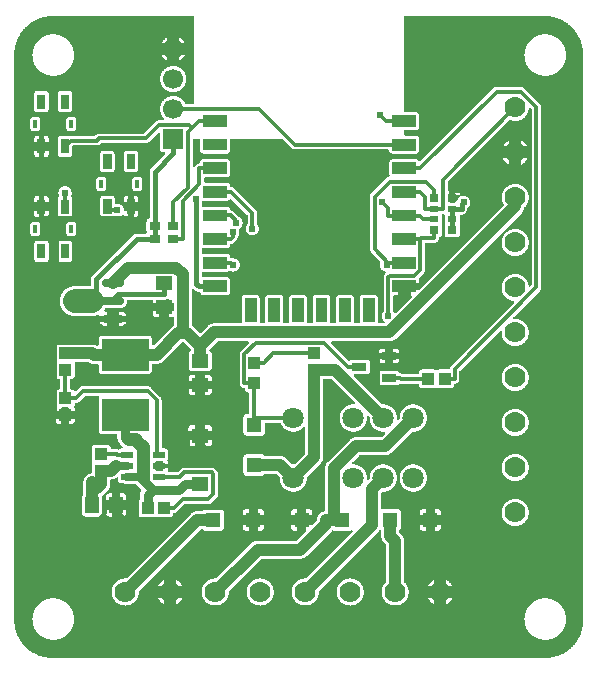
<source format=gtl>
G04 Layer: TopLayer*
G04 EasyEDA v6.3.22, 2020-01-08T21:12:26+01:00*
G04 b28a7935c23a4a24a3ae34985d5a7298,2d2f38d6ccaf4c36845c7e91a662877a,10*
G04 Gerber Generator version 0.2*
G04 Scale: 100 percent, Rotated: No, Reflected: No *
G04 Dimensions in millimeters *
G04 leading zeros omitted , absolute positions ,3 integer and 3 decimal *
%FSLAX33Y33*%
%MOMM*%
G90*
G71D02*

%ADD11C,1.099998*%
%ADD12C,0.299999*%
%ADD13C,0.399999*%
%ADD14C,0.999998*%
%ADD15C,0.699999*%
%ADD16C,0.799998*%
%ADD17C,1.999996*%
%ADD18C,0.610006*%
%ADD19R,0.700024X1.299997*%
%ADD20R,0.299974X0.700024*%
%ADD23R,1.250010X0.699999*%
%ADD24R,1.299997X1.299997*%
%ADD25R,0.990600X1.092200*%
%ADD26R,0.999998X1.099998*%
%ADD27R,0.929996X0.750011*%
%ADD28R,0.799998X0.750011*%
%ADD29R,0.799998X0.580009*%
%ADD31R,1.099998X0.999998*%
%ADD32R,1.470660X1.270000*%
%ADD34R,1.160018X1.450010*%
%ADD35R,1.450010X1.160018*%
%ADD36C,1.799996*%
%ADD37R,1.699997X1.699997*%
%ADD38C,1.699997*%
%ADD39C,1.778000*%

%LPD*%
G36*
G01X15392Y54607D02*
G01X3500Y54607D01*
G01X3417Y54606D01*
G01X3335Y54603D01*
G01X3253Y54598D01*
G01X3172Y54590D01*
G01X3090Y54581D01*
G01X3008Y54569D01*
G01X2927Y54556D01*
G01X2847Y54540D01*
G01X2766Y54523D01*
G01X2686Y54503D01*
G01X2607Y54482D01*
G01X2528Y54458D01*
G01X2451Y54433D01*
G01X2373Y54405D01*
G01X2296Y54375D01*
G01X2221Y54344D01*
G01X2145Y54311D01*
G01X2071Y54276D01*
G01X1925Y54200D01*
G01X1854Y54158D01*
G01X1784Y54116D01*
G01X1715Y54072D01*
G01X1646Y54026D01*
G01X1580Y53978D01*
G01X1514Y53928D01*
G01X1450Y53877D01*
G01X1387Y53825D01*
G01X1325Y53770D01*
G01X1265Y53714D01*
G01X1206Y53657D01*
G01X1149Y53598D01*
G01X1093Y53538D01*
G01X1038Y53476D01*
G01X986Y53413D01*
G01X935Y53349D01*
G01X885Y53283D01*
G01X837Y53217D01*
G01X747Y53079D01*
G01X705Y53009D01*
G01X664Y52938D01*
G01X625Y52865D01*
G01X587Y52792D01*
G01X552Y52718D01*
G01X519Y52643D01*
G01X488Y52567D01*
G01X458Y52490D01*
G01X430Y52412D01*
G01X405Y52335D01*
G01X381Y52256D01*
G01X360Y52177D01*
G01X340Y52097D01*
G01X323Y52016D01*
G01X307Y51936D01*
G01X294Y51855D01*
G01X282Y51773D01*
G01X273Y51692D01*
G01X265Y51610D01*
G01X260Y51528D01*
G01X257Y51446D01*
G01X256Y51363D01*
G01X256Y3499D01*
G01X257Y3417D01*
G01X260Y3335D01*
G01X265Y3253D01*
G01X273Y3171D01*
G01X282Y3090D01*
G01X294Y3008D01*
G01X307Y2927D01*
G01X323Y2846D01*
G01X340Y2766D01*
G01X360Y2686D01*
G01X381Y2607D01*
G01X405Y2528D01*
G01X430Y2450D01*
G01X458Y2373D01*
G01X488Y2296D01*
G01X519Y2220D01*
G01X552Y2145D01*
G01X587Y2071D01*
G01X625Y1997D01*
G01X664Y1925D01*
G01X705Y1854D01*
G01X747Y1784D01*
G01X837Y1646D01*
G01X885Y1580D01*
G01X935Y1514D01*
G01X986Y1450D01*
G01X1038Y1387D01*
G01X1093Y1325D01*
G01X1149Y1265D01*
G01X1206Y1206D01*
G01X1265Y1149D01*
G01X1325Y1093D01*
G01X1387Y1038D01*
G01X1450Y986D01*
G01X1514Y935D01*
G01X1580Y885D01*
G01X1646Y837D01*
G01X1715Y791D01*
G01X1784Y747D01*
G01X1854Y704D01*
G01X1925Y663D01*
G01X2071Y587D01*
G01X2145Y552D01*
G01X2221Y519D01*
G01X2296Y488D01*
G01X2373Y458D01*
G01X2451Y430D01*
G01X2528Y405D01*
G01X2607Y381D01*
G01X2686Y360D01*
G01X2766Y340D01*
G01X2846Y323D01*
G01X2927Y307D01*
G01X3008Y294D01*
G01X3090Y282D01*
G01X3172Y273D01*
G01X3253Y265D01*
G01X3335Y260D01*
G01X3417Y257D01*
G01X3500Y256D01*
G01X45188Y256D01*
G01X45269Y257D01*
G01X45352Y260D01*
G01X45434Y265D01*
G01X45516Y273D01*
G01X45597Y282D01*
G01X45679Y294D01*
G01X45760Y307D01*
G01X45840Y323D01*
G01X45921Y340D01*
G01X46000Y360D01*
G01X46080Y381D01*
G01X46158Y405D01*
G01X46237Y430D01*
G01X46314Y458D01*
G01X46391Y488D01*
G01X46467Y519D01*
G01X46541Y552D01*
G01X46616Y587D01*
G01X46689Y625D01*
G01X46761Y663D01*
G01X46833Y705D01*
G01X46903Y747D01*
G01X46972Y791D01*
G01X47040Y837D01*
G01X47107Y885D01*
G01X47173Y935D01*
G01X47237Y986D01*
G01X47300Y1038D01*
G01X47362Y1093D01*
G01X47422Y1149D01*
G01X47481Y1206D01*
G01X47538Y1265D01*
G01X47594Y1325D01*
G01X47648Y1387D01*
G01X47701Y1450D01*
G01X47753Y1514D01*
G01X47802Y1580D01*
G01X47850Y1646D01*
G01X47896Y1715D01*
G01X47940Y1784D01*
G01X47983Y1854D01*
G01X48023Y1925D01*
G01X48062Y1998D01*
G01X48100Y2071D01*
G01X48135Y2145D01*
G01X48168Y2220D01*
G01X48200Y2296D01*
G01X48229Y2373D01*
G01X48257Y2451D01*
G01X48282Y2528D01*
G01X48306Y2607D01*
G01X48328Y2686D01*
G01X48347Y2766D01*
G01X48365Y2847D01*
G01X48380Y2927D01*
G01X48394Y3008D01*
G01X48405Y3090D01*
G01X48414Y3171D01*
G01X48422Y3253D01*
G01X48427Y3335D01*
G01X48430Y3417D01*
G01X48431Y3500D01*
G01X48431Y51363D01*
G01X48430Y51446D01*
G01X48427Y51528D01*
G01X48422Y51610D01*
G01X48414Y51692D01*
G01X48405Y51773D01*
G01X48394Y51855D01*
G01X48380Y51936D01*
G01X48365Y52016D01*
G01X48347Y52097D01*
G01X48328Y52177D01*
G01X48306Y52256D01*
G01X48282Y52335D01*
G01X48257Y52412D01*
G01X48229Y52490D01*
G01X48200Y52567D01*
G01X48168Y52643D01*
G01X48135Y52718D01*
G01X48100Y52792D01*
G01X48062Y52865D01*
G01X48023Y52938D01*
G01X47983Y53009D01*
G01X47940Y53079D01*
G01X47896Y53148D01*
G01X47850Y53217D01*
G01X47802Y53283D01*
G01X47753Y53349D01*
G01X47701Y53413D01*
G01X47648Y53476D01*
G01X47594Y53538D01*
G01X47538Y53598D01*
G01X47481Y53657D01*
G01X47422Y53714D01*
G01X47362Y53770D01*
G01X47300Y53825D01*
G01X47237Y53877D01*
G01X47173Y53928D01*
G01X47107Y53978D01*
G01X47040Y54026D01*
G01X46972Y54072D01*
G01X46903Y54116D01*
G01X46833Y54158D01*
G01X46761Y54200D01*
G01X46689Y54238D01*
G01X46616Y54276D01*
G01X46541Y54311D01*
G01X46467Y54344D01*
G01X46391Y54375D01*
G01X46314Y54405D01*
G01X46237Y54433D01*
G01X46158Y54458D01*
G01X46080Y54482D01*
G01X46000Y54503D01*
G01X45921Y54523D01*
G01X45840Y54540D01*
G01X45760Y54556D01*
G01X45679Y54569D01*
G01X45597Y54581D01*
G01X45516Y54590D01*
G01X45434Y54598D01*
G01X45352Y54603D01*
G01X45269Y54606D01*
G01X45188Y54607D01*
G01X33375Y54607D01*
G01X33361Y54606D01*
G01X33347Y54603D01*
G01X33333Y54598D01*
G01X33320Y54591D01*
G01X33309Y54582D01*
G01X33298Y54572D01*
G01X33290Y54560D01*
G01X33283Y54548D01*
G01X33278Y54534D01*
G01X33275Y54520D01*
G01X33274Y54505D01*
G01X33274Y46575D01*
G01X33275Y46561D01*
G01X33278Y46547D01*
G01X33283Y46533D01*
G01X33290Y46521D01*
G01X33298Y46509D01*
G01X33309Y46499D01*
G01X33320Y46490D01*
G01X33333Y46483D01*
G01X33347Y46478D01*
G01X33361Y46475D01*
G01X33375Y46474D01*
G01X34274Y46474D01*
G01X34298Y46473D01*
G01X34322Y46469D01*
G01X34344Y46464D01*
G01X34367Y46457D01*
G01X34389Y46447D01*
G01X34409Y46435D01*
G01X34429Y46422D01*
G01X34447Y46407D01*
G01X34464Y46390D01*
G01X34479Y46372D01*
G01X34492Y46352D01*
G01X34504Y46332D01*
G01X34514Y46310D01*
G01X34521Y46287D01*
G01X34526Y46265D01*
G01X34530Y46241D01*
G01X34531Y46217D01*
G01X34531Y45217D01*
G01X34530Y45193D01*
G01X34526Y45169D01*
G01X34521Y45146D01*
G01X34514Y45124D01*
G01X34504Y45102D01*
G01X34492Y45081D01*
G01X34479Y45062D01*
G01X34464Y45044D01*
G01X34447Y45027D01*
G01X34429Y45012D01*
G01X34409Y44999D01*
G01X34389Y44987D01*
G01X34367Y44977D01*
G01X34344Y44970D01*
G01X34322Y44965D01*
G01X34298Y44961D01*
G01X34274Y44960D01*
G01X33375Y44960D01*
G01X33361Y44959D01*
G01X33347Y44956D01*
G01X33333Y44951D01*
G01X33320Y44944D01*
G01X33309Y44935D01*
G01X33298Y44925D01*
G01X33290Y44913D01*
G01X33283Y44901D01*
G01X33278Y44887D01*
G01X33275Y44873D01*
G01X33274Y44858D01*
G01X33274Y44574D01*
G01X33275Y44560D01*
G01X33278Y44546D01*
G01X33283Y44532D01*
G01X33290Y44519D01*
G01X33298Y44507D01*
G01X33309Y44497D01*
G01X33320Y44489D01*
G01X33333Y44482D01*
G01X33347Y44476D01*
G01X33361Y44473D01*
G01X33375Y44472D01*
G01X34274Y44472D01*
G01X34298Y44471D01*
G01X34322Y44468D01*
G01X34344Y44463D01*
G01X34367Y44455D01*
G01X34389Y44445D01*
G01X34409Y44434D01*
G01X34429Y44421D01*
G01X34447Y44405D01*
G01X34464Y44389D01*
G01X34479Y44370D01*
G01X34492Y44351D01*
G01X34504Y44330D01*
G01X34514Y44308D01*
G01X34521Y44286D01*
G01X34526Y44263D01*
G01X34530Y44240D01*
G01X34531Y44216D01*
G01X34531Y43218D01*
G01X34530Y43194D01*
G01X34526Y43170D01*
G01X34521Y43147D01*
G01X34514Y43125D01*
G01X34504Y43103D01*
G01X34492Y43082D01*
G01X34479Y43063D01*
G01X34464Y43045D01*
G01X34447Y43028D01*
G01X34429Y43013D01*
G01X34409Y43000D01*
G01X34389Y42988D01*
G01X34367Y42978D01*
G01X34344Y42971D01*
G01X34322Y42966D01*
G01X34298Y42962D01*
G01X34274Y42961D01*
G01X32273Y42961D01*
G01X32249Y42962D01*
G01X32227Y42965D01*
G01X32204Y42971D01*
G01X32182Y42978D01*
G01X32161Y42987D01*
G01X32140Y42998D01*
G01X32120Y43011D01*
G01X32103Y43026D01*
G01X32086Y43042D01*
G01X32071Y43060D01*
G01X32057Y43078D01*
G01X32046Y43099D01*
G01X32036Y43120D01*
G01X32028Y43141D01*
G01X32022Y43164D01*
G01X32018Y43187D01*
G01X32016Y43210D01*
G01X32015Y43226D01*
G01X32011Y43241D01*
G01X32005Y43255D01*
G01X31996Y43268D01*
G01X31986Y43280D01*
G01X31974Y43290D01*
G01X31960Y43298D01*
G01X31946Y43304D01*
G01X31930Y43308D01*
G01X31915Y43309D01*
G01X24003Y43309D01*
G01X23974Y43310D01*
G01X23945Y43313D01*
G01X23916Y43318D01*
G01X23888Y43325D01*
G01X23860Y43334D01*
G01X23834Y43346D01*
G01X23807Y43359D01*
G01X23783Y43374D01*
G01X23759Y43390D01*
G01X23736Y43408D01*
G01X23715Y43428D01*
G01X22977Y44166D01*
G01X22965Y44176D01*
G01X22951Y44184D01*
G01X22937Y44190D01*
G01X22922Y44194D01*
G01X22905Y44196D01*
G01X18630Y44196D01*
G01X18616Y44194D01*
G01X18602Y44191D01*
G01X18588Y44186D01*
G01X18576Y44179D01*
G01X18564Y44171D01*
G01X18554Y44160D01*
G01X18545Y44149D01*
G01X18538Y44136D01*
G01X18533Y44122D01*
G01X18530Y44108D01*
G01X18529Y44094D01*
G01X18529Y43220D01*
G01X18528Y43196D01*
G01X18524Y43173D01*
G01X18519Y43150D01*
G01X18512Y43128D01*
G01X18502Y43106D01*
G01X18490Y43085D01*
G01X18477Y43066D01*
G01X18462Y43047D01*
G01X18445Y43031D01*
G01X18427Y43015D01*
G01X18407Y43002D01*
G01X18387Y42991D01*
G01X18365Y42981D01*
G01X18342Y42973D01*
G01X18320Y42968D01*
G01X18296Y42965D01*
G01X18272Y42964D01*
G01X16271Y42964D01*
G01X16247Y42965D01*
G01X16224Y42968D01*
G01X16201Y42973D01*
G01X16178Y42981D01*
G01X16156Y42991D01*
G01X16136Y43002D01*
G01X16116Y43015D01*
G01X16098Y43031D01*
G01X16081Y43047D01*
G01X16066Y43066D01*
G01X16053Y43085D01*
G01X16041Y43106D01*
G01X16032Y43128D01*
G01X16024Y43150D01*
G01X16019Y43173D01*
G01X16015Y43196D01*
G01X16014Y43220D01*
G01X16014Y44094D01*
G01X16013Y44108D01*
G01X16010Y44122D01*
G01X16005Y44136D01*
G01X15998Y44149D01*
G01X15989Y44160D01*
G01X15979Y44171D01*
G01X15968Y44179D01*
G01X15955Y44186D01*
G01X15941Y44191D01*
G01X15927Y44194D01*
G01X15913Y44196D01*
G01X15494Y44196D01*
G01X15473Y44198D01*
G01X15459Y44197D01*
G01X15445Y44193D01*
G01X15431Y44188D01*
G01X15418Y44181D01*
G01X15407Y44173D01*
G01X15397Y44162D01*
G01X15388Y44151D01*
G01X15381Y44138D01*
G01X15376Y44124D01*
G01X15373Y44110D01*
G01X15372Y44096D01*
G01X15372Y41925D01*
G01X15373Y41910D01*
G01X15376Y41896D01*
G01X15381Y41883D01*
G01X15388Y41870D01*
G01X15397Y41858D01*
G01X15407Y41848D01*
G01X15418Y41839D01*
G01X15431Y41832D01*
G01X15445Y41827D01*
G01X15459Y41824D01*
G01X15473Y41823D01*
G01X15488Y41824D01*
G01X15502Y41827D01*
G01X15516Y41832D01*
G01X15529Y41839D01*
G01X15551Y41859D01*
G01X15560Y41870D01*
G01X15566Y41884D01*
G01X15579Y41911D01*
G01X15611Y41961D01*
G01X15630Y41984D01*
G01X15651Y42006D01*
G01X15672Y42027D01*
G01X15696Y42045D01*
G01X15720Y42062D01*
G01X15746Y42078D01*
G01X15773Y42090D01*
G01X15801Y42102D01*
G01X15829Y42111D01*
G01X15858Y42118D01*
G01X15888Y42122D01*
G01X15918Y42125D01*
G01X15933Y42127D01*
G01X15948Y42131D01*
G01X15961Y42138D01*
G01X15974Y42146D01*
G01X15986Y42156D01*
G01X15995Y42168D01*
G01X16003Y42180D01*
G01X16009Y42194D01*
G01X16013Y42209D01*
G01X16014Y42224D01*
G01X16016Y42248D01*
G01X16019Y42271D01*
G01X16025Y42294D01*
G01X16033Y42316D01*
G01X16043Y42337D01*
G01X16054Y42357D01*
G01X16068Y42376D01*
G01X16083Y42394D01*
G01X16100Y42410D01*
G01X16118Y42425D01*
G01X16137Y42438D01*
G01X16158Y42450D01*
G01X16179Y42459D01*
G01X16202Y42466D01*
G01X16224Y42472D01*
G01X16247Y42475D01*
G01X16271Y42476D01*
G01X18272Y42476D01*
G01X18296Y42475D01*
G01X18320Y42471D01*
G01X18342Y42466D01*
G01X18365Y42459D01*
G01X18387Y42449D01*
G01X18407Y42437D01*
G01X18427Y42424D01*
G01X18445Y42409D01*
G01X18462Y42392D01*
G01X18477Y42374D01*
G01X18490Y42355D01*
G01X18502Y42334D01*
G01X18512Y42312D01*
G01X18519Y42289D01*
G01X18524Y42267D01*
G01X18528Y42243D01*
G01X18529Y42219D01*
G01X18529Y41221D01*
G01X18528Y41197D01*
G01X18524Y41174D01*
G01X18519Y41151D01*
G01X18512Y41129D01*
G01X18502Y41107D01*
G01X18490Y41086D01*
G01X18477Y41067D01*
G01X18462Y41048D01*
G01X18445Y41032D01*
G01X18427Y41016D01*
G01X18407Y41003D01*
G01X18387Y40992D01*
G01X18365Y40982D01*
G01X18342Y40974D01*
G01X18320Y40969D01*
G01X18296Y40966D01*
G01X18272Y40965D01*
G01X16446Y40965D01*
G01X16432Y40964D01*
G01X16418Y40961D01*
G01X16404Y40955D01*
G01X16391Y40948D01*
G01X16380Y40940D01*
G01X16369Y40930D01*
G01X16361Y40918D01*
G01X16354Y40905D01*
G01X16349Y40891D01*
G01X16345Y40877D01*
G01X16344Y40863D01*
G01X16344Y40579D01*
G01X16345Y40564D01*
G01X16349Y40550D01*
G01X16354Y40536D01*
G01X16361Y40524D01*
G01X16369Y40512D01*
G01X16380Y40502D01*
G01X16391Y40493D01*
G01X16404Y40486D01*
G01X16418Y40481D01*
G01X16432Y40478D01*
G01X16446Y40477D01*
G01X18272Y40477D01*
G01X18296Y40476D01*
G01X18319Y40473D01*
G01X18341Y40467D01*
G01X18364Y40460D01*
G01X18385Y40451D01*
G01X18406Y40439D01*
G01X18425Y40426D01*
G01X18444Y40411D01*
G01X18460Y40395D01*
G01X18475Y40377D01*
G01X18489Y40358D01*
G01X18500Y40338D01*
G01X18510Y40317D01*
G01X18518Y40295D01*
G01X18524Y40272D01*
G01X18527Y40249D01*
G01X18529Y40225D01*
G01X18530Y40210D01*
G01X18534Y40196D01*
G01X18540Y40181D01*
G01X18548Y40169D01*
G01X18557Y40157D01*
G01X18569Y40147D01*
G01X18582Y40139D01*
G01X18595Y40132D01*
G01X18610Y40128D01*
G01X18625Y40126D01*
G01X18655Y40123D01*
G01X18685Y40119D01*
G01X18714Y40112D01*
G01X18742Y40103D01*
G01X18770Y40091D01*
G01X18797Y40079D01*
G01X18847Y40047D01*
G01X18871Y40028D01*
G01X18893Y40008D01*
G01X20701Y38199D01*
G01X20721Y38178D01*
G01X20739Y38155D01*
G01X20755Y38132D01*
G01X20770Y38107D01*
G01X20783Y38080D01*
G01X20795Y38054D01*
G01X20804Y38026D01*
G01X20811Y37998D01*
G01X20816Y37969D01*
G01X20819Y37940D01*
G01X20820Y37912D01*
G01X20820Y37035D01*
G01X20821Y37017D01*
G01X20826Y37000D01*
G01X20834Y36984D01*
G01X20844Y36969D01*
G01X20866Y36941D01*
G01X20886Y36912D01*
G01X20904Y36881D01*
G01X20921Y36850D01*
G01X20935Y36817D01*
G01X20947Y36784D01*
G01X20957Y36749D01*
G01X20965Y36715D01*
G01X20971Y36680D01*
G01X20974Y36644D01*
G01X20975Y36609D01*
G01X20974Y36574D01*
G01X20971Y36541D01*
G01X20966Y36507D01*
G01X20959Y36474D01*
G01X20949Y36441D01*
G01X20939Y36409D01*
G01X20926Y36378D01*
G01X20911Y36347D01*
G01X20894Y36318D01*
G01X20876Y36289D01*
G01X20855Y36262D01*
G01X20834Y36236D01*
G01X20811Y36211D01*
G01X20786Y36188D01*
G01X20760Y36167D01*
G01X20733Y36146D01*
G01X20704Y36128D01*
G01X20675Y36111D01*
G01X20644Y36096D01*
G01X20613Y36083D01*
G01X20581Y36073D01*
G01X20548Y36063D01*
G01X20515Y36056D01*
G01X20481Y36051D01*
G01X20448Y36048D01*
G01X20414Y36047D01*
G01X20379Y36048D01*
G01X20346Y36051D01*
G01X20312Y36056D01*
G01X20279Y36063D01*
G01X20246Y36073D01*
G01X20214Y36083D01*
G01X20183Y36096D01*
G01X20152Y36111D01*
G01X20123Y36128D01*
G01X20095Y36146D01*
G01X20067Y36167D01*
G01X20041Y36188D01*
G01X20016Y36211D01*
G01X19993Y36236D01*
G01X19972Y36262D01*
G01X19951Y36289D01*
G01X19933Y36318D01*
G01X19916Y36347D01*
G01X19901Y36378D01*
G01X19888Y36409D01*
G01X19878Y36441D01*
G01X19868Y36474D01*
G01X19861Y36507D01*
G01X19856Y36541D01*
G01X19853Y36574D01*
G01X19852Y36609D01*
G01X19853Y36644D01*
G01X19856Y36680D01*
G01X19862Y36715D01*
G01X19870Y36749D01*
G01X19880Y36784D01*
G01X19892Y36817D01*
G01X19907Y36850D01*
G01X19923Y36881D01*
G01X19941Y36912D01*
G01X19961Y36941D01*
G01X19983Y36969D01*
G01X19993Y36984D01*
G01X20001Y37000D01*
G01X20006Y37017D01*
G01X20007Y37035D01*
G01X20007Y37701D01*
G01X20006Y37717D01*
G01X20002Y37732D01*
G01X19996Y37747D01*
G01X19988Y37761D01*
G01X19977Y37773D01*
G01X18648Y39102D01*
G01X18636Y39112D01*
G01X18622Y39121D01*
G01X18608Y39127D01*
G01X18592Y39131D01*
G01X18576Y39132D01*
G01X18561Y39131D01*
G01X18547Y39128D01*
G01X18533Y39123D01*
G01X18521Y39115D01*
G01X18509Y39106D01*
G01X18499Y39096D01*
G01X18490Y39084D01*
G01X18477Y39065D01*
G01X18461Y39046D01*
G01X18445Y39030D01*
G01X18427Y39014D01*
G01X18407Y39001D01*
G01X18386Y38990D01*
G01X18365Y38980D01*
G01X18342Y38973D01*
G01X18320Y38968D01*
G01X18296Y38964D01*
G01X18272Y38963D01*
G01X16270Y38963D01*
G01X16256Y38962D01*
G01X16241Y38959D01*
G01X16227Y38953D01*
G01X16214Y38946D01*
G01X16202Y38937D01*
G01X16192Y38926D01*
G01X16183Y38914D01*
G01X16176Y38901D01*
G01X16156Y38857D01*
G01X16131Y38815D01*
G01X16124Y38802D01*
G01X16119Y38788D01*
G01X16116Y38774D01*
G01X16115Y38760D01*
G01X16115Y38573D01*
G01X16116Y38558D01*
G01X16119Y38545D01*
G01X16124Y38531D01*
G01X16131Y38518D01*
G01X16140Y38506D01*
G01X16150Y38496D01*
G01X16162Y38488D01*
G01X16175Y38481D01*
G01X16188Y38475D01*
G01X16202Y38472D01*
G01X16217Y38471D01*
G01X16232Y38472D01*
G01X16271Y38475D01*
G01X18272Y38475D01*
G01X18296Y38474D01*
G01X18319Y38471D01*
G01X18341Y38466D01*
G01X18364Y38459D01*
G01X18385Y38449D01*
G01X18406Y38438D01*
G01X18425Y38425D01*
G01X18444Y38410D01*
G01X18460Y38394D01*
G01X18475Y38376D01*
G01X18489Y38357D01*
G01X18500Y38336D01*
G01X18510Y38315D01*
G01X18518Y38293D01*
G01X18524Y38270D01*
G01X18527Y38247D01*
G01X18529Y38224D01*
G01X18530Y38209D01*
G01X18534Y38194D01*
G01X18540Y38180D01*
G01X18548Y38167D01*
G01X18557Y38155D01*
G01X18569Y38145D01*
G01X18582Y38137D01*
G01X18595Y38130D01*
G01X18610Y38126D01*
G01X18625Y38124D01*
G01X18655Y38122D01*
G01X18685Y38117D01*
G01X18714Y38110D01*
G01X18743Y38101D01*
G01X18771Y38090D01*
G01X18798Y38077D01*
G01X18848Y38045D01*
G01X18871Y38026D01*
G01X18894Y38005D01*
G01X19318Y37578D01*
G01X19322Y37573D01*
G01X19340Y37559D01*
G01X19368Y37539D01*
G01X19394Y37517D01*
G01X19420Y37494D01*
G01X19444Y37470D01*
G01X19467Y37443D01*
G01X19487Y37416D01*
G01X19507Y37387D01*
G01X19524Y37357D01*
G01X19539Y37326D01*
G01X19553Y37294D01*
G01X19564Y37261D01*
G01X19574Y37228D01*
G01X19581Y37194D01*
G01X19587Y37160D01*
G01X19590Y37126D01*
G01X19591Y37091D01*
G01X19590Y37056D01*
G01X19587Y37021D01*
G01X19581Y36986D01*
G01X19573Y36951D01*
G01X19563Y36917D01*
G01X19551Y36884D01*
G01X19537Y36852D01*
G01X19521Y36820D01*
G01X19503Y36790D01*
G01X19483Y36760D01*
G01X19462Y36733D01*
G01X19438Y36706D01*
G01X19413Y36681D01*
G01X19387Y36658D01*
G01X19359Y36636D01*
G01X19329Y36617D01*
G01X19318Y36608D01*
G01X19307Y36598D01*
G01X19298Y36586D01*
G01X19291Y36573D01*
G01X19286Y36560D01*
G01X19283Y36545D01*
G01X19282Y36531D01*
G01X19284Y36513D01*
G01X19289Y36495D01*
G01X19301Y36457D01*
G01X19311Y36418D01*
G01X19318Y36379D01*
G01X19323Y36339D01*
G01X19324Y36299D01*
G01X19323Y36263D01*
G01X19320Y36228D01*
G01X19314Y36192D01*
G01X19306Y36157D01*
G01X19296Y36123D01*
G01X19284Y36090D01*
G01X19270Y36057D01*
G01X19253Y36026D01*
G01X19235Y35995D01*
G01X19215Y35966D01*
G01X19193Y35938D01*
G01X19183Y35924D01*
G01X19176Y35907D01*
G01X19171Y35891D01*
G01X19169Y35873D01*
G01X19167Y35842D01*
G01X19164Y35810D01*
G01X19157Y35779D01*
G01X19149Y35749D01*
G01X19137Y35720D01*
G01X19124Y35691D01*
G01X19108Y35664D01*
G01X19091Y35637D01*
G01X19071Y35613D01*
G01X19050Y35589D01*
G01X18893Y35432D01*
G01X18871Y35412D01*
G01X18847Y35393D01*
G01X18822Y35376D01*
G01X18797Y35361D01*
G01X18770Y35348D01*
G01X18742Y35337D01*
G01X18714Y35328D01*
G01X18685Y35321D01*
G01X18655Y35316D01*
G01X18625Y35314D01*
G01X18610Y35312D01*
G01X18595Y35308D01*
G01X18582Y35301D01*
G01X18569Y35293D01*
G01X18557Y35283D01*
G01X18548Y35271D01*
G01X18540Y35258D01*
G01X18534Y35244D01*
G01X18530Y35229D01*
G01X18529Y35214D01*
G01X18527Y35191D01*
G01X18524Y35168D01*
G01X18518Y35145D01*
G01X18510Y35123D01*
G01X18500Y35102D01*
G01X18489Y35081D01*
G01X18475Y35062D01*
G01X18460Y35044D01*
G01X18444Y35028D01*
G01X18425Y35013D01*
G01X18406Y35000D01*
G01X18385Y34989D01*
G01X18364Y34979D01*
G01X18341Y34972D01*
G01X18319Y34967D01*
G01X18296Y34964D01*
G01X18272Y34963D01*
G01X16271Y34963D01*
G01X16232Y34966D01*
G01X16217Y34967D01*
G01X16202Y34966D01*
G01X16188Y34963D01*
G01X16175Y34958D01*
G01X16162Y34950D01*
G01X16150Y34942D01*
G01X16140Y34932D01*
G01X16131Y34920D01*
G01X16124Y34907D01*
G01X16119Y34894D01*
G01X16116Y34880D01*
G01X16115Y34865D01*
G01X16115Y34575D01*
G01X16116Y34560D01*
G01X16119Y34547D01*
G01X16124Y34533D01*
G01X16131Y34520D01*
G01X16140Y34508D01*
G01X16150Y34498D01*
G01X16162Y34490D01*
G01X16175Y34483D01*
G01X16188Y34477D01*
G01X16202Y34474D01*
G01X16217Y34473D01*
G01X16232Y34474D01*
G01X16271Y34477D01*
G01X18272Y34477D01*
G01X18296Y34476D01*
G01X18319Y34473D01*
G01X18341Y34468D01*
G01X18364Y34461D01*
G01X18385Y34451D01*
G01X18406Y34440D01*
G01X18425Y34427D01*
G01X18444Y34412D01*
G01X18460Y34396D01*
G01X18475Y34378D01*
G01X18489Y34359D01*
G01X18500Y34338D01*
G01X18510Y34317D01*
G01X18518Y34295D01*
G01X18524Y34272D01*
G01X18527Y34249D01*
G01X18529Y34226D01*
G01X18530Y34211D01*
G01X18534Y34196D01*
G01X18540Y34182D01*
G01X18548Y34169D01*
G01X18557Y34157D01*
G01X18569Y34147D01*
G01X18582Y34139D01*
G01X18595Y34133D01*
G01X18610Y34128D01*
G01X18625Y34126D01*
G01X18658Y34123D01*
G01X18691Y34118D01*
G01X18723Y34110D01*
G01X18754Y34098D01*
G01X18773Y34093D01*
G01X18791Y34091D01*
G01X18793Y34091D01*
G01X18827Y34090D01*
G01X18861Y34087D01*
G01X18894Y34082D01*
G01X18928Y34075D01*
G01X18960Y34066D01*
G01X18992Y34055D01*
G01X19024Y34042D01*
G01X19054Y34027D01*
G01X19084Y34011D01*
G01X19112Y33992D01*
G01X19139Y33972D01*
G01X19165Y33950D01*
G01X19190Y33927D01*
G01X19213Y33902D01*
G01X19235Y33876D01*
G01X19255Y33849D01*
G01X19274Y33821D01*
G01X19290Y33791D01*
G01X19305Y33761D01*
G01X19318Y33729D01*
G01X19329Y33697D01*
G01X19338Y33665D01*
G01X19345Y33631D01*
G01X19350Y33598D01*
G01X19353Y33564D01*
G01X19354Y33530D01*
G01X19353Y33496D01*
G01X19350Y33462D01*
G01X19345Y33429D01*
G01X19338Y33395D01*
G01X19329Y33363D01*
G01X19318Y33331D01*
G01X19305Y33299D01*
G01X19290Y33269D01*
G01X19274Y33239D01*
G01X19255Y33211D01*
G01X19235Y33184D01*
G01X19213Y33158D01*
G01X19190Y33133D01*
G01X19165Y33110D01*
G01X19139Y33088D01*
G01X19112Y33068D01*
G01X19084Y33049D01*
G01X19054Y33033D01*
G01X19024Y33018D01*
G01X18992Y33005D01*
G01X18960Y32994D01*
G01X18928Y32985D01*
G01X18894Y32978D01*
G01X18861Y32973D01*
G01X18827Y32970D01*
G01X18793Y32969D01*
G01X18755Y32970D01*
G01X18718Y32973D01*
G01X18681Y32980D01*
G01X18644Y32989D01*
G01X18609Y33000D01*
G01X18574Y33013D01*
G01X18540Y33029D01*
G01X18525Y33035D01*
G01X18509Y33039D01*
G01X18493Y33040D01*
G01X18477Y33039D01*
G01X18460Y33034D01*
G01X18445Y33028D01*
G01X18431Y33018D01*
G01X18411Y33004D01*
G01X18390Y32992D01*
G01X18367Y32982D01*
G01X18344Y32974D01*
G01X18321Y32968D01*
G01X18297Y32965D01*
G01X18272Y32964D01*
G01X16271Y32964D01*
G01X16232Y32967D01*
G01X16217Y32968D01*
G01X16202Y32967D01*
G01X16188Y32964D01*
G01X16175Y32959D01*
G01X16162Y32951D01*
G01X16150Y32943D01*
G01X16140Y32933D01*
G01X16131Y32921D01*
G01X16124Y32908D01*
G01X16119Y32895D01*
G01X16116Y32881D01*
G01X16115Y32866D01*
G01X16115Y32573D01*
G01X16116Y32559D01*
G01X16119Y32545D01*
G01X16124Y32531D01*
G01X16131Y32518D01*
G01X16140Y32506D01*
G01X16150Y32496D01*
G01X16162Y32488D01*
G01X16175Y32481D01*
G01X16188Y32475D01*
G01X16202Y32472D01*
G01X16217Y32471D01*
G01X16233Y32473D01*
G01X16273Y32476D01*
G01X18272Y32476D01*
G01X18296Y32475D01*
G01X18320Y32471D01*
G01X18342Y32466D01*
G01X18365Y32459D01*
G01X18387Y32449D01*
G01X18407Y32437D01*
G01X18427Y32424D01*
G01X18445Y32409D01*
G01X18462Y32392D01*
G01X18477Y32374D01*
G01X18490Y32355D01*
G01X18502Y32334D01*
G01X18512Y32312D01*
G01X18519Y32290D01*
G01X18524Y32267D01*
G01X18528Y32243D01*
G01X18529Y32219D01*
G01X18529Y31219D01*
G01X18528Y31195D01*
G01X18524Y31171D01*
G01X18519Y31149D01*
G01X18512Y31126D01*
G01X18502Y31104D01*
G01X18490Y31084D01*
G01X18477Y31064D01*
G01X18462Y31046D01*
G01X18445Y31029D01*
G01X18427Y31014D01*
G01X18407Y31001D01*
G01X18387Y30989D01*
G01X18365Y30979D01*
G01X18342Y30972D01*
G01X18320Y30967D01*
G01X18296Y30963D01*
G01X18272Y30962D01*
G01X16273Y30962D01*
G01X16249Y30963D01*
G01X16226Y30967D01*
G01X16202Y30972D01*
G01X16179Y30980D01*
G01X16157Y30990D01*
G01X16136Y31002D01*
G01X16116Y31015D01*
G01X16098Y31031D01*
G01X16081Y31048D01*
G01X16066Y31067D01*
G01X16053Y31087D01*
G01X16042Y31108D01*
G01X16033Y31131D01*
G01X16025Y31154D01*
G01X16020Y31177D01*
G01X16016Y31193D01*
G01X16010Y31207D01*
G01X16002Y31221D01*
G01X15991Y31233D01*
G01X15979Y31243D01*
G01X15966Y31252D01*
G01X15951Y31258D01*
G01X15936Y31261D01*
G01X15920Y31262D01*
G01X15892Y31262D01*
G01X15860Y31264D01*
G01X15827Y31267D01*
G01X15795Y31273D01*
G01X15764Y31281D01*
G01X15733Y31291D01*
G01X15703Y31304D01*
G01X15673Y31318D01*
G01X15645Y31335D01*
G01X15619Y31354D01*
G01X15593Y31374D01*
G01X15570Y31396D01*
G01X15456Y31510D01*
G01X15444Y31520D01*
G01X15430Y31529D01*
G01X15415Y31535D01*
G01X15400Y31538D01*
G01X15384Y31540D01*
G01X15370Y31539D01*
G01X15355Y31536D01*
G01X15342Y31531D01*
G01X15329Y31523D01*
G01X15317Y31515D01*
G01X15307Y31505D01*
G01X15298Y31493D01*
G01X15291Y31480D01*
G01X15286Y31467D01*
G01X15283Y31452D01*
G01X15282Y31438D01*
G01X15282Y28465D01*
G01X15283Y28451D01*
G01X15286Y28436D01*
G01X15291Y28423D01*
G01X15298Y28410D01*
G01X15307Y28399D01*
G01X15317Y28389D01*
G01X15328Y28380D01*
G01X15371Y28350D01*
G01X15411Y28317D01*
G01X15449Y28281D01*
G01X15929Y27802D01*
G01X15941Y27791D01*
G01X15955Y27783D01*
G01X15970Y27777D01*
G01X15985Y27773D01*
G01X16001Y27772D01*
G01X16017Y27773D01*
G01X16033Y27777D01*
G01X16047Y27783D01*
G01X16060Y27792D01*
G01X16073Y27802D01*
G01X16622Y28352D01*
G01X16650Y28379D01*
G01X16681Y28405D01*
G01X16712Y28429D01*
G01X16745Y28452D01*
G01X16778Y28472D01*
G01X16813Y28491D01*
G01X16849Y28508D01*
G01X16886Y28524D01*
G01X16923Y28537D01*
G01X16961Y28548D01*
G01X17000Y28558D01*
G01X17039Y28565D01*
G01X17078Y28570D01*
G01X17118Y28573D01*
G01X17157Y28574D01*
G01X19418Y28574D01*
G01X19433Y28575D01*
G01X19447Y28578D01*
G01X19460Y28583D01*
G01X19473Y28590D01*
G01X19484Y28599D01*
G01X19495Y28609D01*
G01X19503Y28621D01*
G01X19510Y28633D01*
G01X19515Y28647D01*
G01X19518Y28661D01*
G01X19519Y28676D01*
G01X19519Y28688D01*
G01X19517Y28719D01*
G01X19517Y30718D01*
G01X19518Y30742D01*
G01X19521Y30766D01*
G01X19527Y30788D01*
G01X19534Y30811D01*
G01X19544Y30833D01*
G01X19556Y30853D01*
G01X19569Y30873D01*
G01X19584Y30891D01*
G01X19601Y30908D01*
G01X19619Y30923D01*
G01X19638Y30936D01*
G01X19659Y30948D01*
G01X19681Y30958D01*
G01X19703Y30965D01*
G01X19726Y30970D01*
G01X19750Y30974D01*
G01X19773Y30975D01*
G01X20774Y30975D01*
G01X20798Y30974D01*
G01X20821Y30970D01*
G01X20844Y30965D01*
G01X20867Y30958D01*
G01X20889Y30948D01*
G01X20909Y30936D01*
G01X20929Y30923D01*
G01X20947Y30908D01*
G01X20964Y30891D01*
G01X20979Y30873D01*
G01X20992Y30853D01*
G01X21004Y30833D01*
G01X21013Y30811D01*
G01X21021Y30788D01*
G01X21026Y30766D01*
G01X21030Y30742D01*
G01X21031Y30718D01*
G01X21031Y28719D01*
G01X21029Y28688D01*
G01X21028Y28676D01*
G01X21029Y28661D01*
G01X21032Y28647D01*
G01X21037Y28633D01*
G01X21044Y28621D01*
G01X21053Y28609D01*
G01X21063Y28599D01*
G01X21075Y28590D01*
G01X21088Y28583D01*
G01X21101Y28578D01*
G01X21115Y28575D01*
G01X21130Y28574D01*
G01X21414Y28574D01*
G01X21429Y28575D01*
G01X21443Y28578D01*
G01X21456Y28583D01*
G01X21469Y28590D01*
G01X21481Y28599D01*
G01X21491Y28609D01*
G01X21500Y28621D01*
G01X21507Y28633D01*
G01X21512Y28647D01*
G01X21515Y28661D01*
G01X21516Y28676D01*
G01X21515Y28688D01*
G01X21513Y28719D01*
G01X21513Y30721D01*
G01X21514Y30745D01*
G01X21518Y30768D01*
G01X21523Y30791D01*
G01X21531Y30813D01*
G01X21540Y30835D01*
G01X21552Y30856D01*
G01X21565Y30875D01*
G01X21580Y30894D01*
G01X21597Y30910D01*
G01X21615Y30926D01*
G01X21635Y30939D01*
G01X21656Y30950D01*
G01X21677Y30960D01*
G01X21700Y30968D01*
G01X21723Y30973D01*
G01X21746Y30976D01*
G01X21770Y30977D01*
G01X22771Y30977D01*
G01X22795Y30976D01*
G01X22818Y30973D01*
G01X22841Y30968D01*
G01X22863Y30960D01*
G01X22885Y30950D01*
G01X22906Y30939D01*
G01X22925Y30926D01*
G01X22943Y30910D01*
G01X22960Y30894D01*
G01X22975Y30875D01*
G01X22989Y30856D01*
G01X23000Y30835D01*
G01X23010Y30813D01*
G01X23018Y30791D01*
G01X23023Y30768D01*
G01X23026Y30745D01*
G01X23027Y30721D01*
G01X23027Y28719D01*
G01X23025Y28688D01*
G01X23025Y28676D01*
G01X23026Y28661D01*
G01X23029Y28647D01*
G01X23034Y28633D01*
G01X23041Y28621D01*
G01X23050Y28609D01*
G01X23060Y28599D01*
G01X23071Y28590D01*
G01X23084Y28583D01*
G01X23097Y28578D01*
G01X23112Y28575D01*
G01X23126Y28574D01*
G01X23413Y28574D01*
G01X23428Y28575D01*
G01X23442Y28578D01*
G01X23455Y28583D01*
G01X23468Y28590D01*
G01X23480Y28599D01*
G01X23490Y28609D01*
G01X23499Y28621D01*
G01X23506Y28633D01*
G01X23511Y28647D01*
G01X23514Y28661D01*
G01X23515Y28676D01*
G01X23514Y28688D01*
G01X23512Y28719D01*
G01X23512Y30718D01*
G01X23513Y30742D01*
G01X23517Y30766D01*
G01X23522Y30788D01*
G01X23530Y30811D01*
G01X23539Y30833D01*
G01X23551Y30853D01*
G01X23564Y30873D01*
G01X23579Y30891D01*
G01X23596Y30908D01*
G01X23614Y30923D01*
G01X23634Y30936D01*
G01X23655Y30948D01*
G01X23676Y30958D01*
G01X23699Y30965D01*
G01X23722Y30970D01*
G01X23745Y30974D01*
G01X23769Y30975D01*
G01X24770Y30975D01*
G01X24794Y30974D01*
G01X24817Y30970D01*
G01X24840Y30965D01*
G01X24862Y30958D01*
G01X24884Y30948D01*
G01X24905Y30936D01*
G01X24924Y30923D01*
G01X24942Y30908D01*
G01X24959Y30891D01*
G01X24974Y30873D01*
G01X24988Y30853D01*
G01X24999Y30833D01*
G01X25009Y30811D01*
G01X25017Y30788D01*
G01X25022Y30766D01*
G01X25025Y30742D01*
G01X25026Y30718D01*
G01X25026Y28719D01*
G01X25024Y28688D01*
G01X25024Y28676D01*
G01X25025Y28661D01*
G01X25028Y28647D01*
G01X25033Y28633D01*
G01X25040Y28621D01*
G01X25049Y28609D01*
G01X25059Y28599D01*
G01X25070Y28590D01*
G01X25083Y28583D01*
G01X25096Y28578D01*
G01X25110Y28575D01*
G01X25125Y28574D01*
G01X25415Y28574D01*
G01X25430Y28575D01*
G01X25444Y28578D01*
G01X25457Y28583D01*
G01X25470Y28590D01*
G01X25481Y28599D01*
G01X25491Y28609D01*
G01X25500Y28621D01*
G01X25507Y28633D01*
G01X25512Y28647D01*
G01X25515Y28661D01*
G01X25516Y28676D01*
G01X25516Y28688D01*
G01X25514Y28719D01*
G01X25514Y30718D01*
G01X25515Y30742D01*
G01X25518Y30766D01*
G01X25524Y30788D01*
G01X25531Y30811D01*
G01X25541Y30833D01*
G01X25552Y30853D01*
G01X25566Y30873D01*
G01X25581Y30891D01*
G01X25598Y30908D01*
G01X25616Y30923D01*
G01X25635Y30936D01*
G01X25656Y30948D01*
G01X25678Y30958D01*
G01X25700Y30965D01*
G01X25723Y30970D01*
G01X25747Y30974D01*
G01X25770Y30975D01*
G01X26771Y30975D01*
G01X26795Y30974D01*
G01X26818Y30970D01*
G01X26841Y30965D01*
G01X26864Y30958D01*
G01X26885Y30948D01*
G01X26906Y30936D01*
G01X26926Y30923D01*
G01X26944Y30908D01*
G01X26961Y30891D01*
G01X26976Y30873D01*
G01X26989Y30853D01*
G01X27001Y30833D01*
G01X27010Y30811D01*
G01X27018Y30788D01*
G01X27023Y30766D01*
G01X27027Y30742D01*
G01X27028Y30718D01*
G01X27028Y28719D01*
G01X27026Y28688D01*
G01X27025Y28676D01*
G01X27026Y28661D01*
G01X27029Y28647D01*
G01X27034Y28633D01*
G01X27041Y28621D01*
G01X27050Y28609D01*
G01X27060Y28599D01*
G01X27072Y28590D01*
G01X27085Y28583D01*
G01X27098Y28578D01*
G01X27112Y28575D01*
G01X27127Y28574D01*
G01X27414Y28574D01*
G01X27429Y28575D01*
G01X27443Y28578D01*
G01X27456Y28583D01*
G01X27469Y28590D01*
G01X27480Y28599D01*
G01X27490Y28609D01*
G01X27499Y28621D01*
G01X27506Y28633D01*
G01X27511Y28647D01*
G01X27514Y28661D01*
G01X27515Y28676D01*
G01X27515Y28688D01*
G01X27513Y28719D01*
G01X27513Y30718D01*
G01X27514Y30742D01*
G01X27517Y30766D01*
G01X27522Y30788D01*
G01X27530Y30811D01*
G01X27540Y30833D01*
G01X27551Y30853D01*
G01X27565Y30873D01*
G01X27580Y30891D01*
G01X27597Y30908D01*
G01X27615Y30923D01*
G01X27634Y30936D01*
G01X27655Y30948D01*
G01X27677Y30958D01*
G01X27699Y30965D01*
G01X27722Y30970D01*
G01X27745Y30974D01*
G01X27769Y30975D01*
G01X28770Y30975D01*
G01X28794Y30974D01*
G01X28817Y30970D01*
G01X28840Y30965D01*
G01X28863Y30958D01*
G01X28884Y30948D01*
G01X28905Y30936D01*
G01X28925Y30923D01*
G01X28943Y30908D01*
G01X28960Y30891D01*
G01X28975Y30873D01*
G01X28988Y30853D01*
G01X29000Y30833D01*
G01X29009Y30811D01*
G01X29017Y30788D01*
G01X29022Y30766D01*
G01X29026Y30742D01*
G01X29027Y30718D01*
G01X29027Y28719D01*
G01X29025Y28688D01*
G01X29024Y28676D01*
G01X29025Y28661D01*
G01X29028Y28647D01*
G01X29033Y28633D01*
G01X29040Y28621D01*
G01X29049Y28609D01*
G01X29059Y28599D01*
G01X29071Y28590D01*
G01X29084Y28583D01*
G01X29097Y28578D01*
G01X29111Y28575D01*
G01X29126Y28574D01*
G01X29415Y28574D01*
G01X29430Y28575D01*
G01X29444Y28578D01*
G01X29457Y28583D01*
G01X29470Y28590D01*
G01X29482Y28599D01*
G01X29492Y28609D01*
G01X29501Y28621D01*
G01X29508Y28633D01*
G01X29513Y28647D01*
G01X29516Y28661D01*
G01X29517Y28676D01*
G01X29516Y28688D01*
G01X29514Y28719D01*
G01X29514Y30718D01*
G01X29515Y30742D01*
G01X29519Y30766D01*
G01X29524Y30788D01*
G01X29532Y30811D01*
G01X29541Y30833D01*
G01X29553Y30853D01*
G01X29566Y30873D01*
G01X29581Y30891D01*
G01X29598Y30908D01*
G01X29616Y30923D01*
G01X29636Y30936D01*
G01X29657Y30948D01*
G01X29678Y30958D01*
G01X29701Y30965D01*
G01X29724Y30970D01*
G01X29747Y30974D01*
G01X29771Y30975D01*
G01X30769Y30975D01*
G01X30793Y30974D01*
G01X30816Y30970D01*
G01X30839Y30965D01*
G01X30862Y30958D01*
G01X30883Y30948D01*
G01X30904Y30936D01*
G01X30924Y30923D01*
G01X30942Y30908D01*
G01X30959Y30891D01*
G01X30974Y30873D01*
G01X30987Y30853D01*
G01X30999Y30833D01*
G01X31008Y30811D01*
G01X31016Y30788D01*
G01X31021Y30766D01*
G01X31025Y30742D01*
G01X31026Y30718D01*
G01X31026Y28719D01*
G01X31024Y28688D01*
G01X31023Y28676D01*
G01X31024Y28661D01*
G01X31027Y28647D01*
G01X31032Y28633D01*
G01X31039Y28621D01*
G01X31048Y28609D01*
G01X31058Y28599D01*
G01X31070Y28590D01*
G01X31083Y28583D01*
G01X31096Y28578D01*
G01X31110Y28575D01*
G01X31125Y28574D01*
G01X31530Y28574D01*
G01X31544Y28575D01*
G01X31559Y28578D01*
G01X31572Y28583D01*
G01X31585Y28590D01*
G01X31597Y28599D01*
G01X31607Y28609D01*
G01X31623Y28633D01*
G01X31631Y28661D01*
G01X31632Y28676D01*
G01X31630Y28691D01*
G01X31627Y28706D01*
G01X31622Y28720D01*
G01X31613Y28734D01*
G01X31604Y28745D01*
G01X31593Y28755D01*
G01X31567Y28777D01*
G01X31542Y28801D01*
G01X31519Y28825D01*
G01X31498Y28851D01*
G01X31477Y28878D01*
G01X31459Y28907D01*
G01X31443Y28936D01*
G01X31428Y28967D01*
G01X31415Y28998D01*
G01X31404Y29030D01*
G01X31395Y29063D01*
G01X31388Y29096D01*
G01X31383Y29129D01*
G01X31380Y29163D01*
G01X31379Y29197D01*
G01X31380Y29232D01*
G01X31383Y29268D01*
G01X31389Y29303D01*
G01X31396Y29338D01*
G01X31407Y29372D01*
G01X31419Y29406D01*
G01X31433Y29438D01*
G01X31449Y29470D01*
G01X31468Y29500D01*
G01X31488Y29530D01*
G01X31510Y29557D01*
G01X31520Y29572D01*
G01X31528Y29588D01*
G01X31532Y29605D01*
G01X31534Y29623D01*
G01X31534Y32489D01*
G01X31535Y32518D01*
G01X31538Y32548D01*
G01X31543Y32577D01*
G01X31550Y32605D01*
G01X31560Y32633D01*
G01X31572Y32660D01*
G01X31585Y32687D01*
G01X31600Y32712D01*
G01X31617Y32736D01*
G01X31636Y32759D01*
G01X31685Y32808D01*
G01X31696Y32820D01*
G01X31704Y32834D01*
G01X31710Y32848D01*
G01X31714Y32864D01*
G01X31716Y32880D01*
G01X31714Y32895D01*
G01X31711Y32910D01*
G01X31706Y32923D01*
G01X31699Y32937D01*
G01X31690Y32948D01*
G01X31679Y32959D01*
G01X31667Y32967D01*
G01X31654Y32974D01*
G01X31639Y32979D01*
G01X31606Y32989D01*
G01X31573Y33001D01*
G01X31540Y33014D01*
G01X31509Y33031D01*
G01X31479Y33048D01*
G01X31449Y33068D01*
G01X31421Y33090D01*
G01X31395Y33113D01*
G01X31370Y33138D01*
G01X31347Y33165D01*
G01X31325Y33193D01*
G01X31306Y33222D01*
G01X31288Y33252D01*
G01X31272Y33284D01*
G01X31258Y33316D01*
G01X31246Y33349D01*
G01X31236Y33383D01*
G01X31228Y33417D01*
G01X31223Y33452D01*
G01X31220Y33487D01*
G01X31219Y33522D01*
G01X31220Y33558D01*
G01X31223Y33595D01*
G01X31229Y33631D01*
G01X31237Y33666D01*
G01X31248Y33701D01*
G01X31260Y33735D01*
G01X31266Y33754D01*
G01X31268Y33773D01*
G01X31266Y33789D01*
G01X31263Y33805D01*
G01X31257Y33820D01*
G01X31248Y33833D01*
G01X31238Y33845D01*
G01X30479Y34604D01*
G01X30459Y34625D01*
G01X30441Y34648D01*
G01X30425Y34672D01*
G01X30410Y34696D01*
G01X30397Y34723D01*
G01X30386Y34749D01*
G01X30376Y34777D01*
G01X30369Y34805D01*
G01X30364Y34834D01*
G01X30361Y34863D01*
G01X30360Y34891D01*
G01X30360Y39319D01*
G01X30361Y39348D01*
G01X30364Y39377D01*
G01X30369Y39405D01*
G01X30376Y39433D01*
G01X30386Y39461D01*
G01X30397Y39487D01*
G01X30410Y39514D01*
G01X30425Y39539D01*
G01X30441Y39563D01*
G01X30459Y39585D01*
G01X30479Y39606D01*
G01X31741Y40869D01*
G01X31764Y40889D01*
G01X31789Y40909D01*
G01X31814Y40927D01*
G01X31841Y40942D01*
G01X31869Y40955D01*
G01X31898Y40966D01*
G01X31928Y40975D01*
G01X31958Y40981D01*
G01X31974Y40985D01*
G01X31988Y40992D01*
G01X32002Y41000D01*
G01X32013Y41010D01*
G01X32023Y41023D01*
G01X32031Y41036D01*
G01X32038Y41050D01*
G01X32041Y41066D01*
G01X32043Y41081D01*
G01X32041Y41101D01*
G01X32035Y41120D01*
G01X32027Y41143D01*
G01X32021Y41167D01*
G01X32017Y41191D01*
G01X32016Y41216D01*
G01X32016Y42217D01*
G01X32017Y42241D01*
G01X32021Y42264D01*
G01X32026Y42287D01*
G01X32034Y42309D01*
G01X32043Y42331D01*
G01X32055Y42352D01*
G01X32068Y42371D01*
G01X32083Y42390D01*
G01X32100Y42406D01*
G01X32118Y42422D01*
G01X32138Y42435D01*
G01X32158Y42446D01*
G01X32180Y42456D01*
G01X32203Y42464D01*
G01X32226Y42469D01*
G01X32249Y42472D01*
G01X32273Y42473D01*
G01X34274Y42473D01*
G01X34298Y42472D01*
G01X34322Y42469D01*
G01X34344Y42464D01*
G01X34367Y42456D01*
G01X34388Y42446D01*
G01X34409Y42435D01*
G01X34429Y42422D01*
G01X34447Y42407D01*
G01X34463Y42390D01*
G01X34479Y42372D01*
G01X34492Y42352D01*
G01X34501Y42341D01*
G01X34511Y42330D01*
G01X34523Y42321D01*
G01X34535Y42314D01*
G01X34549Y42309D01*
G01X34563Y42306D01*
G01X34578Y42305D01*
G01X34594Y42306D01*
G01X34610Y42310D01*
G01X34624Y42316D01*
G01X34638Y42324D01*
G01X34650Y42334D01*
G01X40804Y48489D01*
G01X40825Y48508D01*
G01X40848Y48527D01*
G01X40872Y48543D01*
G01X40897Y48558D01*
G01X40923Y48571D01*
G01X40949Y48582D01*
G01X40977Y48591D01*
G01X41005Y48598D01*
G01X41034Y48603D01*
G01X41063Y48606D01*
G01X41092Y48607D01*
G01X43152Y48607D01*
G01X43181Y48606D01*
G01X43210Y48603D01*
G01X43238Y48598D01*
G01X43266Y48591D01*
G01X43294Y48582D01*
G01X43321Y48571D01*
G01X43347Y48558D01*
G01X43372Y48543D01*
G01X43395Y48526D01*
G01X43418Y48508D01*
G01X43439Y48488D01*
G01X44747Y47177D01*
G01X44767Y47157D01*
G01X44785Y47134D01*
G01X44802Y47110D01*
G01X44817Y47085D01*
G01X44830Y47059D01*
G01X44841Y47032D01*
G01X44850Y47005D01*
G01X44857Y46977D01*
G01X44862Y46948D01*
G01X44865Y46919D01*
G01X44866Y46890D01*
G01X44866Y31630D01*
G01X44865Y31601D01*
G01X44862Y31572D01*
G01X44857Y31544D01*
G01X44850Y31516D01*
G01X44841Y31488D01*
G01X44830Y31461D01*
G01X44816Y31435D01*
G01X44802Y31410D01*
G01X44785Y31386D01*
G01X44767Y31364D01*
G01X44747Y31343D01*
G01X42534Y29130D01*
G01X42524Y29118D01*
G01X42516Y29104D01*
G01X42509Y29089D01*
G01X42506Y29074D01*
G01X42504Y29058D01*
G01X42505Y29043D01*
G01X42508Y29029D01*
G01X42514Y29016D01*
G01X42521Y29003D01*
G01X42529Y28992D01*
G01X42539Y28981D01*
G01X42551Y28972D01*
G01X42564Y28966D01*
G01X42578Y28961D01*
G01X42592Y28958D01*
G01X42606Y28957D01*
G01X42612Y28957D01*
G01X42672Y28958D01*
G01X42720Y28957D01*
G01X42769Y28954D01*
G01X42817Y28949D01*
G01X42865Y28942D01*
G01X42913Y28932D01*
G01X42960Y28921D01*
G01X43007Y28908D01*
G01X43053Y28893D01*
G01X43099Y28875D01*
G01X43143Y28856D01*
G01X43187Y28836D01*
G01X43230Y28813D01*
G01X43272Y28788D01*
G01X43313Y28761D01*
G01X43353Y28734D01*
G01X43391Y28704D01*
G01X43428Y28673D01*
G01X43464Y28640D01*
G01X43499Y28605D01*
G01X43532Y28569D01*
G01X43563Y28532D01*
G01X43593Y28494D01*
G01X43620Y28454D01*
G01X43647Y28413D01*
G01X43672Y28371D01*
G01X43695Y28328D01*
G01X43715Y28284D01*
G01X43734Y28240D01*
G01X43752Y28194D01*
G01X43767Y28148D01*
G01X43780Y28101D01*
G01X43791Y28054D01*
G01X43801Y28006D01*
G01X43808Y27958D01*
G01X43813Y27910D01*
G01X43816Y27861D01*
G01X43817Y27813D01*
G01X43816Y27764D01*
G01X43813Y27715D01*
G01X43808Y27667D01*
G01X43801Y27619D01*
G01X43791Y27571D01*
G01X43780Y27524D01*
G01X43767Y27477D01*
G01X43752Y27431D01*
G01X43734Y27385D01*
G01X43715Y27341D01*
G01X43695Y27297D01*
G01X43672Y27254D01*
G01X43647Y27212D01*
G01X43620Y27171D01*
G01X43593Y27131D01*
G01X43563Y27093D01*
G01X43532Y27056D01*
G01X43499Y27020D01*
G01X43464Y26985D01*
G01X43428Y26952D01*
G01X43391Y26921D01*
G01X43353Y26891D01*
G01X43313Y26864D01*
G01X43272Y26837D01*
G01X43230Y26812D01*
G01X43187Y26789D01*
G01X43143Y26769D01*
G01X43099Y26750D01*
G01X43053Y26732D01*
G01X43007Y26717D01*
G01X42960Y26704D01*
G01X42913Y26693D01*
G01X42865Y26683D01*
G01X42817Y26676D01*
G01X42769Y26671D01*
G01X42720Y26668D01*
G01X42672Y26667D01*
G01X42623Y26668D01*
G01X42575Y26671D01*
G01X42526Y26676D01*
G01X42478Y26683D01*
G01X42430Y26693D01*
G01X42383Y26704D01*
G01X42336Y26717D01*
G01X42290Y26732D01*
G01X42244Y26750D01*
G01X42200Y26769D01*
G01X42156Y26789D01*
G01X42113Y26812D01*
G01X42071Y26837D01*
G01X42030Y26864D01*
G01X41990Y26891D01*
G01X41952Y26921D01*
G01X41915Y26952D01*
G01X41879Y26985D01*
G01X41845Y27020D01*
G01X41812Y27056D01*
G01X41781Y27093D01*
G01X41751Y27131D01*
G01X41723Y27171D01*
G01X41696Y27212D01*
G01X41671Y27254D01*
G01X41648Y27297D01*
G01X41628Y27341D01*
G01X41609Y27385D01*
G01X41592Y27431D01*
G01X41576Y27477D01*
G01X41563Y27524D01*
G01X41552Y27571D01*
G01X41542Y27619D01*
G01X41535Y27667D01*
G01X41530Y27715D01*
G01X41527Y27764D01*
G01X41526Y27813D01*
G01X41528Y27872D01*
G01X41528Y27878D01*
G01X41527Y27892D01*
G01X41523Y27906D01*
G01X41518Y27920D01*
G01X41512Y27933D01*
G01X41503Y27945D01*
G01X41492Y27955D01*
G01X41481Y27963D01*
G01X41468Y27970D01*
G01X41455Y27976D01*
G01X41441Y27979D01*
G01X41426Y27980D01*
G01X41410Y27978D01*
G01X41395Y27975D01*
G01X41380Y27968D01*
G01X41366Y27960D01*
G01X41354Y27950D01*
G01X37975Y24570D01*
G01X37964Y24558D01*
G01X37956Y24544D01*
G01X37950Y24529D01*
G01X37946Y24514D01*
G01X37945Y24498D01*
G01X37945Y23876D01*
G01X37944Y23846D01*
G01X37941Y23817D01*
G01X37935Y23788D01*
G01X37928Y23759D01*
G01X37918Y23732D01*
G01X37907Y23704D01*
G01X37894Y23678D01*
G01X37879Y23653D01*
G01X37861Y23629D01*
G01X37843Y23606D01*
G01X37823Y23585D01*
G01X37801Y23565D01*
G01X37777Y23547D01*
G01X37753Y23531D01*
G01X37728Y23516D01*
G01X37701Y23503D01*
G01X37674Y23492D01*
G01X37646Y23483D01*
G01X37617Y23477D01*
G01X37588Y23472D01*
G01X37559Y23470D01*
G01X37543Y23468D01*
G01X37529Y23464D01*
G01X37514Y23457D01*
G01X37502Y23448D01*
G01X37490Y23438D01*
G01X37480Y23426D01*
G01X37473Y23413D01*
G01X37467Y23398D01*
G01X37464Y23383D01*
G01X37462Y23368D01*
G01X37462Y23325D01*
G01X37461Y23302D01*
G01X37458Y23279D01*
G01X37452Y23255D01*
G01X37445Y23233D01*
G01X37435Y23211D01*
G01X37424Y23191D01*
G01X37410Y23171D01*
G01X37395Y23153D01*
G01X37379Y23136D01*
G01X37360Y23121D01*
G01X37341Y23107D01*
G01X37320Y23096D01*
G01X37298Y23086D01*
G01X37276Y23079D01*
G01X37253Y23073D01*
G01X37229Y23070D01*
G01X37205Y23069D01*
G01X36206Y23069D01*
G01X36180Y23070D01*
G01X36155Y23074D01*
G01X36131Y23080D01*
G01X36107Y23089D01*
G01X36084Y23100D01*
G01X36062Y23112D01*
G01X36049Y23120D01*
G01X36036Y23126D01*
G01X36021Y23129D01*
G01X36006Y23130D01*
G01X35991Y23129D01*
G01X35976Y23126D01*
G01X35962Y23120D01*
G01X35949Y23112D01*
G01X35927Y23100D01*
G01X35904Y23089D01*
G01X35881Y23080D01*
G01X35856Y23074D01*
G01X35831Y23070D01*
G01X35806Y23069D01*
G01X34806Y23069D01*
G01X34782Y23070D01*
G01X34758Y23073D01*
G01X34736Y23079D01*
G01X34713Y23086D01*
G01X34691Y23096D01*
G01X34671Y23107D01*
G01X34651Y23121D01*
G01X34633Y23136D01*
G01X34616Y23153D01*
G01X34601Y23171D01*
G01X34588Y23191D01*
G01X34576Y23211D01*
G01X34566Y23233D01*
G01X34559Y23255D01*
G01X34554Y23279D01*
G01X34550Y23302D01*
G01X34549Y23325D01*
G01X34549Y23368D01*
G01X34548Y23382D01*
G01X34545Y23396D01*
G01X34540Y23410D01*
G01X34533Y23422D01*
G01X34524Y23434D01*
G01X34514Y23444D01*
G01X34502Y23453D01*
G01X34490Y23460D01*
G01X34476Y23465D01*
G01X34462Y23468D01*
G01X34448Y23469D01*
G01X33007Y23469D01*
G01X32977Y23470D01*
G01X32948Y23473D01*
G01X32919Y23479D01*
G01X32897Y23481D01*
G01X32881Y23480D01*
G01X32866Y23476D01*
G01X32851Y23470D01*
G01X32837Y23462D01*
G01X32825Y23452D01*
G01X32815Y23440D01*
G01X32800Y23421D01*
G01X32783Y23404D01*
G01X32765Y23388D01*
G01X32745Y23375D01*
G01X32724Y23362D01*
G01X32702Y23353D01*
G01X32679Y23345D01*
G01X32656Y23340D01*
G01X32632Y23336D01*
G01X32608Y23335D01*
G01X31358Y23335D01*
G01X31335Y23336D01*
G01X31311Y23340D01*
G01X31288Y23345D01*
G01X31265Y23352D01*
G01X31244Y23362D01*
G01X31223Y23374D01*
G01X31203Y23387D01*
G01X31185Y23402D01*
G01X31169Y23419D01*
G01X31154Y23437D01*
G01X31140Y23456D01*
G01X31129Y23477D01*
G01X31119Y23499D01*
G01X31112Y23521D01*
G01X31106Y23544D01*
G01X31103Y23568D01*
G01X31102Y23592D01*
G01X31102Y24292D01*
G01X31103Y24315D01*
G01X31106Y24339D01*
G01X31112Y24362D01*
G01X31119Y24384D01*
G01X31129Y24406D01*
G01X31140Y24427D01*
G01X31154Y24446D01*
G01X31169Y24464D01*
G01X31185Y24481D01*
G01X31203Y24496D01*
G01X31223Y24509D01*
G01X31244Y24521D01*
G01X31265Y24531D01*
G01X31288Y24538D01*
G01X31311Y24544D01*
G01X31335Y24547D01*
G01X31358Y24548D01*
G01X32608Y24548D01*
G01X32632Y24547D01*
G01X32655Y24544D01*
G01X32679Y24538D01*
G01X32701Y24531D01*
G01X32723Y24521D01*
G01X32744Y24509D01*
G01X32764Y24496D01*
G01X32782Y24481D01*
G01X32799Y24464D01*
G01X32827Y24426D01*
G01X32838Y24405D01*
G01X32847Y24391D01*
G01X32857Y24378D01*
G01X32869Y24368D01*
G01X32883Y24360D01*
G01X32898Y24353D01*
G01X32913Y24349D01*
G01X32930Y24348D01*
G01X32941Y24348D01*
G01X32971Y24347D01*
G01X33000Y24344D01*
G01X33030Y24338D01*
G01X33059Y24331D01*
G01X33087Y24321D01*
G01X33115Y24309D01*
G01X33141Y24295D01*
G01X33157Y24288D01*
G01X33174Y24283D01*
G01X33191Y24282D01*
G01X34448Y24282D01*
G01X34462Y24283D01*
G01X34476Y24286D01*
G01X34490Y24291D01*
G01X34502Y24298D01*
G01X34514Y24307D01*
G01X34524Y24317D01*
G01X34533Y24329D01*
G01X34540Y24341D01*
G01X34545Y24355D01*
G01X34548Y24369D01*
G01X34549Y24384D01*
G01X34549Y24426D01*
G01X34550Y24449D01*
G01X34554Y24472D01*
G01X34559Y24496D01*
G01X34566Y24518D01*
G01X34576Y24540D01*
G01X34588Y24561D01*
G01X34601Y24580D01*
G01X34616Y24598D01*
G01X34633Y24615D01*
G01X34651Y24630D01*
G01X34671Y24644D01*
G01X34691Y24655D01*
G01X34713Y24665D01*
G01X34736Y24672D01*
G01X34758Y24678D01*
G01X34782Y24681D01*
G01X34806Y24682D01*
G01X35806Y24682D01*
G01X35831Y24681D01*
G01X35856Y24677D01*
G01X35881Y24671D01*
G01X35904Y24662D01*
G01X35927Y24651D01*
G01X35949Y24639D01*
G01X35962Y24631D01*
G01X35976Y24625D01*
G01X35991Y24622D01*
G01X36006Y24621D01*
G01X36021Y24622D01*
G01X36036Y24625D01*
G01X36049Y24631D01*
G01X36062Y24639D01*
G01X36084Y24651D01*
G01X36107Y24662D01*
G01X36131Y24671D01*
G01X36155Y24677D01*
G01X36180Y24681D01*
G01X36206Y24682D01*
G01X37036Y24682D01*
G01X37050Y24683D01*
G01X37064Y24686D01*
G01X37077Y24691D01*
G01X37090Y24698D01*
G01X37102Y24707D01*
G01X37112Y24717D01*
G01X37121Y24728D01*
G01X37128Y24741D01*
G01X37133Y24754D01*
G01X37136Y24769D01*
G01X37141Y24797D01*
G01X37149Y24825D01*
G01X37158Y24852D01*
G01X37169Y24879D01*
G01X37182Y24904D01*
G01X37197Y24929D01*
G01X37213Y24952D01*
G01X37231Y24975D01*
G01X37251Y24996D01*
G01X42570Y30315D01*
G01X42581Y30328D01*
G01X42589Y30341D01*
G01X42595Y30356D01*
G01X42599Y30371D01*
G01X42600Y30388D01*
G01X42599Y30402D01*
G01X42596Y30416D01*
G01X42591Y30430D01*
G01X42584Y30442D01*
G01X42575Y30454D01*
G01X42565Y30464D01*
G01X42553Y30473D01*
G01X42540Y30480D01*
G01X42527Y30485D01*
G01X42513Y30488D01*
G01X42463Y30496D01*
G01X42415Y30506D01*
G01X42367Y30518D01*
G01X42319Y30532D01*
G01X42272Y30549D01*
G01X42226Y30567D01*
G01X42181Y30588D01*
G01X42136Y30610D01*
G01X42093Y30634D01*
G01X42050Y30660D01*
G01X42009Y30688D01*
G01X41969Y30717D01*
G01X41931Y30749D01*
G01X41894Y30782D01*
G01X41858Y30816D01*
G01X41824Y30852D01*
G01X41791Y30890D01*
G01X41760Y30929D01*
G01X41731Y30969D01*
G01X41703Y31010D01*
G01X41678Y31053D01*
G01X41654Y31096D01*
G01X41632Y31141D01*
G01X41612Y31187D01*
G01X41594Y31233D01*
G01X41578Y31280D01*
G01X41565Y31328D01*
G01X41553Y31376D01*
G01X41543Y31425D01*
G01X41536Y31474D01*
G01X41530Y31523D01*
G01X41527Y31573D01*
G01X41526Y31623D01*
G01X41527Y31671D01*
G01X41530Y31720D01*
G01X41535Y31768D01*
G01X41542Y31816D01*
G01X41552Y31864D01*
G01X41563Y31911D01*
G01X41576Y31958D01*
G01X41592Y32004D01*
G01X41609Y32050D01*
G01X41628Y32094D01*
G01X41648Y32138D01*
G01X41671Y32181D01*
G01X41696Y32223D01*
G01X41723Y32264D01*
G01X41751Y32304D01*
G01X41781Y32342D01*
G01X41812Y32379D01*
G01X41845Y32415D01*
G01X41879Y32450D01*
G01X41915Y32483D01*
G01X41952Y32514D01*
G01X41990Y32544D01*
G01X42030Y32571D01*
G01X42071Y32598D01*
G01X42113Y32623D01*
G01X42156Y32646D01*
G01X42200Y32666D01*
G01X42244Y32685D01*
G01X42290Y32703D01*
G01X42336Y32718D01*
G01X42383Y32731D01*
G01X42430Y32742D01*
G01X42478Y32752D01*
G01X42526Y32759D01*
G01X42575Y32764D01*
G01X42623Y32767D01*
G01X42672Y32768D01*
G01X42721Y32767D01*
G01X42771Y32764D01*
G01X42820Y32758D01*
G01X42869Y32751D01*
G01X42918Y32741D01*
G01X42966Y32729D01*
G01X43014Y32716D01*
G01X43061Y32700D01*
G01X43107Y32682D01*
G01X43153Y32662D01*
G01X43198Y32640D01*
G01X43242Y32616D01*
G01X43284Y32591D01*
G01X43325Y32563D01*
G01X43365Y32534D01*
G01X43404Y32503D01*
G01X43442Y32470D01*
G01X43478Y32436D01*
G01X43512Y32400D01*
G01X43545Y32363D01*
G01X43577Y32325D01*
G01X43606Y32285D01*
G01X43634Y32244D01*
G01X43660Y32201D01*
G01X43685Y32158D01*
G01X43727Y32068D01*
G01X43745Y32022D01*
G01X43762Y31975D01*
G01X43776Y31927D01*
G01X43788Y31879D01*
G01X43798Y31831D01*
G01X43806Y31782D01*
G01X43809Y31767D01*
G01X43814Y31754D01*
G01X43821Y31741D01*
G01X43830Y31729D01*
G01X43840Y31719D01*
G01X43852Y31710D01*
G01X43864Y31703D01*
G01X43878Y31698D01*
G01X43892Y31695D01*
G01X43906Y31694D01*
G01X43923Y31695D01*
G01X43938Y31699D01*
G01X43953Y31705D01*
G01X43966Y31713D01*
G01X43979Y31724D01*
G01X44023Y31769D01*
G01X44034Y31781D01*
G01X44042Y31795D01*
G01X44048Y31809D01*
G01X44052Y31825D01*
G01X44053Y31840D01*
G01X44053Y46680D01*
G01X44052Y46696D01*
G01X44048Y46712D01*
G01X44042Y46726D01*
G01X44034Y46740D01*
G01X44023Y46752D01*
G01X43983Y46793D01*
G01X43971Y46804D01*
G01X43957Y46812D01*
G01X43942Y46818D01*
G01X43927Y46821D01*
G01X43911Y46823D01*
G01X43896Y46822D01*
G01X43882Y46818D01*
G01X43868Y46813D01*
G01X43855Y46806D01*
G01X43843Y46797D01*
G01X43833Y46786D01*
G01X43824Y46775D01*
G01X43817Y46761D01*
G01X43809Y46733D01*
G01X43803Y46684D01*
G01X43794Y46636D01*
G01X43784Y46588D01*
G01X43771Y46540D01*
G01X43756Y46494D01*
G01X43739Y46447D01*
G01X43721Y46402D01*
G01X43700Y46358D01*
G01X43677Y46314D01*
G01X43653Y46272D01*
G01X43627Y46230D01*
G01X43599Y46189D01*
G01X43569Y46150D01*
G01X43538Y46113D01*
G01X43505Y46076D01*
G01X43470Y46041D01*
G01X43435Y46008D01*
G01X43397Y45976D01*
G01X43358Y45946D01*
G01X43318Y45917D01*
G01X43277Y45890D01*
G01X43235Y45865D01*
G01X43192Y45842D01*
G01X43148Y45821D01*
G01X43102Y45801D01*
G01X43057Y45784D01*
G01X43010Y45768D01*
G01X42963Y45755D01*
G01X42915Y45743D01*
G01X42867Y45734D01*
G01X42818Y45727D01*
G01X42770Y45721D01*
G01X42721Y45718D01*
G01X42672Y45717D01*
G01X42619Y45718D01*
G01X42567Y45722D01*
G01X42515Y45728D01*
G01X42463Y45736D01*
G01X42412Y45747D01*
G01X42361Y45760D01*
G01X42311Y45775D01*
G01X42262Y45793D01*
G01X42244Y45798D01*
G01X42226Y45799D01*
G01X42210Y45798D01*
G01X42194Y45795D01*
G01X42179Y45789D01*
G01X42166Y45780D01*
G01X42154Y45770D01*
G01X36974Y40590D01*
G01X36963Y40578D01*
G01X36955Y40564D01*
G01X36949Y40549D01*
G01X36945Y40534D01*
G01X36944Y40518D01*
G01X36944Y39929D01*
G01X36945Y39914D01*
G01X36948Y39900D01*
G01X36953Y39887D01*
G01X36960Y39874D01*
G01X36969Y39862D01*
G01X36979Y39852D01*
G01X36991Y39843D01*
G01X37003Y39836D01*
G01X37017Y39831D01*
G01X37031Y39828D01*
G01X37045Y39827D01*
G01X37082Y39827D01*
G01X37082Y39447D01*
G01X37045Y39447D01*
G01X37031Y39446D01*
G01X37003Y39438D01*
G01X36979Y39422D01*
G01X36969Y39412D01*
G01X36960Y39400D01*
G01X36953Y39387D01*
G01X36948Y39374D01*
G01X36945Y39359D01*
G01X36944Y39345D01*
G01X36944Y39046D01*
G01X36945Y39032D01*
G01X36948Y39017D01*
G01X36953Y39004D01*
G01X36960Y38991D01*
G01X36969Y38979D01*
G01X36979Y38969D01*
G01X37003Y38953D01*
G01X37031Y38945D01*
G01X37045Y38944D01*
G01X37082Y38944D01*
G01X37082Y38894D01*
G01X37083Y38879D01*
G01X37086Y38865D01*
G01X37091Y38851D01*
G01X37098Y38839D01*
G01X37107Y38827D01*
G01X37117Y38817D01*
G01X37129Y38808D01*
G01X37141Y38801D01*
G01X37155Y38796D01*
G01X37169Y38793D01*
G01X37184Y38792D01*
G01X37508Y38792D01*
G01X37522Y38793D01*
G01X37536Y38796D01*
G01X37550Y38801D01*
G01X37563Y38808D01*
G01X37574Y38817D01*
G01X37584Y38827D01*
G01X37593Y38839D01*
G01X37600Y38851D01*
G01X37605Y38865D01*
G01X37608Y38879D01*
G01X37609Y38894D01*
G01X37609Y38944D01*
G01X37670Y38944D01*
G01X37685Y38946D01*
G01X37700Y38949D01*
G01X37715Y38955D01*
G01X37728Y38963D01*
G01X37740Y38973D01*
G01X37751Y38985D01*
G01X37759Y38998D01*
G01X37765Y39012D01*
G01X37778Y39045D01*
G01X37793Y39077D01*
G01X37809Y39107D01*
G01X37828Y39137D01*
G01X37848Y39166D01*
G01X37870Y39193D01*
G01X37894Y39219D01*
G01X37919Y39243D01*
G01X37946Y39265D01*
G01X37957Y39276D01*
G01X37966Y39288D01*
G01X37974Y39301D01*
G01X37979Y39315D01*
G01X37983Y39330D01*
G01X37984Y39345D01*
G01X37983Y39359D01*
G01X37980Y39374D01*
G01X37975Y39387D01*
G01X37968Y39400D01*
G01X37959Y39412D01*
G01X37949Y39422D01*
G01X37937Y39430D01*
G01X37924Y39438D01*
G01X37911Y39442D01*
G01X37897Y39446D01*
G01X37882Y39447D01*
G01X37609Y39447D01*
G01X37609Y39827D01*
G01X37745Y39827D01*
G01X37769Y39826D01*
G01X37793Y39823D01*
G01X37816Y39817D01*
G01X37838Y39810D01*
G01X37860Y39800D01*
G01X37881Y39789D01*
G01X37900Y39775D01*
G01X37918Y39760D01*
G01X37935Y39743D01*
G01X37950Y39725D01*
G01X37964Y39706D01*
G01X37975Y39685D01*
G01X37985Y39663D01*
G01X37992Y39641D01*
G01X37998Y39617D01*
G01X38001Y39594D01*
G01X38002Y39571D01*
G01X38002Y39461D01*
G01X38003Y39446D01*
G01X38006Y39432D01*
G01X38011Y39419D01*
G01X38018Y39406D01*
G01X38027Y39394D01*
G01X38037Y39384D01*
G01X38061Y39368D01*
G01X38075Y39363D01*
G01X38089Y39360D01*
G01X38104Y39359D01*
G01X38118Y39360D01*
G01X38133Y39363D01*
G01X38173Y39374D01*
G01X38213Y39382D01*
G01X38254Y39386D01*
G01X38295Y39387D01*
G01X38329Y39386D01*
G01X38363Y39383D01*
G01X38396Y39378D01*
G01X38430Y39371D01*
G01X38462Y39362D01*
G01X38494Y39351D01*
G01X38526Y39338D01*
G01X38556Y39323D01*
G01X38586Y39307D01*
G01X38614Y39288D01*
G01X38642Y39268D01*
G01X38667Y39246D01*
G01X38692Y39223D01*
G01X38715Y39198D01*
G01X38737Y39172D01*
G01X38757Y39145D01*
G01X38776Y39117D01*
G01X38792Y39087D01*
G01X38807Y39057D01*
G01X38820Y39025D01*
G01X38831Y38993D01*
G01X38840Y38961D01*
G01X38847Y38927D01*
G01X38852Y38894D01*
G01X38855Y38860D01*
G01X38856Y38826D01*
G01X38855Y38790D01*
G01X38852Y38755D01*
G01X38847Y38720D01*
G01X38839Y38686D01*
G01X38829Y38652D01*
G01X38817Y38619D01*
G01X38803Y38586D01*
G01X38787Y38555D01*
G01X38769Y38524D01*
G01X38749Y38495D01*
G01X38727Y38467D01*
G01X38704Y38440D01*
G01X38678Y38415D01*
G01X38652Y38392D01*
G01X38624Y38371D01*
G01X38612Y38360D01*
G01X38601Y38348D01*
G01X38593Y38334D01*
G01X38587Y38319D01*
G01X38583Y38304D01*
G01X38582Y38288D01*
G01X38582Y38244D01*
G01X38581Y38213D01*
G01X38577Y38182D01*
G01X38572Y38151D01*
G01X38564Y38121D01*
G01X38555Y38091D01*
G01X38544Y38062D01*
G01X38530Y38034D01*
G01X38515Y38007D01*
G01X38498Y37981D01*
G01X38479Y37956D01*
G01X38459Y37933D01*
G01X38436Y37911D01*
G01X38413Y37890D01*
G01X38388Y37871D01*
G01X38362Y37854D01*
G01X38335Y37839D01*
G01X38307Y37826D01*
G01X38278Y37814D01*
G01X38248Y37805D01*
G01X38218Y37797D01*
G01X38187Y37792D01*
G01X38156Y37789D01*
G01X38125Y37788D01*
G01X38104Y37788D01*
G01X38089Y37787D01*
G01X38075Y37784D01*
G01X38061Y37778D01*
G01X38049Y37772D01*
G01X38037Y37763D01*
G01X38027Y37753D01*
G01X38018Y37741D01*
G01X38011Y37728D01*
G01X38006Y37715D01*
G01X38003Y37701D01*
G01X38002Y37686D01*
G01X38002Y37156D01*
G01X38001Y37129D01*
G01X37997Y37103D01*
G01X37990Y37078D01*
G01X37981Y37054D01*
G01X37975Y37034D01*
G01X37973Y37013D01*
G01X37975Y36993D01*
G01X37981Y36973D01*
G01X37990Y36948D01*
G01X37997Y36922D01*
G01X38001Y36897D01*
G01X38002Y36871D01*
G01X38002Y36120D01*
G01X38001Y36097D01*
G01X37998Y36074D01*
G01X37992Y36050D01*
G01X37985Y36028D01*
G01X37975Y36006D01*
G01X37964Y35985D01*
G01X37950Y35966D01*
G01X37935Y35948D01*
G01X37918Y35931D01*
G01X37900Y35916D01*
G01X37881Y35902D01*
G01X37860Y35891D01*
G01X37838Y35881D01*
G01X37816Y35874D01*
G01X37793Y35868D01*
G01X37769Y35865D01*
G01X37745Y35864D01*
G01X36945Y35864D01*
G01X36922Y35865D01*
G01X36899Y35868D01*
G01X36875Y35874D01*
G01X36853Y35881D01*
G01X36831Y35891D01*
G01X36811Y35902D01*
G01X36791Y35916D01*
G01X36773Y35931D01*
G01X36756Y35948D01*
G01X36741Y35966D01*
G01X36727Y35985D01*
G01X36716Y36006D01*
G01X36706Y36028D01*
G01X36699Y36050D01*
G01X36693Y36074D01*
G01X36690Y36097D01*
G01X36689Y36120D01*
G01X36689Y36871D01*
G01X36690Y36897D01*
G01X36694Y36922D01*
G01X36701Y36948D01*
G01X36710Y36973D01*
G01X36716Y36993D01*
G01X36719Y37013D01*
G01X36716Y37034D01*
G01X36710Y37054D01*
G01X36701Y37078D01*
G01X36694Y37103D01*
G01X36690Y37129D01*
G01X36689Y37156D01*
G01X36689Y37739D01*
G01X36688Y37753D01*
G01X36685Y37767D01*
G01X36680Y37781D01*
G01X36673Y37794D01*
G01X36664Y37805D01*
G01X36654Y37816D01*
G01X36643Y37824D01*
G01X36629Y37831D01*
G01X36616Y37836D01*
G01X36602Y37839D01*
G01X36587Y37840D01*
G01X36578Y37840D01*
G01X36558Y37838D01*
G01X36543Y37836D01*
G01X36528Y37832D01*
G01X36514Y37826D01*
G01X36501Y37817D01*
G01X36490Y37807D01*
G01X36480Y37795D01*
G01X36472Y37781D01*
G01X36467Y37767D01*
G01X36463Y37752D01*
G01X36462Y37737D01*
G01X36462Y37156D01*
G01X36461Y37129D01*
G01X36457Y37103D01*
G01X36450Y37078D01*
G01X36441Y37054D01*
G01X36435Y37034D01*
G01X36432Y37013D01*
G01X36435Y36993D01*
G01X36441Y36973D01*
G01X36450Y36948D01*
G01X36457Y36922D01*
G01X36461Y36897D01*
G01X36462Y36871D01*
G01X36462Y36120D01*
G01X36461Y36097D01*
G01X36458Y36075D01*
G01X36453Y36052D01*
G01X36446Y36030D01*
G01X36436Y36009D01*
G01X36425Y35988D01*
G01X36412Y35969D01*
G01X36398Y35951D01*
G01X36382Y35934D01*
G01X36365Y35919D01*
G01X36346Y35905D01*
G01X36326Y35894D01*
G01X36305Y35884D01*
G01X36283Y35876D01*
G01X36269Y35870D01*
G01X36255Y35862D01*
G01X36243Y35852D01*
G01X36233Y35840D01*
G01X36224Y35827D01*
G01X36218Y35812D01*
G01X36214Y35797D01*
G01X36212Y35781D01*
G01X36211Y35751D01*
G01X36207Y35721D01*
G01X36201Y35692D01*
G01X36193Y35663D01*
G01X36182Y35635D01*
G01X36170Y35607D01*
G01X36155Y35581D01*
G01X36139Y35555D01*
G01X36121Y35532D01*
G01X36102Y35509D01*
G01X36080Y35488D01*
G01X36057Y35469D01*
G01X36032Y35451D01*
G01X36007Y35435D01*
G01X35981Y35421D01*
G01X35953Y35409D01*
G01X35924Y35399D01*
G01X35895Y35391D01*
G01X35866Y35386D01*
G01X35836Y35383D01*
G01X35806Y35382D01*
G01X35115Y35382D01*
G01X35101Y35381D01*
G01X35087Y35378D01*
G01X35073Y35373D01*
G01X35060Y35365D01*
G01X35049Y35357D01*
G01X35038Y35347D01*
G01X35030Y35335D01*
G01X35023Y35322D01*
G01X35018Y35309D01*
G01X35014Y35294D01*
G01X35013Y35280D01*
G01X35013Y33080D01*
G01X35012Y33052D01*
G01X35009Y33023D01*
G01X35004Y32994D01*
G01X34997Y32966D01*
G01X34988Y32939D01*
G01X34977Y32912D01*
G01X34964Y32886D01*
G01X34949Y32862D01*
G01X34933Y32838D01*
G01X34915Y32815D01*
G01X34895Y32794D01*
G01X34529Y32426D01*
G01X34519Y32414D01*
G01X34511Y32400D01*
G01X34505Y32386D01*
G01X34501Y32370D01*
G01X34500Y32355D01*
G01X34502Y32334D01*
G01X34508Y32314D01*
G01X34517Y32291D01*
G01X34523Y32266D01*
G01X34527Y32240D01*
G01X34528Y32214D01*
G01X34528Y32027D01*
G01X33835Y32027D01*
G01X33835Y32067D01*
G01X33834Y32081D01*
G01X33831Y32095D01*
G01X33826Y32109D01*
G01X33820Y32122D01*
G01X33811Y32134D01*
G01X33800Y32144D01*
G01X33789Y32152D01*
G01X33776Y32159D01*
G01X33763Y32165D01*
G01X33749Y32168D01*
G01X33734Y32169D01*
G01X32811Y32169D01*
G01X32796Y32168D01*
G01X32782Y32165D01*
G01X32769Y32159D01*
G01X32756Y32152D01*
G01X32744Y32144D01*
G01X32734Y32134D01*
G01X32725Y32122D01*
G01X32718Y32109D01*
G01X32713Y32095D01*
G01X32710Y32081D01*
G01X32709Y32067D01*
G01X32709Y32027D01*
G01X32448Y32027D01*
G01X32434Y32026D01*
G01X32420Y32023D01*
G01X32406Y32018D01*
G01X32393Y32012D01*
G01X32382Y32003D01*
G01X32371Y31992D01*
G01X32363Y31981D01*
G01X32356Y31968D01*
G01X32351Y31955D01*
G01X32347Y31941D01*
G01X32346Y31926D01*
G01X32346Y31502D01*
G01X32347Y31487D01*
G01X32351Y31473D01*
G01X32356Y31459D01*
G01X32363Y31447D01*
G01X32371Y31436D01*
G01X32382Y31425D01*
G01X32393Y31416D01*
G01X32406Y31410D01*
G01X32420Y31405D01*
G01X32434Y31402D01*
G01X32448Y31400D01*
G01X32709Y31400D01*
G01X32709Y30957D01*
G01X32448Y30957D01*
G01X32434Y30956D01*
G01X32420Y30953D01*
G01X32406Y30948D01*
G01X32393Y30941D01*
G01X32382Y30932D01*
G01X32371Y30922D01*
G01X32363Y30910D01*
G01X32356Y30898D01*
G01X32351Y30884D01*
G01X32347Y30870D01*
G01X32346Y30855D01*
G01X32346Y29623D01*
G01X32348Y29605D01*
G01X32353Y29588D01*
G01X32360Y29572D01*
G01X32370Y29557D01*
G01X32398Y29521D01*
G01X32423Y29483D01*
G01X32432Y29471D01*
G01X32442Y29460D01*
G01X32454Y29451D01*
G01X32467Y29443D01*
G01X32481Y29438D01*
G01X32495Y29435D01*
G01X32511Y29434D01*
G01X32526Y29435D01*
G01X32542Y29439D01*
G01X32556Y29445D01*
G01X32570Y29453D01*
G01X32582Y29464D01*
G01X33903Y30784D01*
G01X33913Y30795D01*
G01X33921Y30809D01*
G01X33927Y30824D01*
G01X33931Y30840D01*
G01X33932Y30855D01*
G01X33931Y30871D01*
G01X33928Y30886D01*
G01X33922Y30900D01*
G01X33914Y30914D01*
G01X33904Y30926D01*
G01X33893Y30936D01*
G01X33880Y30944D01*
G01X33866Y30951D01*
G01X33851Y30955D01*
G01X33835Y30957D01*
G01X33835Y31400D01*
G01X34478Y31400D01*
G01X34493Y31402D01*
G01X34509Y31405D01*
G01X34524Y31411D01*
G01X34537Y31420D01*
G01X34549Y31430D01*
G01X34702Y31582D01*
G01X41665Y38544D01*
G01X41675Y38556D01*
G01X41684Y38570D01*
G01X41690Y38585D01*
G01X41694Y38600D01*
G01X41695Y38616D01*
G01X41693Y38633D01*
G01X41689Y38651D01*
G01X41681Y38667D01*
G01X41657Y38711D01*
G01X41635Y38756D01*
G01X41614Y38802D01*
G01X41596Y38849D01*
G01X41579Y38896D01*
G01X41566Y38944D01*
G01X41553Y38993D01*
G01X41544Y39042D01*
G01X41536Y39092D01*
G01X41531Y39142D01*
G01X41527Y39192D01*
G01X41526Y39243D01*
G01X41527Y39291D01*
G01X41530Y39340D01*
G01X41535Y39388D01*
G01X41542Y39436D01*
G01X41552Y39484D01*
G01X41563Y39531D01*
G01X41576Y39578D01*
G01X41592Y39624D01*
G01X41609Y39670D01*
G01X41628Y39714D01*
G01X41648Y39758D01*
G01X41671Y39801D01*
G01X41696Y39843D01*
G01X41723Y39884D01*
G01X41751Y39924D01*
G01X41781Y39962D01*
G01X41812Y39999D01*
G01X41845Y40035D01*
G01X41879Y40070D01*
G01X41915Y40103D01*
G01X41952Y40134D01*
G01X41990Y40164D01*
G01X42030Y40191D01*
G01X42071Y40218D01*
G01X42113Y40243D01*
G01X42156Y40266D01*
G01X42200Y40286D01*
G01X42244Y40305D01*
G01X42290Y40323D01*
G01X42336Y40338D01*
G01X42383Y40351D01*
G01X42430Y40362D01*
G01X42478Y40372D01*
G01X42526Y40379D01*
G01X42575Y40384D01*
G01X42623Y40387D01*
G01X42672Y40388D01*
G01X42720Y40387D01*
G01X42769Y40384D01*
G01X42817Y40379D01*
G01X42865Y40372D01*
G01X42913Y40362D01*
G01X42960Y40351D01*
G01X43007Y40338D01*
G01X43053Y40323D01*
G01X43099Y40305D01*
G01X43143Y40286D01*
G01X43187Y40266D01*
G01X43230Y40243D01*
G01X43272Y40218D01*
G01X43313Y40191D01*
G01X43353Y40164D01*
G01X43391Y40134D01*
G01X43428Y40103D01*
G01X43464Y40070D01*
G01X43499Y40035D01*
G01X43532Y39999D01*
G01X43563Y39962D01*
G01X43593Y39924D01*
G01X43620Y39884D01*
G01X43647Y39843D01*
G01X43672Y39801D01*
G01X43695Y39758D01*
G01X43715Y39714D01*
G01X43734Y39670D01*
G01X43752Y39624D01*
G01X43767Y39578D01*
G01X43780Y39531D01*
G01X43791Y39484D01*
G01X43801Y39436D01*
G01X43808Y39388D01*
G01X43813Y39340D01*
G01X43816Y39291D01*
G01X43817Y39243D01*
G01X43816Y39193D01*
G01X43813Y39143D01*
G01X43807Y39093D01*
G01X43800Y39044D01*
G01X43790Y38995D01*
G01X43778Y38946D01*
G01X43764Y38899D01*
G01X43748Y38851D01*
G01X43730Y38805D01*
G01X43710Y38759D01*
G01X43688Y38714D01*
G01X43664Y38670D01*
G01X43638Y38628D01*
G01X43610Y38586D01*
G01X43581Y38546D01*
G01X43550Y38507D01*
G01X43517Y38470D01*
G01X43483Y38433D01*
G01X43447Y38399D01*
G01X43436Y38387D01*
G01X43426Y38373D01*
G01X43420Y38359D01*
G01X43415Y38343D01*
G01X43407Y38302D01*
G01X43396Y38262D01*
G01X43383Y38223D01*
G01X43368Y38184D01*
G01X43350Y38147D01*
G01X43331Y38110D01*
G01X43310Y38075D01*
G01X43287Y38040D01*
G01X43262Y38007D01*
G01X43235Y37976D01*
G01X43206Y37946D01*
G01X32541Y27283D01*
G01X32512Y27255D01*
G01X32482Y27230D01*
G01X32451Y27205D01*
G01X32418Y27183D01*
G01X32385Y27162D01*
G01X32349Y27143D01*
G01X32314Y27126D01*
G01X32277Y27111D01*
G01X32240Y27098D01*
G01X32202Y27087D01*
G01X32164Y27077D01*
G01X32124Y27070D01*
G01X32085Y27065D01*
G01X32046Y27062D01*
G01X32006Y27061D01*
G01X27177Y27061D01*
G01X27162Y27060D01*
G01X27149Y27057D01*
G01X27135Y27052D01*
G01X27122Y27045D01*
G01X27110Y27036D01*
G01X27100Y27026D01*
G01X27092Y27014D01*
G01X27085Y27002D01*
G01X27080Y26988D01*
G01X27076Y26974D01*
G01X27075Y26960D01*
G01X27076Y26943D01*
G01X27081Y26928D01*
G01X27087Y26913D01*
G01X27095Y26900D01*
G01X27105Y26887D01*
G01X28552Y25440D01*
G01X28564Y25430D01*
G01X28578Y25421D01*
G01X28593Y25415D01*
G01X28609Y25412D01*
G01X28624Y25411D01*
G01X28639Y25412D01*
G01X28653Y25415D01*
G01X28666Y25420D01*
G01X28679Y25426D01*
G01X28691Y25436D01*
G01X28709Y25450D01*
G01X28728Y25462D01*
G01X28748Y25473D01*
G01X28769Y25482D01*
G01X28791Y25489D01*
G01X28813Y25494D01*
G01X28836Y25497D01*
G01X28859Y25498D01*
G01X30109Y25498D01*
G01X30133Y25497D01*
G01X30156Y25493D01*
G01X30179Y25488D01*
G01X30202Y25481D01*
G01X30223Y25471D01*
G01X30244Y25459D01*
G01X30264Y25446D01*
G01X30282Y25431D01*
G01X30298Y25414D01*
G01X30313Y25396D01*
G01X30327Y25377D01*
G01X30338Y25356D01*
G01X30348Y25334D01*
G01X30356Y25312D01*
G01X30361Y25289D01*
G01X30364Y25265D01*
G01X30365Y25242D01*
G01X30365Y24541D01*
G01X30364Y24518D01*
G01X30361Y24494D01*
G01X30356Y24471D01*
G01X30348Y24449D01*
G01X30338Y24427D01*
G01X30327Y24406D01*
G01X30313Y24387D01*
G01X30298Y24369D01*
G01X30282Y24352D01*
G01X30264Y24337D01*
G01X30244Y24324D01*
G01X30223Y24312D01*
G01X30202Y24302D01*
G01X30179Y24295D01*
G01X30156Y24290D01*
G01X30133Y24286D01*
G01X30109Y24285D01*
G01X29099Y24285D01*
G01X29085Y24284D01*
G01X29071Y24281D01*
G01X29057Y24276D01*
G01X29044Y24269D01*
G01X29033Y24260D01*
G01X29023Y24250D01*
G01X29014Y24238D01*
G01X29007Y24226D01*
G01X29002Y24212D01*
G01X28999Y24198D01*
G01X28998Y24183D01*
G01X28999Y24168D01*
G01X29003Y24152D01*
G01X29009Y24137D01*
G01X29017Y24123D01*
G01X29028Y24112D01*
G01X31380Y21759D01*
G01X31392Y21749D01*
G01X31406Y21740D01*
G01X31420Y21734D01*
G01X31436Y21731D01*
G01X31452Y21729D01*
G01X31455Y21729D01*
G01X31496Y21730D01*
G01X31545Y21729D01*
G01X31594Y21726D01*
G01X31642Y21721D01*
G01X31691Y21713D01*
G01X31739Y21704D01*
G01X31787Y21693D01*
G01X31834Y21679D01*
G01X31881Y21664D01*
G01X31927Y21646D01*
G01X31972Y21628D01*
G01X32016Y21606D01*
G01X32059Y21583D01*
G01X32102Y21559D01*
G01X32143Y21532D01*
G01X32183Y21503D01*
G01X32222Y21473D01*
G01X32260Y21442D01*
G01X32296Y21409D01*
G01X32331Y21374D01*
G01X32364Y21338D01*
G01X32395Y21300D01*
G01X32425Y21261D01*
G01X32454Y21221D01*
G01X32481Y21180D01*
G01X32505Y21137D01*
G01X32528Y21094D01*
G01X32550Y21050D01*
G01X32568Y21005D01*
G01X32586Y20959D01*
G01X32601Y20912D01*
G01X32615Y20865D01*
G01X32626Y20817D01*
G01X32636Y20769D01*
G01X32643Y20720D01*
G01X32648Y20672D01*
G01X32651Y20623D01*
G01X32652Y20574D01*
G01X32650Y20509D01*
G01X32650Y20503D01*
G01X32651Y20489D01*
G01X32654Y20474D01*
G01X32659Y20461D01*
G01X32666Y20449D01*
G01X32675Y20437D01*
G01X32685Y20427D01*
G01X32697Y20418D01*
G01X32710Y20411D01*
G01X32723Y20406D01*
G01X32737Y20403D01*
G01X32752Y20402D01*
G01X32768Y20403D01*
G01X32783Y20407D01*
G01X32798Y20413D01*
G01X32811Y20421D01*
G01X32823Y20431D01*
G01X32850Y20458D01*
G01X32861Y20470D01*
G01X32869Y20484D01*
G01X32875Y20498D01*
G01X32878Y20514D01*
G01X32880Y20530D01*
G01X32880Y20533D01*
G01X32879Y20574D01*
G01X32880Y20623D01*
G01X32883Y20672D01*
G01X32888Y20720D01*
G01X32896Y20769D01*
G01X32905Y20817D01*
G01X32916Y20865D01*
G01X32930Y20912D01*
G01X32945Y20959D01*
G01X32963Y21005D01*
G01X32981Y21050D01*
G01X33003Y21094D01*
G01X33026Y21137D01*
G01X33051Y21180D01*
G01X33077Y21221D01*
G01X33106Y21261D01*
G01X33136Y21300D01*
G01X33167Y21338D01*
G01X33200Y21374D01*
G01X33235Y21409D01*
G01X33272Y21442D01*
G01X33309Y21473D01*
G01X33348Y21503D01*
G01X33388Y21532D01*
G01X33429Y21559D01*
G01X33472Y21583D01*
G01X33515Y21606D01*
G01X33559Y21628D01*
G01X33604Y21646D01*
G01X33650Y21664D01*
G01X33697Y21679D01*
G01X33744Y21693D01*
G01X33792Y21704D01*
G01X33840Y21713D01*
G01X33889Y21721D01*
G01X33938Y21726D01*
G01X33986Y21729D01*
G01X34036Y21730D01*
G01X34085Y21729D01*
G01X34134Y21726D01*
G01X34182Y21721D01*
G01X34231Y21713D01*
G01X34279Y21704D01*
G01X34327Y21693D01*
G01X34374Y21679D01*
G01X34421Y21664D01*
G01X34467Y21646D01*
G01X34512Y21628D01*
G01X34556Y21606D01*
G01X34599Y21583D01*
G01X34642Y21559D01*
G01X34683Y21532D01*
G01X34723Y21503D01*
G01X34762Y21473D01*
G01X34800Y21442D01*
G01X34836Y21409D01*
G01X34871Y21374D01*
G01X34904Y21338D01*
G01X34935Y21300D01*
G01X34965Y21261D01*
G01X34994Y21221D01*
G01X35021Y21180D01*
G01X35045Y21137D01*
G01X35068Y21094D01*
G01X35090Y21050D01*
G01X35108Y21005D01*
G01X35126Y20959D01*
G01X35141Y20912D01*
G01X35155Y20865D01*
G01X35166Y20817D01*
G01X35176Y20769D01*
G01X35183Y20720D01*
G01X35188Y20672D01*
G01X35191Y20623D01*
G01X35192Y20574D01*
G01X35191Y20524D01*
G01X35188Y20475D01*
G01X35183Y20427D01*
G01X35176Y20378D01*
G01X35166Y20330D01*
G01X35155Y20282D01*
G01X35141Y20235D01*
G01X35126Y20188D01*
G01X35108Y20142D01*
G01X35090Y20097D01*
G01X35068Y20053D01*
G01X35045Y20010D01*
G01X35021Y19967D01*
G01X34994Y19926D01*
G01X34965Y19886D01*
G01X34935Y19847D01*
G01X34904Y19809D01*
G01X34871Y19773D01*
G01X34836Y19738D01*
G01X34800Y19705D01*
G01X34762Y19674D01*
G01X34723Y19644D01*
G01X34683Y19615D01*
G01X34642Y19588D01*
G01X34599Y19564D01*
G01X34556Y19541D01*
G01X34512Y19519D01*
G01X34467Y19501D01*
G01X34421Y19483D01*
G01X34374Y19468D01*
G01X34327Y19454D01*
G01X34279Y19443D01*
G01X34231Y19434D01*
G01X34182Y19426D01*
G01X34134Y19421D01*
G01X34085Y19418D01*
G01X34036Y19417D01*
G01X33995Y19418D01*
G01X33992Y19418D01*
G01X33976Y19416D01*
G01X33960Y19413D01*
G01X33946Y19407D01*
G01X33932Y19398D01*
G01X33920Y19388D01*
G01X32178Y17646D01*
G01X32149Y17618D01*
G01X32119Y17593D01*
G01X32087Y17569D01*
G01X32055Y17546D01*
G01X32021Y17526D01*
G01X31986Y17507D01*
G01X31951Y17490D01*
G01X31914Y17475D01*
G01X31877Y17461D01*
G01X31838Y17450D01*
G01X31800Y17441D01*
G01X31761Y17434D01*
G01X31722Y17428D01*
G01X31682Y17425D01*
G01X31643Y17424D01*
G01X29547Y17424D01*
G01X29531Y17423D01*
G01X29516Y17419D01*
G01X29501Y17413D01*
G01X29487Y17405D01*
G01X29475Y17394D01*
G01X28904Y16823D01*
G01X28894Y16811D01*
G01X28885Y16798D01*
G01X28879Y16783D01*
G01X28876Y16768D01*
G01X28874Y16751D01*
G01X28875Y16737D01*
G01X28878Y16723D01*
G01X28883Y16710D01*
G01X28890Y16697D01*
G01X28899Y16685D01*
G01X28909Y16675D01*
G01X28920Y16666D01*
G01X28933Y16659D01*
G01X28946Y16654D01*
G01X28960Y16651D01*
G01X28974Y16650D01*
G01X29023Y16648D01*
G01X29071Y16644D01*
G01X29120Y16639D01*
G01X29167Y16630D01*
G01X29215Y16621D01*
G01X29262Y16609D01*
G01X29309Y16595D01*
G01X29355Y16579D01*
G01X29400Y16561D01*
G01X29444Y16542D01*
G01X29488Y16520D01*
G01X29531Y16497D01*
G01X29572Y16472D01*
G01X29613Y16445D01*
G01X29652Y16417D01*
G01X29691Y16387D01*
G01X29727Y16355D01*
G01X29763Y16322D01*
G01X29797Y16287D01*
G01X29829Y16251D01*
G01X29860Y16214D01*
G01X29890Y16175D01*
G01X29918Y16135D01*
G01X29944Y16094D01*
G01X29968Y16052D01*
G01X29991Y16009D01*
G01X30012Y15965D01*
G01X30030Y15920D01*
G01X30047Y15875D01*
G01X30062Y15829D01*
G01X30076Y15782D01*
G01X30087Y15735D01*
G01X30096Y15687D01*
G01X30103Y15639D01*
G01X30108Y15591D01*
G01X30111Y15542D01*
G01X30112Y15494D01*
G01X30110Y15429D01*
G01X30110Y15423D01*
G01X30111Y15409D01*
G01X30114Y15394D01*
G01X30119Y15381D01*
G01X30126Y15369D01*
G01X30135Y15357D01*
G01X30145Y15347D01*
G01X30157Y15338D01*
G01X30170Y15331D01*
G01X30183Y15326D01*
G01X30197Y15323D01*
G01X30212Y15322D01*
G01X30228Y15323D01*
G01X30243Y15327D01*
G01X30258Y15333D01*
G01X30271Y15341D01*
G01X30283Y15351D01*
G01X30310Y15378D01*
G01X30321Y15390D01*
G01X30329Y15404D01*
G01X30335Y15418D01*
G01X30338Y15434D01*
G01X30340Y15450D01*
G01X30340Y15453D01*
G01X30339Y15494D01*
G01X30340Y15543D01*
G01X30343Y15592D01*
G01X30348Y15640D01*
G01X30356Y15689D01*
G01X30365Y15737D01*
G01X30376Y15785D01*
G01X30390Y15832D01*
G01X30405Y15879D01*
G01X30423Y15925D01*
G01X30441Y15970D01*
G01X30463Y16014D01*
G01X30486Y16057D01*
G01X30511Y16100D01*
G01X30537Y16141D01*
G01X30566Y16181D01*
G01X30596Y16220D01*
G01X30627Y16258D01*
G01X30660Y16294D01*
G01X30695Y16329D01*
G01X30732Y16362D01*
G01X30769Y16393D01*
G01X30808Y16423D01*
G01X30848Y16452D01*
G01X30889Y16479D01*
G01X30932Y16503D01*
G01X30975Y16526D01*
G01X31019Y16548D01*
G01X31064Y16566D01*
G01X31110Y16584D01*
G01X31157Y16599D01*
G01X31204Y16613D01*
G01X31252Y16624D01*
G01X31300Y16633D01*
G01X31349Y16641D01*
G01X31398Y16646D01*
G01X31446Y16649D01*
G01X31496Y16650D01*
G01X31545Y16649D01*
G01X31594Y16646D01*
G01X31642Y16641D01*
G01X31691Y16633D01*
G01X31739Y16624D01*
G01X31787Y16613D01*
G01X31834Y16599D01*
G01X31881Y16584D01*
G01X31927Y16566D01*
G01X31972Y16548D01*
G01X32016Y16526D01*
G01X32059Y16503D01*
G01X32102Y16479D01*
G01X32143Y16452D01*
G01X32183Y16423D01*
G01X32222Y16393D01*
G01X32260Y16362D01*
G01X32296Y16329D01*
G01X32331Y16294D01*
G01X32364Y16258D01*
G01X32395Y16220D01*
G01X32425Y16181D01*
G01X32454Y16141D01*
G01X32481Y16100D01*
G01X32505Y16057D01*
G01X32528Y16014D01*
G01X32550Y15970D01*
G01X32568Y15925D01*
G01X32586Y15879D01*
G01X32601Y15832D01*
G01X32615Y15785D01*
G01X32626Y15737D01*
G01X32636Y15689D01*
G01X32643Y15640D01*
G01X32648Y15592D01*
G01X32651Y15543D01*
G01X32652Y15494D01*
G01X32651Y15444D01*
G01X32648Y15395D01*
G01X32643Y15347D01*
G01X32636Y15298D01*
G01X32626Y15250D01*
G01X32615Y15202D01*
G01X32601Y15155D01*
G01X32586Y15108D01*
G01X32568Y15062D01*
G01X32550Y15017D01*
G01X32528Y14973D01*
G01X32505Y14930D01*
G01X32481Y14887D01*
G01X32454Y14846D01*
G01X32425Y14806D01*
G01X32395Y14767D01*
G01X32364Y14729D01*
G01X32331Y14693D01*
G01X32296Y14658D01*
G01X32260Y14625D01*
G01X32222Y14594D01*
G01X32183Y14564D01*
G01X32143Y14535D01*
G01X32102Y14508D01*
G01X32059Y14484D01*
G01X32016Y14461D01*
G01X31972Y14439D01*
G01X31927Y14421D01*
G01X31881Y14403D01*
G01X31834Y14388D01*
G01X31787Y14374D01*
G01X31739Y14363D01*
G01X31691Y14354D01*
G01X31642Y14346D01*
G01X31594Y14341D01*
G01X31545Y14338D01*
G01X31496Y14337D01*
G01X31455Y14338D01*
G01X31452Y14338D01*
G01X31436Y14336D01*
G01X31420Y14333D01*
G01X31406Y14327D01*
G01X31392Y14318D01*
G01X31380Y14308D01*
G01X31324Y14252D01*
G01X31314Y14240D01*
G01X31306Y14227D01*
G01X31299Y14212D01*
G01X31296Y14197D01*
G01X31294Y14180D01*
G01X31294Y12944D01*
G01X31295Y12930D01*
G01X31298Y12915D01*
G01X31304Y12902D01*
G01X31311Y12889D01*
G01X31319Y12877D01*
G01X31329Y12867D01*
G01X31341Y12859D01*
G01X31354Y12851D01*
G01X31368Y12846D01*
G01X31382Y12843D01*
G01X31396Y12842D01*
G01X31406Y12843D01*
G01X31432Y12844D01*
G01X32732Y12844D01*
G01X32755Y12843D01*
G01X32779Y12840D01*
G01X32802Y12834D01*
G01X32824Y12827D01*
G01X32846Y12817D01*
G01X32867Y12806D01*
G01X32886Y12792D01*
G01X32904Y12777D01*
G01X32921Y12760D01*
G01X32936Y12742D01*
G01X32949Y12722D01*
G01X32961Y12702D01*
G01X32971Y12680D01*
G01X32978Y12658D01*
G01X32984Y12634D01*
G01X32987Y12611D01*
G01X32988Y12588D01*
G01X32988Y11287D01*
G01X32987Y11263D01*
G01X32983Y11239D01*
G01X32978Y11216D01*
G01X32970Y11192D01*
G01X32960Y11170D01*
G01X32948Y11149D01*
G01X32934Y11129D01*
G01X32918Y11111D01*
G01X32900Y11094D01*
G01X32881Y11079D01*
G01X32869Y11069D01*
G01X32859Y11057D01*
G01X32850Y11043D01*
G01X32844Y11028D01*
G01X32840Y11012D01*
G01X32839Y10997D01*
G01X32839Y10962D01*
G01X32840Y10946D01*
G01X32844Y10931D01*
G01X32850Y10916D01*
G01X32858Y10902D01*
G01X32869Y10890D01*
G01X33039Y10720D01*
G01X33066Y10691D01*
G01X33092Y10661D01*
G01X33116Y10629D01*
G01X33138Y10597D01*
G01X33159Y10563D01*
G01X33178Y10528D01*
G01X33195Y10493D01*
G01X33210Y10456D01*
G01X33223Y10419D01*
G01X33235Y10380D01*
G01X33244Y10342D01*
G01X33251Y10303D01*
G01X33256Y10264D01*
G01X33259Y10225D01*
G01X33260Y10185D01*
G01X33260Y6747D01*
G01X33262Y6731D01*
G01X33266Y6715D01*
G01X33273Y6700D01*
G01X33281Y6685D01*
G01X33292Y6673D01*
G01X33327Y6639D01*
G01X33360Y6603D01*
G01X33392Y6565D01*
G01X33422Y6527D01*
G01X33451Y6487D01*
G01X33477Y6446D01*
G01X33503Y6404D01*
G01X33526Y6361D01*
G01X33547Y6316D01*
G01X33566Y6272D01*
G01X33583Y6226D01*
G01X33599Y6179D01*
G01X33612Y6132D01*
G01X33624Y6084D01*
G01X33633Y6037D01*
G01X33640Y5988D01*
G01X33646Y5940D01*
G01X33649Y5890D01*
G01X33650Y5842D01*
G01X33649Y5793D01*
G01X33646Y5744D01*
G01X33641Y5696D01*
G01X33634Y5648D01*
G01X33624Y5600D01*
G01X33613Y5553D01*
G01X33600Y5506D01*
G01X33584Y5460D01*
G01X33567Y5414D01*
G01X33548Y5370D01*
G01X33528Y5326D01*
G01X33505Y5283D01*
G01X33480Y5241D01*
G01X33453Y5200D01*
G01X33425Y5160D01*
G01X33395Y5122D01*
G01X33364Y5085D01*
G01X33331Y5049D01*
G01X33297Y5014D01*
G01X33261Y4981D01*
G01X33224Y4950D01*
G01X33186Y4920D01*
G01X33146Y4893D01*
G01X33105Y4866D01*
G01X33063Y4841D01*
G01X33020Y4818D01*
G01X32976Y4798D01*
G01X32932Y4779D01*
G01X32886Y4761D01*
G01X32840Y4746D01*
G01X32793Y4733D01*
G01X32746Y4722D01*
G01X32698Y4712D01*
G01X32650Y4705D01*
G01X32601Y4700D01*
G01X32553Y4697D01*
G01X32504Y4696D01*
G01X32456Y4697D01*
G01X32407Y4700D01*
G01X32359Y4705D01*
G01X32311Y4712D01*
G01X32263Y4722D01*
G01X32216Y4733D01*
G01X32169Y4746D01*
G01X32123Y4761D01*
G01X32077Y4779D01*
G01X32033Y4798D01*
G01X31989Y4818D01*
G01X31946Y4841D01*
G01X31904Y4866D01*
G01X31863Y4893D01*
G01X31823Y4920D01*
G01X31785Y4950D01*
G01X31748Y4981D01*
G01X31712Y5014D01*
G01X31677Y5049D01*
G01X31644Y5085D01*
G01X31613Y5122D01*
G01X31583Y5160D01*
G01X31555Y5200D01*
G01X31529Y5241D01*
G01X31504Y5283D01*
G01X31481Y5326D01*
G01X31460Y5370D01*
G01X31442Y5414D01*
G01X31424Y5460D01*
G01X31409Y5506D01*
G01X31396Y5553D01*
G01X31385Y5600D01*
G01X31375Y5648D01*
G01X31368Y5696D01*
G01X31363Y5744D01*
G01X31360Y5793D01*
G01X31359Y5842D01*
G01X31360Y5890D01*
G01X31363Y5939D01*
G01X31368Y5988D01*
G01X31376Y6036D01*
G01X31385Y6084D01*
G01X31396Y6132D01*
G01X31410Y6179D01*
G01X31425Y6225D01*
G01X31443Y6271D01*
G01X31462Y6316D01*
G01X31483Y6360D01*
G01X31506Y6403D01*
G01X31531Y6446D01*
G01X31558Y6486D01*
G01X31586Y6526D01*
G01X31616Y6565D01*
G01X31648Y6602D01*
G01X31681Y6638D01*
G01X31716Y6672D01*
G01X31727Y6685D01*
G01X31736Y6698D01*
G01X31742Y6714D01*
G01X31746Y6729D01*
G01X31748Y6746D01*
G01X31748Y9829D01*
G01X31746Y9846D01*
G01X31742Y9861D01*
G01X31736Y9876D01*
G01X31728Y9889D01*
G01X31718Y9901D01*
G01X31547Y10072D01*
G01X31520Y10100D01*
G01X31470Y10162D01*
G01X31448Y10195D01*
G01X31427Y10228D01*
G01X31408Y10263D01*
G01X31391Y10299D01*
G01X31376Y10335D01*
G01X31363Y10373D01*
G01X31351Y10411D01*
G01X31342Y10449D01*
G01X31335Y10488D01*
G01X31330Y10527D01*
G01X31327Y10567D01*
G01X31326Y10607D01*
G01X31326Y10973D01*
G01X31325Y10987D01*
G01X31322Y11001D01*
G01X31317Y11015D01*
G01X31310Y11028D01*
G01X31301Y11039D01*
G01X31291Y11050D01*
G01X31279Y11058D01*
G01X31266Y11065D01*
G01X31253Y11070D01*
G01X31239Y11073D01*
G01X31224Y11074D01*
G01X31209Y11073D01*
G01X31193Y11069D01*
G01X31179Y11063D01*
G01X31165Y11056D01*
G01X31153Y11045D01*
G01X31143Y11034D01*
G01X31109Y10992D01*
G01X31073Y10953D01*
G01X26067Y5947D01*
G01X26056Y5934D01*
G01X26048Y5921D01*
G01X26042Y5906D01*
G01X26038Y5890D01*
G01X26037Y5875D01*
G01X26037Y5842D01*
G01X26036Y5793D01*
G01X26033Y5744D01*
G01X26028Y5696D01*
G01X26021Y5648D01*
G01X26011Y5600D01*
G01X26000Y5553D01*
G01X25987Y5506D01*
G01X25972Y5460D01*
G01X25954Y5414D01*
G01X25935Y5370D01*
G01X25915Y5326D01*
G01X25892Y5283D01*
G01X25867Y5241D01*
G01X25840Y5200D01*
G01X25813Y5160D01*
G01X25783Y5122D01*
G01X25752Y5085D01*
G01X25719Y5049D01*
G01X25684Y5014D01*
G01X25648Y4981D01*
G01X25611Y4950D01*
G01X25573Y4920D01*
G01X25533Y4893D01*
G01X25492Y4866D01*
G01X25450Y4841D01*
G01X25407Y4818D01*
G01X25363Y4798D01*
G01X25319Y4779D01*
G01X25273Y4761D01*
G01X25227Y4746D01*
G01X25180Y4733D01*
G01X25133Y4722D01*
G01X25085Y4712D01*
G01X25037Y4705D01*
G01X24989Y4700D01*
G01X24940Y4697D01*
G01X24892Y4696D01*
G01X24843Y4697D01*
G01X24795Y4700D01*
G01X24746Y4705D01*
G01X24698Y4712D01*
G01X24650Y4722D01*
G01X24603Y4733D01*
G01X24556Y4746D01*
G01X24510Y4761D01*
G01X24464Y4779D01*
G01X24420Y4798D01*
G01X24376Y4818D01*
G01X24333Y4841D01*
G01X24291Y4866D01*
G01X24250Y4893D01*
G01X24210Y4920D01*
G01X24172Y4950D01*
G01X24135Y4981D01*
G01X24099Y5014D01*
G01X24065Y5049D01*
G01X24032Y5085D01*
G01X24001Y5122D01*
G01X23971Y5160D01*
G01X23943Y5200D01*
G01X23916Y5241D01*
G01X23891Y5283D01*
G01X23868Y5326D01*
G01X23848Y5370D01*
G01X23829Y5414D01*
G01X23812Y5460D01*
G01X23796Y5506D01*
G01X23783Y5553D01*
G01X23772Y5600D01*
G01X23762Y5648D01*
G01X23755Y5696D01*
G01X23750Y5744D01*
G01X23747Y5793D01*
G01X23746Y5842D01*
G01X23747Y5890D01*
G01X23750Y5939D01*
G01X23755Y5987D01*
G01X23762Y6035D01*
G01X23772Y6083D01*
G01X23783Y6130D01*
G01X23796Y6177D01*
G01X23812Y6223D01*
G01X23829Y6269D01*
G01X23848Y6313D01*
G01X23868Y6357D01*
G01X23891Y6400D01*
G01X23916Y6442D01*
G01X23943Y6483D01*
G01X23971Y6523D01*
G01X24001Y6561D01*
G01X24032Y6598D01*
G01X24065Y6634D01*
G01X24099Y6669D01*
G01X24135Y6702D01*
G01X24172Y6733D01*
G01X24210Y6763D01*
G01X24250Y6790D01*
G01X24291Y6817D01*
G01X24333Y6842D01*
G01X24376Y6865D01*
G01X24420Y6885D01*
G01X24464Y6904D01*
G01X24510Y6922D01*
G01X24556Y6937D01*
G01X24603Y6950D01*
G01X24650Y6961D01*
G01X24698Y6971D01*
G01X24746Y6978D01*
G01X24795Y6983D01*
G01X24843Y6986D01*
G01X24892Y6987D01*
G01X24925Y6987D01*
G01X24940Y6988D01*
G01X24956Y6992D01*
G01X24971Y6998D01*
G01X24985Y7006D01*
G01X24997Y7017D01*
G01X28881Y10901D01*
G01X28891Y10913D01*
G01X28900Y10927D01*
G01X28906Y10941D01*
G01X28909Y10957D01*
G01X28910Y10972D01*
G01X28909Y10987D01*
G01X28906Y11001D01*
G01X28901Y11014D01*
G01X28895Y11027D01*
G01X28886Y11039D01*
G01X28875Y11049D01*
G01X28864Y11058D01*
G01X28851Y11065D01*
G01X28838Y11070D01*
G01X28823Y11073D01*
G01X28809Y11074D01*
G01X28792Y11073D01*
G01X28776Y11068D01*
G01X28760Y11062D01*
G01X28738Y11051D01*
G01X28714Y11042D01*
G01X28689Y11036D01*
G01X28664Y11032D01*
G01X28639Y11031D01*
G01X27339Y11031D01*
G01X27309Y11033D01*
G01X27280Y11038D01*
G01X27251Y11046D01*
G01X27234Y11051D01*
G01X27217Y11053D01*
G01X27200Y11051D01*
G01X27185Y11047D01*
G01X27170Y11041D01*
G01X27157Y11033D01*
G01X27145Y11023D01*
G01X25016Y8891D01*
G01X24987Y8864D01*
G01X24957Y8838D01*
G01X24925Y8814D01*
G01X24893Y8791D01*
G01X24859Y8771D01*
G01X24824Y8751D01*
G01X24788Y8735D01*
G01X24751Y8719D01*
G01X24714Y8706D01*
G01X24676Y8695D01*
G01X24638Y8685D01*
G01X24598Y8678D01*
G01X24559Y8673D01*
G01X24520Y8670D01*
G01X24480Y8669D01*
G01X21211Y8669D01*
G01X21195Y8668D01*
G01X21180Y8664D01*
G01X21165Y8658D01*
G01X21151Y8650D01*
G01X21139Y8639D01*
G01X18447Y5947D01*
G01X18436Y5934D01*
G01X18428Y5921D01*
G01X18422Y5906D01*
G01X18418Y5890D01*
G01X18417Y5875D01*
G01X18417Y5842D01*
G01X18416Y5793D01*
G01X18413Y5744D01*
G01X18408Y5696D01*
G01X18401Y5648D01*
G01X18391Y5600D01*
G01X18380Y5553D01*
G01X18367Y5506D01*
G01X18352Y5460D01*
G01X18334Y5414D01*
G01X18315Y5370D01*
G01X18295Y5326D01*
G01X18272Y5283D01*
G01X18247Y5241D01*
G01X18220Y5200D01*
G01X18193Y5160D01*
G01X18163Y5122D01*
G01X18132Y5085D01*
G01X18099Y5049D01*
G01X18064Y5014D01*
G01X18028Y4981D01*
G01X17991Y4950D01*
G01X17953Y4920D01*
G01X17913Y4893D01*
G01X17872Y4866D01*
G01X17830Y4841D01*
G01X17787Y4818D01*
G01X17743Y4798D01*
G01X17699Y4779D01*
G01X17653Y4761D01*
G01X17607Y4746D01*
G01X17560Y4733D01*
G01X17513Y4722D01*
G01X17465Y4712D01*
G01X17417Y4705D01*
G01X17369Y4700D01*
G01X17320Y4697D01*
G01X17272Y4696D01*
G01X17223Y4697D01*
G01X17175Y4700D01*
G01X17126Y4705D01*
G01X17078Y4712D01*
G01X17030Y4722D01*
G01X16983Y4733D01*
G01X16936Y4746D01*
G01X16890Y4761D01*
G01X16844Y4779D01*
G01X16800Y4798D01*
G01X16756Y4818D01*
G01X16713Y4841D01*
G01X16671Y4866D01*
G01X16630Y4893D01*
G01X16590Y4920D01*
G01X16552Y4950D01*
G01X16515Y4981D01*
G01X16479Y5014D01*
G01X16445Y5049D01*
G01X16412Y5085D01*
G01X16381Y5122D01*
G01X16351Y5160D01*
G01X16323Y5200D01*
G01X16296Y5241D01*
G01X16271Y5283D01*
G01X16248Y5326D01*
G01X16228Y5370D01*
G01X16209Y5414D01*
G01X16192Y5460D01*
G01X16176Y5506D01*
G01X16163Y5553D01*
G01X16152Y5600D01*
G01X16142Y5648D01*
G01X16135Y5696D01*
G01X16130Y5744D01*
G01X16127Y5793D01*
G01X16126Y5842D01*
G01X16127Y5890D01*
G01X16130Y5939D01*
G01X16135Y5987D01*
G01X16142Y6035D01*
G01X16152Y6083D01*
G01X16163Y6130D01*
G01X16176Y6177D01*
G01X16192Y6223D01*
G01X16209Y6269D01*
G01X16228Y6313D01*
G01X16248Y6357D01*
G01X16271Y6400D01*
G01X16296Y6442D01*
G01X16323Y6483D01*
G01X16351Y6523D01*
G01X16381Y6561D01*
G01X16412Y6598D01*
G01X16445Y6634D01*
G01X16479Y6669D01*
G01X16515Y6702D01*
G01X16552Y6733D01*
G01X16590Y6763D01*
G01X16630Y6790D01*
G01X16671Y6817D01*
G01X16713Y6842D01*
G01X16756Y6865D01*
G01X16800Y6885D01*
G01X16844Y6904D01*
G01X16890Y6922D01*
G01X16936Y6937D01*
G01X16983Y6950D01*
G01X17030Y6961D01*
G01X17078Y6971D01*
G01X17126Y6978D01*
G01X17175Y6983D01*
G01X17223Y6986D01*
G01X17272Y6987D01*
G01X17305Y6987D01*
G01X17320Y6988D01*
G01X17336Y6992D01*
G01X17351Y6998D01*
G01X17365Y7006D01*
G01X17377Y7017D01*
G01X20321Y9960D01*
G01X20349Y9988D01*
G01X20379Y10013D01*
G01X20411Y10038D01*
G01X20444Y10060D01*
G01X20477Y10081D01*
G01X20512Y10100D01*
G01X20584Y10132D01*
G01X20622Y10145D01*
G01X20660Y10156D01*
G01X20698Y10166D01*
G01X20737Y10173D01*
G01X20776Y10178D01*
G01X20816Y10181D01*
G01X20855Y10182D01*
G01X24124Y10182D01*
G01X24140Y10183D01*
G01X24156Y10187D01*
G01X24171Y10193D01*
G01X24184Y10202D01*
G01X24196Y10212D01*
G01X24841Y10857D01*
G01X24947Y10964D01*
G01X24958Y10976D01*
G01X24966Y10990D01*
G01X24972Y11004D01*
G01X24976Y11020D01*
G01X24977Y11036D01*
G01X24977Y11549D01*
G01X25490Y11549D01*
G01X25506Y11550D01*
G01X25521Y11554D01*
G01X25536Y11560D01*
G01X25549Y11568D01*
G01X25562Y11579D01*
G01X25871Y11888D01*
G01X25881Y11900D01*
G01X25889Y11913D01*
G01X25895Y11927D01*
G01X25899Y11942D01*
G01X25900Y11957D01*
G01X25902Y11997D01*
G01X25907Y12037D01*
G01X25913Y12076D01*
G01X25921Y12115D01*
G01X25932Y12154D01*
G01X25944Y12192D01*
G01X25959Y12229D01*
G01X25975Y12265D01*
G01X25993Y12301D01*
G01X26013Y12335D01*
G01X26035Y12369D01*
G01X26059Y12401D01*
G01X26084Y12432D01*
G01X26111Y12461D01*
G01X26139Y12489D01*
G01X26169Y12516D01*
G01X26200Y12540D01*
G01X26233Y12564D01*
G01X26266Y12585D01*
G01X26301Y12605D01*
G01X26336Y12623D01*
G01X26373Y12639D01*
G01X26410Y12653D01*
G01X26449Y12665D01*
G01X26487Y12675D01*
G01X26501Y12679D01*
G01X26515Y12686D01*
G01X26528Y12694D01*
G01X26539Y12705D01*
G01X26548Y12717D01*
G01X26556Y12729D01*
G01X26561Y12744D01*
G01X26565Y12758D01*
G01X26566Y12774D01*
G01X26566Y16311D01*
G01X26567Y16351D01*
G01X26570Y16391D01*
G01X26575Y16430D01*
G01X26582Y16469D01*
G01X26591Y16507D01*
G01X26603Y16545D01*
G01X26616Y16583D01*
G01X26631Y16619D01*
G01X26648Y16655D01*
G01X26667Y16690D01*
G01X26688Y16723D01*
G01X26710Y16756D01*
G01X26760Y16818D01*
G01X26787Y16846D01*
G01X28657Y18716D01*
G01X28685Y18743D01*
G01X28716Y18769D01*
G01X28747Y18793D01*
G01X28780Y18815D01*
G01X28813Y18836D01*
G01X28848Y18855D01*
G01X28884Y18872D01*
G01X28920Y18887D01*
G01X28958Y18900D01*
G01X28996Y18912D01*
G01X29034Y18921D01*
G01X29073Y18928D01*
G01X29113Y18933D01*
G01X29152Y18936D01*
G01X29192Y18937D01*
G01X31287Y18937D01*
G01X31304Y18939D01*
G01X31319Y18942D01*
G01X31333Y18948D01*
G01X31347Y18957D01*
G01X31359Y18967D01*
G01X31638Y19246D01*
G01X31648Y19258D01*
G01X31656Y19271D01*
G01X31662Y19286D01*
G01X31666Y19301D01*
G01X31667Y19317D01*
G01X31666Y19332D01*
G01X31663Y19346D01*
G01X31658Y19359D01*
G01X31652Y19372D01*
G01X31642Y19384D01*
G01X31632Y19394D01*
G01X31621Y19403D01*
G01X31608Y19410D01*
G01X31595Y19415D01*
G01X31580Y19418D01*
G01X31566Y19419D01*
G01X31560Y19419D01*
G01X31496Y19417D01*
G01X31446Y19418D01*
G01X31398Y19421D01*
G01X31349Y19426D01*
G01X31300Y19434D01*
G01X31252Y19443D01*
G01X31204Y19454D01*
G01X31157Y19468D01*
G01X31110Y19483D01*
G01X31064Y19501D01*
G01X31019Y19519D01*
G01X30975Y19541D01*
G01X30932Y19564D01*
G01X30889Y19588D01*
G01X30848Y19615D01*
G01X30808Y19644D01*
G01X30769Y19674D01*
G01X30732Y19705D01*
G01X30695Y19738D01*
G01X30660Y19773D01*
G01X30627Y19809D01*
G01X30596Y19847D01*
G01X30566Y19886D01*
G01X30537Y19926D01*
G01X30511Y19967D01*
G01X30486Y20010D01*
G01X30463Y20053D01*
G01X30441Y20097D01*
G01X30423Y20142D01*
G01X30405Y20188D01*
G01X30390Y20235D01*
G01X30376Y20282D01*
G01X30365Y20330D01*
G01X30356Y20378D01*
G01X30348Y20427D01*
G01X30343Y20475D01*
G01X30340Y20524D01*
G01X30339Y20574D01*
G01X30340Y20614D01*
G01X30340Y20617D01*
G01X30338Y20633D01*
G01X30335Y20649D01*
G01X30329Y20663D01*
G01X30321Y20677D01*
G01X30310Y20689D01*
G01X30283Y20716D01*
G01X30271Y20726D01*
G01X30258Y20734D01*
G01X30243Y20740D01*
G01X30228Y20744D01*
G01X30212Y20745D01*
G01X30197Y20744D01*
G01X30183Y20741D01*
G01X30170Y20736D01*
G01X30157Y20729D01*
G01X30145Y20720D01*
G01X30135Y20710D01*
G01X30126Y20698D01*
G01X30119Y20686D01*
G01X30114Y20673D01*
G01X30111Y20658D01*
G01X30110Y20644D01*
G01X30110Y20638D01*
G01X30112Y20574D01*
G01X30111Y20524D01*
G01X30108Y20475D01*
G01X30103Y20427D01*
G01X30096Y20378D01*
G01X30086Y20330D01*
G01X30075Y20282D01*
G01X30061Y20235D01*
G01X30046Y20188D01*
G01X30028Y20142D01*
G01X30010Y20097D01*
G01X29988Y20053D01*
G01X29965Y20010D01*
G01X29941Y19967D01*
G01X29914Y19926D01*
G01X29885Y19886D01*
G01X29855Y19847D01*
G01X29824Y19809D01*
G01X29791Y19773D01*
G01X29756Y19738D01*
G01X29720Y19705D01*
G01X29682Y19674D01*
G01X29643Y19644D01*
G01X29603Y19615D01*
G01X29562Y19588D01*
G01X29519Y19564D01*
G01X29476Y19541D01*
G01X29432Y19519D01*
G01X29387Y19501D01*
G01X29341Y19483D01*
G01X29294Y19468D01*
G01X29247Y19454D01*
G01X29199Y19443D01*
G01X29151Y19434D01*
G01X29102Y19426D01*
G01X29054Y19421D01*
G01X29005Y19418D01*
G01X28956Y19417D01*
G01X28906Y19418D01*
G01X28858Y19421D01*
G01X28809Y19426D01*
G01X28760Y19434D01*
G01X28712Y19443D01*
G01X28664Y19454D01*
G01X28617Y19468D01*
G01X28570Y19483D01*
G01X28524Y19501D01*
G01X28479Y19519D01*
G01X28435Y19541D01*
G01X28392Y19564D01*
G01X28349Y19588D01*
G01X28308Y19615D01*
G01X28268Y19644D01*
G01X28229Y19674D01*
G01X28192Y19705D01*
G01X28155Y19738D01*
G01X28120Y19773D01*
G01X28087Y19809D01*
G01X28056Y19847D01*
G01X28026Y19886D01*
G01X27997Y19926D01*
G01X27971Y19967D01*
G01X27946Y20010D01*
G01X27923Y20053D01*
G01X27901Y20097D01*
G01X27883Y20142D01*
G01X27865Y20188D01*
G01X27850Y20235D01*
G01X27836Y20282D01*
G01X27825Y20330D01*
G01X27816Y20378D01*
G01X27808Y20427D01*
G01X27803Y20475D01*
G01X27800Y20524D01*
G01X27799Y20574D01*
G01X27800Y20623D01*
G01X27803Y20672D01*
G01X27808Y20720D01*
G01X27816Y20769D01*
G01X27825Y20817D01*
G01X27836Y20865D01*
G01X27850Y20912D01*
G01X27865Y20959D01*
G01X27883Y21005D01*
G01X27901Y21050D01*
G01X27923Y21094D01*
G01X27946Y21137D01*
G01X27971Y21180D01*
G01X27997Y21221D01*
G01X28026Y21261D01*
G01X28056Y21300D01*
G01X28087Y21338D01*
G01X28120Y21374D01*
G01X28155Y21409D01*
G01X28192Y21442D01*
G01X28229Y21473D01*
G01X28268Y21503D01*
G01X28308Y21532D01*
G01X28349Y21559D01*
G01X28392Y21583D01*
G01X28435Y21606D01*
G01X28479Y21628D01*
G01X28524Y21646D01*
G01X28570Y21664D01*
G01X28617Y21679D01*
G01X28664Y21693D01*
G01X28712Y21704D01*
G01X28760Y21713D01*
G01X28809Y21721D01*
G01X28858Y21726D01*
G01X28906Y21729D01*
G01X28956Y21730D01*
G01X29020Y21728D01*
G01X29026Y21728D01*
G01X29040Y21729D01*
G01X29055Y21732D01*
G01X29068Y21737D01*
G01X29081Y21744D01*
G01X29092Y21753D01*
G01X29102Y21763D01*
G01X29112Y21775D01*
G01X29118Y21788D01*
G01X29123Y21801D01*
G01X29126Y21815D01*
G01X29127Y21830D01*
G01X29126Y21846D01*
G01X29122Y21861D01*
G01X29116Y21876D01*
G01X29108Y21889D01*
G01X29098Y21901D01*
G01X27148Y23851D01*
G01X27136Y23862D01*
G01X27122Y23870D01*
G01X27107Y23876D01*
G01X27092Y23880D01*
G01X27076Y23881D01*
G01X26512Y23881D01*
G01X26497Y23880D01*
G01X26483Y23877D01*
G01X26469Y23872D01*
G01X26457Y23865D01*
G01X26445Y23856D01*
G01X26435Y23846D01*
G01X26426Y23834D01*
G01X26419Y23822D01*
G01X26414Y23808D01*
G01X26411Y23794D01*
G01X26410Y23779D01*
G01X26410Y17272D01*
G01X26409Y17232D01*
G01X26406Y17192D01*
G01X26401Y17153D01*
G01X26394Y17114D01*
G01X26385Y17076D01*
G01X26373Y17038D01*
G01X26360Y17000D01*
G01X26328Y16928D01*
G01X26309Y16893D01*
G01X26288Y16860D01*
G01X26266Y16827D01*
G01X26216Y16765D01*
G01X26188Y16737D01*
G01X25061Y15609D01*
G01X25051Y15597D01*
G01X25042Y15583D01*
G01X25036Y15569D01*
G01X25033Y15553D01*
G01X25031Y15537D01*
G01X25031Y15534D01*
G01X25032Y15494D01*
G01X25031Y15444D01*
G01X25028Y15395D01*
G01X25023Y15347D01*
G01X25016Y15298D01*
G01X25006Y15250D01*
G01X24995Y15202D01*
G01X24981Y15155D01*
G01X24966Y15108D01*
G01X24948Y15062D01*
G01X24930Y15017D01*
G01X24908Y14973D01*
G01X24885Y14930D01*
G01X24861Y14887D01*
G01X24834Y14846D01*
G01X24805Y14806D01*
G01X24775Y14767D01*
G01X24744Y14729D01*
G01X24711Y14693D01*
G01X24676Y14658D01*
G01X24640Y14625D01*
G01X24602Y14594D01*
G01X24563Y14564D01*
G01X24523Y14535D01*
G01X24482Y14508D01*
G01X24439Y14484D01*
G01X24396Y14461D01*
G01X24352Y14439D01*
G01X24307Y14421D01*
G01X24261Y14403D01*
G01X24214Y14388D01*
G01X24167Y14374D01*
G01X24119Y14363D01*
G01X24071Y14354D01*
G01X24022Y14346D01*
G01X23974Y14341D01*
G01X23925Y14338D01*
G01X23876Y14337D01*
G01X23826Y14338D01*
G01X23778Y14341D01*
G01X23729Y14346D01*
G01X23680Y14354D01*
G01X23632Y14363D01*
G01X23584Y14374D01*
G01X23537Y14388D01*
G01X23490Y14403D01*
G01X23444Y14421D01*
G01X23399Y14439D01*
G01X23355Y14461D01*
G01X23312Y14484D01*
G01X23269Y14508D01*
G01X23228Y14535D01*
G01X23188Y14564D01*
G01X23149Y14594D01*
G01X23112Y14625D01*
G01X23075Y14658D01*
G01X23040Y14693D01*
G01X23007Y14729D01*
G01X22976Y14767D01*
G01X22946Y14806D01*
G01X22917Y14846D01*
G01X22891Y14887D01*
G01X22866Y14930D01*
G01X22843Y14973D01*
G01X22821Y15017D01*
G01X22803Y15062D01*
G01X22785Y15108D01*
G01X22770Y15155D01*
G01X22756Y15202D01*
G01X22745Y15250D01*
G01X22736Y15298D01*
G01X22728Y15347D01*
G01X22723Y15395D01*
G01X22720Y15444D01*
G01X22719Y15494D01*
G01X22720Y15534D01*
G01X22720Y15537D01*
G01X22718Y15553D01*
G01X22715Y15569D01*
G01X22709Y15583D01*
G01X22701Y15597D01*
G01X22690Y15609D01*
G01X22497Y15802D01*
G01X22485Y15813D01*
G01X22471Y15821D01*
G01X22457Y15827D01*
G01X22441Y15830D01*
G01X22425Y15832D01*
G01X21515Y15832D01*
G01X21500Y15830D01*
G01X21484Y15827D01*
G01X21469Y15820D01*
G01X21455Y15812D01*
G01X21443Y15801D01*
G01X21433Y15789D01*
G01X21418Y15770D01*
G01X21401Y15752D01*
G01X21382Y15736D01*
G01X21362Y15722D01*
G01X21341Y15709D01*
G01X21319Y15699D01*
G01X21296Y15692D01*
G01X21272Y15686D01*
G01X21248Y15682D01*
G01X21224Y15681D01*
G01X19923Y15681D01*
G01X19900Y15682D01*
G01X19877Y15686D01*
G01X19853Y15691D01*
G01X19831Y15698D01*
G01X19809Y15708D01*
G01X19789Y15720D01*
G01X19769Y15733D01*
G01X19751Y15748D01*
G01X19734Y15765D01*
G01X19719Y15783D01*
G01X19705Y15802D01*
G01X19694Y15823D01*
G01X19685Y15845D01*
G01X19677Y15867D01*
G01X19671Y15890D01*
G01X19668Y15914D01*
G01X19667Y15937D01*
G01X19667Y17237D01*
G01X19668Y17261D01*
G01X19671Y17285D01*
G01X19677Y17308D01*
G01X19685Y17330D01*
G01X19694Y17352D01*
G01X19705Y17373D01*
G01X19719Y17392D01*
G01X19734Y17410D01*
G01X19751Y17427D01*
G01X19769Y17442D01*
G01X19789Y17455D01*
G01X19809Y17467D01*
G01X19831Y17477D01*
G01X19853Y17484D01*
G01X19877Y17490D01*
G01X19900Y17493D01*
G01X19923Y17494D01*
G01X21224Y17494D01*
G01X21248Y17493D01*
G01X21272Y17489D01*
G01X21295Y17484D01*
G01X21319Y17476D01*
G01X21341Y17466D01*
G01X21362Y17454D01*
G01X21382Y17440D01*
G01X21400Y17424D01*
G01X21417Y17406D01*
G01X21432Y17387D01*
G01X21442Y17375D01*
G01X21454Y17364D01*
G01X21468Y17356D01*
G01X21483Y17350D01*
G01X21499Y17346D01*
G01X21514Y17345D01*
G01X22781Y17345D01*
G01X22820Y17344D01*
G01X22860Y17341D01*
G01X22899Y17336D01*
G01X22938Y17328D01*
G01X22976Y17319D01*
G01X23014Y17308D01*
G01X23052Y17294D01*
G01X23089Y17279D01*
G01X23124Y17262D01*
G01X23159Y17244D01*
G01X23193Y17223D01*
G01X23225Y17200D01*
G01X23257Y17176D01*
G01X23287Y17151D01*
G01X23316Y17123D01*
G01X23760Y16679D01*
G01X23772Y16669D01*
G01X23786Y16660D01*
G01X23800Y16654D01*
G01X23816Y16651D01*
G01X23832Y16649D01*
G01X23835Y16649D01*
G01X23876Y16650D01*
G01X23916Y16649D01*
G01X23919Y16649D01*
G01X23935Y16651D01*
G01X23951Y16654D01*
G01X23965Y16660D01*
G01X23979Y16669D01*
G01X23991Y16679D01*
G01X24867Y17555D01*
G01X24878Y17567D01*
G01X24886Y17581D01*
G01X24892Y17596D01*
G01X24896Y17611D01*
G01X24897Y17627D01*
G01X24897Y19715D01*
G01X24896Y19730D01*
G01X24893Y19744D01*
G01X24888Y19757D01*
G01X24881Y19770D01*
G01X24872Y19782D01*
G01X24862Y19792D01*
G01X24850Y19801D01*
G01X24838Y19807D01*
G01X24824Y19813D01*
G01X24810Y19816D01*
G01X24796Y19817D01*
G01X24779Y19816D01*
G01X24763Y19812D01*
G01X24747Y19805D01*
G01X24734Y19796D01*
G01X24721Y19785D01*
G01X24686Y19749D01*
G01X24650Y19714D01*
G01X24612Y19682D01*
G01X24573Y19651D01*
G01X24532Y19622D01*
G01X24491Y19594D01*
G01X24448Y19569D01*
G01X24404Y19545D01*
G01X24359Y19523D01*
G01X24313Y19503D01*
G01X24267Y19485D01*
G01X24219Y19469D01*
G01X24172Y19455D01*
G01X24123Y19444D01*
G01X24074Y19434D01*
G01X24025Y19426D01*
G01X23975Y19421D01*
G01X23925Y19418D01*
G01X23876Y19417D01*
G01X23826Y19418D01*
G01X23776Y19421D01*
G01X23728Y19426D01*
G01X23678Y19434D01*
G01X23630Y19443D01*
G01X23582Y19455D01*
G01X23534Y19469D01*
G01X23487Y19484D01*
G01X23441Y19502D01*
G01X23396Y19521D01*
G01X23351Y19543D01*
G01X23308Y19566D01*
G01X23265Y19591D01*
G01X23224Y19618D01*
G01X23183Y19647D01*
G01X23145Y19677D01*
G01X23106Y19709D01*
G01X23070Y19743D01*
G01X23036Y19778D01*
G01X23002Y19815D01*
G01X22971Y19853D01*
G01X22941Y19892D01*
G01X22912Y19933D01*
G01X22886Y19975D01*
G01X22861Y20018D01*
G01X22839Y20061D01*
G01X22817Y20107D01*
G01X22811Y20119D01*
G01X22802Y20131D01*
G01X22791Y20142D01*
G01X22780Y20150D01*
G01X22767Y20157D01*
G01X22753Y20163D01*
G01X22739Y20166D01*
G01X22724Y20167D01*
G01X21582Y20167D01*
G01X21567Y20166D01*
G01X21553Y20163D01*
G01X21539Y20158D01*
G01X21527Y20151D01*
G01X21515Y20142D01*
G01X21505Y20132D01*
G01X21496Y20120D01*
G01X21489Y20108D01*
G01X21484Y20094D01*
G01X21481Y20080D01*
G01X21480Y20066D01*
G01X21480Y19338D01*
G01X21479Y19314D01*
G01X21476Y19290D01*
G01X21470Y19267D01*
G01X21463Y19245D01*
G01X21453Y19223D01*
G01X21442Y19202D01*
G01X21429Y19183D01*
G01X21413Y19165D01*
G01X21397Y19148D01*
G01X21378Y19133D01*
G01X21358Y19120D01*
G01X21338Y19108D01*
G01X21316Y19098D01*
G01X21294Y19091D01*
G01X21271Y19085D01*
G01X21247Y19082D01*
G01X21224Y19081D01*
G01X19923Y19081D01*
G01X19900Y19082D01*
G01X19877Y19085D01*
G01X19853Y19091D01*
G01X19831Y19098D01*
G01X19809Y19108D01*
G01X19789Y19120D01*
G01X19769Y19133D01*
G01X19751Y19148D01*
G01X19734Y19165D01*
G01X19719Y19183D01*
G01X19705Y19202D01*
G01X19694Y19223D01*
G01X19685Y19245D01*
G01X19677Y19267D01*
G01X19671Y19290D01*
G01X19668Y19314D01*
G01X19667Y19338D01*
G01X19667Y20638D01*
G01X19668Y20661D01*
G01X19671Y20685D01*
G01X19677Y20708D01*
G01X19685Y20730D01*
G01X19694Y20752D01*
G01X19705Y20773D01*
G01X19719Y20792D01*
G01X19734Y20810D01*
G01X19751Y20827D01*
G01X19769Y20842D01*
G01X19789Y20855D01*
G01X19809Y20867D01*
G01X19831Y20877D01*
G01X19853Y20884D01*
G01X19877Y20889D01*
G01X19900Y20893D01*
G01X19923Y20894D01*
G01X20066Y20894D01*
G01X20080Y20895D01*
G01X20094Y20898D01*
G01X20108Y20903D01*
G01X20120Y20910D01*
G01X20132Y20919D01*
G01X20142Y20929D01*
G01X20151Y20941D01*
G01X20158Y20953D01*
G01X20163Y20967D01*
G01X20166Y20981D01*
G01X20167Y20996D01*
G01X20167Y22628D01*
G01X20166Y22644D01*
G01X20162Y22659D01*
G01X20156Y22674D01*
G01X20148Y22687D01*
G01X20139Y22699D01*
G01X20127Y22710D01*
G01X20114Y22718D01*
G01X20100Y22724D01*
G01X20084Y22728D01*
G01X20069Y22730D01*
G01X20046Y22732D01*
G01X20023Y22736D01*
G01X20001Y22742D01*
G01X19979Y22750D01*
G01X19958Y22760D01*
G01X19938Y22772D01*
G01X19919Y22785D01*
G01X19902Y22800D01*
G01X19886Y22817D01*
G01X19871Y22835D01*
G01X19858Y22854D01*
G01X19838Y22896D01*
G01X19831Y22918D01*
G01X19826Y22940D01*
G01X19823Y22963D01*
G01X19822Y22987D01*
G01X19822Y23025D01*
G01X19821Y23040D01*
G01X19817Y23056D01*
G01X19812Y23070D01*
G01X19803Y23083D01*
G01X19794Y23095D01*
G01X19782Y23105D01*
G01X19769Y23114D01*
G01X19755Y23121D01*
G01X19740Y23125D01*
G01X19725Y23127D01*
G01X19696Y23129D01*
G01X19667Y23134D01*
G01X19638Y23140D01*
G01X19610Y23149D01*
G01X19582Y23160D01*
G01X19556Y23173D01*
G01X19531Y23188D01*
G01X19506Y23204D01*
G01X19483Y23222D01*
G01X19461Y23242D01*
G01X19441Y23263D01*
G01X19422Y23286D01*
G01X19405Y23310D01*
G01X19390Y23335D01*
G01X19377Y23361D01*
G01X19366Y23389D01*
G01X19356Y23416D01*
G01X19349Y23445D01*
G01X19343Y23474D01*
G01X19340Y23503D01*
G01X19339Y23533D01*
G01X19339Y25961D01*
G01X19340Y25990D01*
G01X19343Y26019D01*
G01X19348Y26047D01*
G01X19355Y26075D01*
G01X19365Y26103D01*
G01X19376Y26129D01*
G01X19389Y26156D01*
G01X19404Y26181D01*
G01X19420Y26205D01*
G01X19438Y26227D01*
G01X19458Y26248D01*
G01X20098Y26887D01*
G01X20108Y26900D01*
G01X20116Y26913D01*
G01X20122Y26928D01*
G01X20126Y26943D01*
G01X20127Y26960D01*
G01X20126Y26974D01*
G01X20123Y26988D01*
G01X20118Y27002D01*
G01X20111Y27014D01*
G01X20102Y27026D01*
G01X20092Y27036D01*
G01X20080Y27045D01*
G01X20068Y27052D01*
G01X20054Y27057D01*
G01X20040Y27060D01*
G01X20025Y27061D01*
G01X17513Y27061D01*
G01X17497Y27060D01*
G01X17482Y27056D01*
G01X17467Y27050D01*
G01X17453Y27041D01*
G01X17441Y27031D01*
G01X16793Y26381D01*
G01X16783Y26369D01*
G01X16774Y26356D01*
G01X16769Y26341D01*
G01X16765Y26326D01*
G01X16764Y26310D01*
G01X16765Y26295D01*
G01X16768Y26280D01*
G01X16773Y26267D01*
G01X16780Y26253D01*
G01X16789Y26242D01*
G01X16800Y26232D01*
G01X16812Y26223D01*
G01X16826Y26216D01*
G01X16847Y26206D01*
G01X16867Y26195D01*
G01X16885Y26181D01*
G01X16903Y26166D01*
G01X16919Y26149D01*
G01X16934Y26131D01*
G01X16946Y26112D01*
G01X16958Y26091D01*
G01X16967Y26070D01*
G01X16974Y26048D01*
G01X16979Y26025D01*
G01X16982Y26002D01*
G01X16983Y25980D01*
G01X16983Y24819D01*
G01X16982Y24796D01*
G01X16979Y24772D01*
G01X16973Y24749D01*
G01X16966Y24727D01*
G01X16956Y24705D01*
G01X16945Y24684D01*
G01X16931Y24665D01*
G01X16916Y24647D01*
G01X16899Y24630D01*
G01X16881Y24615D01*
G01X16862Y24601D01*
G01X16841Y24590D01*
G01X16819Y24580D01*
G01X16797Y24573D01*
G01X16774Y24567D01*
G01X16750Y24564D01*
G01X16726Y24563D01*
G01X15277Y24563D01*
G01X15253Y24564D01*
G01X15229Y24567D01*
G01X15207Y24573D01*
G01X15184Y24580D01*
G01X15162Y24590D01*
G01X15142Y24601D01*
G01X15122Y24615D01*
G01X15104Y24630D01*
G01X15087Y24647D01*
G01X15072Y24665D01*
G01X15058Y24684D01*
G01X15047Y24705D01*
G01X15037Y24727D01*
G01X15030Y24749D01*
G01X15024Y24772D01*
G01X15021Y24796D01*
G01X15020Y24819D01*
G01X15020Y25980D01*
G01X15021Y26002D01*
G01X15024Y26025D01*
G01X15029Y26048D01*
G01X15036Y26070D01*
G01X15045Y26091D01*
G01X15057Y26112D01*
G01X15069Y26131D01*
G01X15084Y26149D01*
G01X15100Y26166D01*
G01X15118Y26181D01*
G01X15136Y26195D01*
G01X15156Y26206D01*
G01X15177Y26216D01*
G01X15190Y26223D01*
G01X15202Y26232D01*
G01X15213Y26242D01*
G01X15222Y26253D01*
G01X15229Y26266D01*
G01X15235Y26280D01*
G01X15238Y26295D01*
G01X15239Y26310D01*
G01X15238Y26326D01*
G01X15234Y26341D01*
G01X15228Y26356D01*
G01X15220Y26369D01*
G01X15210Y26381D01*
G01X14631Y26960D01*
G01X14619Y26971D01*
G01X14605Y26979D01*
G01X14590Y26985D01*
G01X14575Y26989D01*
G01X14559Y26990D01*
G01X14513Y26990D01*
G01X14497Y26989D01*
G01X14482Y26985D01*
G01X14467Y26979D01*
G01X14454Y26970D01*
G01X14441Y26960D01*
G01X12867Y25383D01*
G01X12838Y25356D01*
G01X12808Y25330D01*
G01X12776Y25306D01*
G01X12744Y25283D01*
G01X12710Y25263D01*
G01X12675Y25244D01*
G01X12639Y25227D01*
G01X12603Y25212D01*
G01X12565Y25198D01*
G01X12527Y25187D01*
G01X12489Y25178D01*
G01X12450Y25170D01*
G01X12410Y25165D01*
G01X12371Y25162D01*
G01X12331Y25161D01*
G01X12009Y25161D01*
G01X11994Y25160D01*
G01X11980Y25157D01*
G01X11967Y25152D01*
G01X11954Y25145D01*
G01X11942Y25136D01*
G01X11932Y25126D01*
G01X11923Y25115D01*
G01X11916Y25102D01*
G01X11911Y25088D01*
G01X11908Y25074D01*
G01X11907Y25060D01*
G01X11907Y24569D01*
G01X11906Y24545D01*
G01X11902Y24522D01*
G01X11897Y24499D01*
G01X11890Y24476D01*
G01X11880Y24455D01*
G01X11868Y24434D01*
G01X11855Y24414D01*
G01X11840Y24396D01*
G01X11823Y24379D01*
G01X11805Y24364D01*
G01X11786Y24351D01*
G01X11765Y24339D01*
G01X11743Y24330D01*
G01X11721Y24322D01*
G01X11698Y24317D01*
G01X11674Y24313D01*
G01X11651Y24312D01*
G01X7653Y24312D01*
G01X7629Y24313D01*
G01X7605Y24317D01*
G01X7582Y24322D01*
G01X7560Y24330D01*
G01X7538Y24339D01*
G01X7517Y24351D01*
G01X7498Y24364D01*
G01X7480Y24379D01*
G01X7463Y24396D01*
G01X7448Y24414D01*
G01X7435Y24434D01*
G01X7423Y24455D01*
G01X7413Y24476D01*
G01X7406Y24499D01*
G01X7401Y24522D01*
G01X7397Y24545D01*
G01X7396Y24569D01*
G01X7396Y25060D01*
G01X7395Y25074D01*
G01X7392Y25088D01*
G01X7387Y25102D01*
G01X7380Y25115D01*
G01X7371Y25126D01*
G01X7361Y25136D01*
G01X7349Y25145D01*
G01X7337Y25152D01*
G01X7323Y25157D01*
G01X7309Y25160D01*
G01X7294Y25161D01*
G01X6972Y25161D01*
G01X6932Y25162D01*
G01X6891Y25165D01*
G01X6851Y25171D01*
G01X6811Y25179D01*
G01X6772Y25188D01*
G01X6734Y25199D01*
G01X6695Y25214D01*
G01X6658Y25229D01*
G01X6622Y25247D01*
G01X6587Y25266D01*
G01X6571Y25274D01*
G01X6553Y25279D01*
G01X6535Y25281D01*
G01X5477Y25281D01*
G01X5463Y25280D01*
G01X5449Y25277D01*
G01X5435Y25271D01*
G01X5422Y25264D01*
G01X5411Y25256D01*
G01X5401Y25246D01*
G01X5392Y25234D01*
G01X5385Y25221D01*
G01X5380Y25207D01*
G01X5377Y25193D01*
G01X5376Y25179D01*
G01X5376Y25167D01*
G01X5378Y25137D01*
G01X5378Y24138D01*
G01X5377Y24114D01*
G01X5374Y24090D01*
G01X5368Y24067D01*
G01X5361Y24045D01*
G01X5351Y24023D01*
G01X5340Y24003D01*
G01X5326Y23983D01*
G01X5311Y23964D01*
G01X5294Y23948D01*
G01X5276Y23933D01*
G01X5257Y23919D01*
G01X5236Y23908D01*
G01X5214Y23898D01*
G01X5192Y23891D01*
G01X5168Y23885D01*
G01X5145Y23882D01*
G01X5122Y23881D01*
G01X5080Y23881D01*
G01X5065Y23880D01*
G01X5051Y23877D01*
G01X5037Y23872D01*
G01X5025Y23865D01*
G01X5013Y23856D01*
G01X5003Y23846D01*
G01X4994Y23834D01*
G01X4987Y23822D01*
G01X4982Y23808D01*
G01X4979Y23794D01*
G01X4978Y23779D01*
G01X4978Y23085D01*
G01X4979Y23071D01*
G01X4982Y23057D01*
G01X4987Y23043D01*
G01X4994Y23030D01*
G01X5003Y23019D01*
G01X5013Y23008D01*
G01X5025Y23000D01*
G01X5037Y22993D01*
G01X5051Y22988D01*
G01X5065Y22985D01*
G01X5080Y22983D01*
G01X5122Y22983D01*
G01X5145Y22982D01*
G01X5168Y22979D01*
G01X5191Y22974D01*
G01X5214Y22967D01*
G01X5236Y22957D01*
G01X5256Y22946D01*
G01X5275Y22933D01*
G01X5293Y22917D01*
G01X5310Y22901D01*
G01X5325Y22883D01*
G01X5339Y22864D01*
G01X5347Y22852D01*
G01X5358Y22841D01*
G01X5382Y22825D01*
G01X5396Y22820D01*
G01X5410Y22817D01*
G01X5425Y22816D01*
G01X5441Y22817D01*
G01X5456Y22821D01*
G01X5471Y22827D01*
G01X5484Y22836D01*
G01X5497Y22846D01*
G01X5798Y23147D01*
G01X5819Y23167D01*
G01X5842Y23185D01*
G01X5865Y23201D01*
G01X5890Y23216D01*
G01X5917Y23229D01*
G01X5943Y23241D01*
G01X5971Y23250D01*
G01X5999Y23257D01*
G01X6027Y23262D01*
G01X6056Y23265D01*
G01X6085Y23266D01*
G01X11557Y23266D01*
G01X11586Y23265D01*
G01X11614Y23262D01*
G01X11643Y23257D01*
G01X11671Y23250D01*
G01X11699Y23241D01*
G01X11725Y23229D01*
G01X11752Y23216D01*
G01X11777Y23201D01*
G01X11800Y23185D01*
G01X11823Y23167D01*
G01X11844Y23147D01*
G01X12606Y22385D01*
G01X12626Y22364D01*
G01X12644Y22341D01*
G01X12660Y22317D01*
G01X12675Y22293D01*
G01X12688Y22266D01*
G01X12700Y22240D01*
G01X12709Y22212D01*
G01X12716Y22184D01*
G01X12721Y22155D01*
G01X12724Y22126D01*
G01X12725Y22098D01*
G01X12725Y18092D01*
G01X12726Y18078D01*
G01X12729Y18063D01*
G01X12734Y18050D01*
G01X12741Y18037D01*
G01X12750Y18025D01*
G01X12760Y18015D01*
G01X12784Y17999D01*
G01X12798Y17994D01*
G01X12812Y17991D01*
G01X12827Y17990D01*
G01X13026Y17990D01*
G01X13050Y17989D01*
G01X13073Y17986D01*
G01X13096Y17981D01*
G01X13119Y17973D01*
G01X13140Y17963D01*
G01X13161Y17952D01*
G01X13181Y17939D01*
G01X13199Y17923D01*
G01X13216Y17907D01*
G01X13231Y17888D01*
G01X13244Y17869D01*
G01X13256Y17848D01*
G01X13265Y17826D01*
G01X13273Y17804D01*
G01X13278Y17781D01*
G01X13282Y17758D01*
G01X13283Y17734D01*
G01X13283Y17185D01*
G01X13281Y17160D01*
G01X13278Y17135D01*
G01X13272Y17110D01*
G01X13263Y17086D01*
G01X13252Y17063D01*
G01X13239Y17041D01*
G01X13231Y17028D01*
G01X13225Y17014D01*
G01X13222Y17000D01*
G01X13221Y16984D01*
G01X13222Y16969D01*
G01X13225Y16955D01*
G01X13231Y16941D01*
G01X13239Y16928D01*
G01X13252Y16906D01*
G01X13263Y16883D01*
G01X13272Y16859D01*
G01X13278Y16834D01*
G01X13281Y16809D01*
G01X13283Y16784D01*
G01X13283Y16710D01*
G01X12839Y16710D01*
G01X12839Y16827D01*
G01X12838Y16841D01*
G01X12835Y16855D01*
G01X12830Y16869D01*
G01X12823Y16882D01*
G01X12814Y16894D01*
G01X12804Y16904D01*
G01X12793Y16912D01*
G01X12780Y16919D01*
G01X12766Y16925D01*
G01X12752Y16928D01*
G01X12738Y16929D01*
G01X12313Y16929D01*
G01X12299Y16928D01*
G01X12285Y16925D01*
G01X12271Y16919D01*
G01X12259Y16912D01*
G01X12247Y16904D01*
G01X12237Y16894D01*
G01X12228Y16882D01*
G01X12221Y16869D01*
G01X12216Y16855D01*
G01X12213Y16841D01*
G01X12212Y16827D01*
G01X12212Y16710D01*
G01X12071Y16710D01*
G01X12056Y16709D01*
G01X12042Y16706D01*
G01X12029Y16701D01*
G01X12016Y16694D01*
G01X12005Y16685D01*
G01X11994Y16675D01*
G01X11985Y16663D01*
G01X11979Y16651D01*
G01X11974Y16637D01*
G01X11971Y16623D01*
G01X11970Y16609D01*
G01X11970Y16410D01*
G01X11971Y16396D01*
G01X11974Y16382D01*
G01X11979Y16368D01*
G01X11985Y16356D01*
G01X11994Y16344D01*
G01X12005Y16334D01*
G01X12016Y16325D01*
G01X12029Y16318D01*
G01X12042Y16313D01*
G01X12056Y16310D01*
G01X12071Y16309D01*
G01X12212Y16309D01*
G01X12212Y16192D01*
G01X12213Y16178D01*
G01X12216Y16164D01*
G01X12221Y16150D01*
G01X12228Y16137D01*
G01X12237Y16125D01*
G01X12247Y16115D01*
G01X12259Y16107D01*
G01X12271Y16100D01*
G01X12285Y16094D01*
G01X12299Y16091D01*
G01X12313Y16090D01*
G01X12738Y16090D01*
G01X12752Y16091D01*
G01X12766Y16094D01*
G01X12780Y16100D01*
G01X12793Y16107D01*
G01X12804Y16115D01*
G01X12814Y16125D01*
G01X12823Y16137D01*
G01X12830Y16150D01*
G01X12835Y16164D01*
G01X12838Y16178D01*
G01X12839Y16192D01*
G01X12839Y16309D01*
G01X13283Y16309D01*
G01X13283Y16235D01*
G01X13281Y16210D01*
G01X13278Y16185D01*
G01X13272Y16162D01*
G01X13263Y16138D01*
G01X13253Y16115D01*
G01X13246Y16100D01*
G01X13243Y16084D01*
G01X13241Y16068D01*
G01X13242Y16053D01*
G01X13245Y16039D01*
G01X13250Y16025D01*
G01X13257Y16013D01*
G01X13266Y16001D01*
G01X13276Y15991D01*
G01X13288Y15982D01*
G01X13301Y15975D01*
G01X13314Y15970D01*
G01X13328Y15967D01*
G01X13343Y15966D01*
G01X14039Y15966D01*
G01X14054Y15967D01*
G01X14070Y15971D01*
G01X14084Y15977D01*
G01X14098Y15985D01*
G01X14110Y15996D01*
G01X14368Y16253D01*
G01X14389Y16273D01*
G01X14412Y16292D01*
G01X14435Y16308D01*
G01X14460Y16323D01*
G01X14487Y16336D01*
G01X14513Y16347D01*
G01X14541Y16356D01*
G01X14569Y16363D01*
G01X14597Y16368D01*
G01X14626Y16371D01*
G01X14655Y16372D01*
G01X16987Y16372D01*
G01X17016Y16371D01*
G01X17045Y16368D01*
G01X17073Y16363D01*
G01X17101Y16356D01*
G01X17129Y16347D01*
G01X17156Y16336D01*
G01X17182Y16323D01*
G01X17207Y16308D01*
G01X17231Y16292D01*
G01X17253Y16273D01*
G01X17275Y16253D01*
G01X17409Y16119D01*
G01X17429Y16098D01*
G01X17447Y16075D01*
G01X17464Y16051D01*
G01X17478Y16026D01*
G01X17492Y16000D01*
G01X17503Y15974D01*
G01X17512Y15946D01*
G01X17519Y15918D01*
G01X17524Y15889D01*
G01X17527Y15860D01*
G01X17528Y15831D01*
G01X17528Y14132D01*
G01X17527Y14103D01*
G01X17524Y14074D01*
G01X17519Y14046D01*
G01X17512Y14018D01*
G01X17503Y13990D01*
G01X17492Y13963D01*
G01X17478Y13937D01*
G01X17464Y13912D01*
G01X17447Y13888D01*
G01X17429Y13866D01*
G01X17409Y13845D01*
G01X16955Y13390D01*
G01X16933Y13370D01*
G01X16911Y13352D01*
G01X16887Y13336D01*
G01X16862Y13321D01*
G01X16836Y13308D01*
G01X16809Y13296D01*
G01X16781Y13287D01*
G01X16753Y13280D01*
G01X16725Y13275D01*
G01X16696Y13272D01*
G01X16667Y13271D01*
G01X14719Y13271D01*
G01X14703Y13269D01*
G01X14687Y13266D01*
G01X14673Y13260D01*
G01X14659Y13251D01*
G01X14647Y13241D01*
G01X14075Y12666D01*
G01X14053Y12646D01*
G01X14029Y12627D01*
G01X14005Y12610D01*
G01X13979Y12595D01*
G01X13952Y12582D01*
G01X13924Y12571D01*
G01X13895Y12562D01*
G01X13866Y12555D01*
G01X13836Y12550D01*
G01X13807Y12548D01*
G01X13791Y12546D01*
G01X13777Y12542D01*
G01X13762Y12535D01*
G01X13750Y12526D01*
G01X13738Y12516D01*
G01X13728Y12504D01*
G01X13721Y12491D01*
G01X13715Y12476D01*
G01X13711Y12461D01*
G01X13710Y12446D01*
G01X13710Y12403D01*
G01X13709Y12380D01*
G01X13706Y12357D01*
G01X13700Y12333D01*
G01X13693Y12311D01*
G01X13683Y12289D01*
G01X13672Y12269D01*
G01X13658Y12249D01*
G01X13643Y12231D01*
G01X13627Y12214D01*
G01X13608Y12199D01*
G01X13589Y12185D01*
G01X13568Y12174D01*
G01X13546Y12164D01*
G01X13524Y12157D01*
G01X13501Y12151D01*
G01X13477Y12148D01*
G01X13453Y12147D01*
G01X12454Y12147D01*
G01X12428Y12148D01*
G01X12403Y12152D01*
G01X12378Y12158D01*
G01X12355Y12167D01*
G01X12332Y12178D01*
G01X12310Y12190D01*
G01X12297Y12198D01*
G01X12283Y12204D01*
G01X12269Y12207D01*
G01X12254Y12208D01*
G01X12239Y12207D01*
G01X12224Y12204D01*
G01X12210Y12198D01*
G01X12197Y12190D01*
G01X12175Y12178D01*
G01X12152Y12167D01*
G01X12129Y12158D01*
G01X12104Y12152D01*
G01X12079Y12148D01*
G01X12054Y12147D01*
G01X11054Y12147D01*
G01X11030Y12148D01*
G01X11006Y12151D01*
G01X10984Y12157D01*
G01X10961Y12164D01*
G01X10939Y12174D01*
G01X10919Y12185D01*
G01X10899Y12199D01*
G01X10881Y12214D01*
G01X10864Y12231D01*
G01X10849Y12249D01*
G01X10836Y12269D01*
G01X10824Y12289D01*
G01X10814Y12311D01*
G01X10807Y12333D01*
G01X10802Y12357D01*
G01X10798Y12380D01*
G01X10797Y12403D01*
G01X10797Y13504D01*
G01X10798Y13528D01*
G01X10802Y13552D01*
G01X10808Y13576D01*
G01X10816Y13600D01*
G01X10826Y13622D01*
G01X10838Y13643D01*
G01X10853Y13663D01*
G01X10869Y13681D01*
G01X10879Y13694D01*
G01X10887Y13707D01*
G01X10893Y13722D01*
G01X10896Y13737D01*
G01X10898Y13752D01*
G01X10898Y14084D01*
G01X10899Y14124D01*
G01X10902Y14165D01*
G01X10909Y14205D01*
G01X10917Y14244D01*
G01X10929Y14283D01*
G01X10942Y14322D01*
G01X10958Y14359D01*
G01X10976Y14395D01*
G01X10996Y14430D01*
G01X11005Y14447D01*
G01X11010Y14465D01*
G01X11011Y14484D01*
G01X11010Y14500D01*
G01X11006Y14515D01*
G01X11000Y14530D01*
G01X10992Y14544D01*
G01X10982Y14556D01*
G01X10792Y14746D01*
G01X10769Y14763D01*
G01X10732Y14784D01*
G01X10697Y14808D01*
G01X10662Y14834D01*
G01X10629Y14861D01*
G01X10598Y14890D01*
G01X10556Y14932D01*
G01X10542Y14941D01*
G01X10526Y14947D01*
G01X10511Y14951D01*
G01X10494Y14953D01*
G01X9827Y14953D01*
G01X9791Y14954D01*
G01X9756Y14957D01*
G01X9721Y14962D01*
G01X9687Y14969D01*
G01X9653Y14978D01*
G01X9619Y14990D01*
G01X9586Y15003D01*
G01X9554Y15018D01*
G01X9539Y15024D01*
G01X9524Y15028D01*
G01X9508Y15029D01*
G01X9325Y15029D01*
G01X9302Y15030D01*
G01X9278Y15033D01*
G01X9255Y15038D01*
G01X9232Y15046D01*
G01X9211Y15056D01*
G01X9190Y15067D01*
G01X9170Y15080D01*
G01X9153Y15096D01*
G01X9136Y15113D01*
G01X9121Y15131D01*
G01X9107Y15150D01*
G01X9096Y15171D01*
G01X9086Y15193D01*
G01X9079Y15215D01*
G01X9073Y15238D01*
G01X9070Y15261D01*
G01X9069Y15285D01*
G01X9069Y15447D01*
G01X9068Y15461D01*
G01X9065Y15476D01*
G01X9060Y15489D01*
G01X9053Y15502D01*
G01X9044Y15513D01*
G01X9034Y15523D01*
G01X9022Y15532D01*
G01X9009Y15539D01*
G01X8996Y15544D01*
G01X8981Y15547D01*
G01X8967Y15548D01*
G01X8951Y15547D01*
G01X8934Y15543D01*
G01X8919Y15536D01*
G01X8905Y15527D01*
G01X8871Y15502D01*
G01X8835Y15479D01*
G01X8798Y15458D01*
G01X8761Y15440D01*
G01X8721Y15423D01*
G01X8681Y15408D01*
G01X8641Y15396D01*
G01X8599Y15386D01*
G01X8558Y15378D01*
G01X8516Y15373D01*
G01X8473Y15370D01*
G01X8458Y15368D01*
G01X8443Y15364D01*
G01X8429Y15358D01*
G01X8416Y15349D01*
G01X8404Y15339D01*
G01X8395Y15327D01*
G01X8387Y15314D01*
G01X8381Y15299D01*
G01X8377Y15284D01*
G01X8376Y15268D01*
G01X8376Y14945D01*
G01X8375Y14905D01*
G01X8372Y14866D01*
G01X8367Y14826D01*
G01X8360Y14787D01*
G01X8351Y14749D01*
G01X8339Y14711D01*
G01X8326Y14674D01*
G01X8310Y14637D01*
G01X8294Y14601D01*
G01X8275Y14566D01*
G01X8254Y14533D01*
G01X8232Y14500D01*
G01X8182Y14438D01*
G01X8059Y14315D01*
G01X8049Y14303D01*
G01X8041Y14290D01*
G01X8035Y14275D01*
G01X8031Y14259D01*
G01X8030Y14243D01*
G01X8032Y14224D01*
G01X8038Y14204D01*
G01X8019Y14210D01*
G01X7999Y14212D01*
G01X7983Y14211D01*
G01X7968Y14207D01*
G01X7953Y14201D01*
G01X7939Y14193D01*
G01X7927Y14182D01*
G01X7822Y14077D01*
G01X7780Y14039D01*
G01X7735Y14003D01*
G01X7713Y13981D01*
G01X7705Y13967D01*
G01X7699Y13952D01*
G01X7695Y13937D01*
G01X7694Y13921D01*
G01X7694Y12483D01*
G01X7693Y12459D01*
G01X7690Y12435D01*
G01X7684Y12412D01*
G01X7677Y12390D01*
G01X7667Y12368D01*
G01X7656Y12347D01*
G01X7642Y12328D01*
G01X7627Y12310D01*
G01X7610Y12293D01*
G01X7592Y12278D01*
G01X7573Y12264D01*
G01X7552Y12253D01*
G01X7530Y12243D01*
G01X7508Y12236D01*
G01X7485Y12230D01*
G01X7461Y12227D01*
G01X7438Y12226D01*
G01X6277Y12226D01*
G01X6254Y12227D01*
G01X6230Y12230D01*
G01X6207Y12236D01*
G01X6185Y12243D01*
G01X6163Y12253D01*
G01X6142Y12264D01*
G01X6123Y12278D01*
G01X6105Y12293D01*
G01X6088Y12310D01*
G01X6073Y12328D01*
G01X6059Y12347D01*
G01X6048Y12368D01*
G01X6038Y12390D01*
G01X6031Y12412D01*
G01X6025Y12435D01*
G01X6022Y12459D01*
G01X6021Y12483D01*
G01X6021Y13932D01*
G01X6022Y13957D01*
G01X6026Y13982D01*
G01X6032Y14007D01*
G01X6040Y14030D01*
G01X6051Y14052D01*
G01X6064Y14074D01*
G01X6078Y14094D01*
G01X6088Y14108D01*
G01X6095Y14124D01*
G01X6100Y14141D01*
G01X6101Y14158D01*
G01X6101Y14612D01*
G01X6103Y14671D01*
G01X6104Y14678D01*
G01X6104Y15113D01*
G01X6105Y15153D01*
G01X6108Y15194D01*
G01X6113Y15234D01*
G01X6121Y15274D01*
G01X6131Y15313D01*
G01X6142Y15352D01*
G01X6157Y15390D01*
G01X6172Y15427D01*
G01X6190Y15464D01*
G01X6210Y15500D01*
G01X6232Y15534D01*
G01X6256Y15567D01*
G01X6280Y15599D01*
G01X6307Y15629D01*
G01X6336Y15658D01*
G01X6366Y15686D01*
G01X6398Y15711D01*
G01X6430Y15735D01*
G01X6464Y15758D01*
G01X6536Y15796D01*
G01X6573Y15813D01*
G01X6611Y15827D01*
G01X6650Y15839D01*
G01X6689Y15850D01*
G01X6744Y15861D01*
G01X6759Y15868D01*
G01X6772Y15876D01*
G01X6784Y15887D01*
G01X6794Y15898D01*
G01X6802Y15912D01*
G01X6808Y15927D01*
G01X6812Y15942D01*
G01X6813Y15958D01*
G01X6813Y16626D01*
G01X6814Y16651D01*
G01X6818Y16676D01*
G01X6824Y16701D01*
G01X6833Y16724D01*
G01X6844Y16747D01*
G01X6857Y16769D01*
G01X6864Y16782D01*
G01X6870Y16796D01*
G01X6873Y16811D01*
G01X6874Y16825D01*
G01X6873Y16841D01*
G01X6870Y16855D01*
G01X6864Y16869D01*
G01X6857Y16882D01*
G01X6844Y16904D01*
G01X6833Y16927D01*
G01X6824Y16951D01*
G01X6818Y16975D01*
G01X6814Y17000D01*
G01X6813Y17026D01*
G01X6813Y18026D01*
G01X6814Y18049D01*
G01X6817Y18073D01*
G01X6823Y18096D01*
G01X6830Y18118D01*
G01X6840Y18140D01*
G01X6851Y18161D01*
G01X6865Y18180D01*
G01X6880Y18199D01*
G01X6897Y18215D01*
G01X6915Y18230D01*
G01X6935Y18244D01*
G01X6955Y18255D01*
G01X6977Y18265D01*
G01X6999Y18272D01*
G01X7023Y18278D01*
G01X7046Y18281D01*
G01X7069Y18282D01*
G01X8170Y18282D01*
G01X8193Y18281D01*
G01X8216Y18278D01*
G01X8239Y18273D01*
G01X8261Y18265D01*
G01X8282Y18256D01*
G01X8303Y18245D01*
G01X8322Y18232D01*
G01X8340Y18217D01*
G01X8357Y18201D01*
G01X8372Y18183D01*
G01X8386Y18164D01*
G01X8397Y18144D01*
G01X8407Y18122D01*
G01X8415Y18101D01*
G01X8421Y18078D01*
G01X8424Y18055D01*
G01X8426Y18031D01*
G01X8428Y18016D01*
G01X8431Y18000D01*
G01X8438Y17986D01*
G01X8446Y17973D01*
G01X8457Y17961D01*
G01X8468Y17951D01*
G01X8482Y17943D01*
G01X8497Y17937D01*
G01X8512Y17933D01*
G01X8528Y17932D01*
G01X8928Y17932D01*
G01X8961Y17931D01*
G01X8995Y17926D01*
G01X9027Y17920D01*
G01X9060Y17910D01*
G01X9076Y17906D01*
G01X9093Y17904D01*
G01X9107Y17905D01*
G01X9121Y17909D01*
G01X9134Y17914D01*
G01X9147Y17920D01*
G01X9159Y17929D01*
G01X9179Y17945D01*
G01X9201Y17958D01*
G01X9224Y17969D01*
G01X9249Y17979D01*
G01X9274Y17985D01*
G01X9300Y17989D01*
G01X9325Y17990D01*
G01X9332Y17990D01*
G01X9346Y17991D01*
G01X9360Y17994D01*
G01X9374Y17999D01*
G01X9398Y18015D01*
G01X9408Y18025D01*
G01X9417Y18037D01*
G01X9424Y18050D01*
G01X9429Y18063D01*
G01X9432Y18078D01*
G01X9433Y18092D01*
G01X9432Y18107D01*
G01X9429Y18121D01*
G01X9423Y18136D01*
G01X9416Y18148D01*
G01X9407Y18161D01*
G01X9396Y18171D01*
G01X9362Y18199D01*
G01X9331Y18230D01*
G01X9301Y18262D01*
G01X9273Y18295D01*
G01X9247Y18330D01*
G01X9223Y18367D01*
G01X9200Y18404D01*
G01X9184Y18426D01*
G01X9157Y18455D01*
G01X9132Y18485D01*
G01X9109Y18517D01*
G01X9088Y18550D01*
G01X9069Y18585D01*
G01X9052Y18620D01*
G01X9037Y18656D01*
G01X9024Y18693D01*
G01X9014Y18731D01*
G01X9005Y18770D01*
G01X9000Y18809D01*
G01X8996Y18848D01*
G01X8995Y18887D01*
G01X8995Y19110D01*
G01X8994Y19125D01*
G01X8991Y19139D01*
G01X8986Y19153D01*
G01X8979Y19165D01*
G01X8970Y19177D01*
G01X8960Y19187D01*
G01X8948Y19196D01*
G01X8936Y19203D01*
G01X8922Y19208D01*
G01X8908Y19211D01*
G01X8894Y19212D01*
G01X7653Y19212D01*
G01X7629Y19213D01*
G01X7605Y19217D01*
G01X7582Y19222D01*
G01X7560Y19229D01*
G01X7538Y19239D01*
G01X7517Y19251D01*
G01X7498Y19264D01*
G01X7480Y19279D01*
G01X7463Y19296D01*
G01X7448Y19314D01*
G01X7435Y19333D01*
G01X7423Y19354D01*
G01X7413Y19376D01*
G01X7406Y19398D01*
G01X7401Y19421D01*
G01X7397Y19445D01*
G01X7396Y19469D01*
G01X7396Y22169D01*
G01X7397Y22191D01*
G01X7400Y22214D01*
G01X7405Y22237D01*
G01X7412Y22258D01*
G01X7421Y22279D01*
G01X7432Y22300D01*
G01X7440Y22316D01*
G01X7445Y22333D01*
G01X7446Y22352D01*
G01X7445Y22366D01*
G01X7442Y22380D01*
G01X7437Y22394D01*
G01X7430Y22406D01*
G01X7421Y22418D01*
G01X7411Y22428D01*
G01X7400Y22437D01*
G01X7387Y22444D01*
G01X7373Y22449D01*
G01X7359Y22452D01*
G01X7345Y22453D01*
G01X6296Y22453D01*
G01X6280Y22452D01*
G01X6265Y22448D01*
G01X6250Y22442D01*
G01X6236Y22434D01*
G01X6224Y22423D01*
G01X5740Y21940D01*
G01X5719Y21919D01*
G01X5695Y21901D01*
G01X5671Y21884D01*
G01X5645Y21869D01*
G01X5619Y21856D01*
G01X5591Y21845D01*
G01X5562Y21835D01*
G01X5533Y21829D01*
G01X5504Y21824D01*
G01X5474Y21821D01*
G01X5459Y21819D01*
G01X5445Y21815D01*
G01X5431Y21808D01*
G01X5418Y21800D01*
G01X5407Y21790D01*
G01X5397Y21778D01*
G01X5389Y21766D01*
G01X5383Y21752D01*
G01X5379Y21737D01*
G01X5378Y21722D01*
G01X5376Y21697D01*
G01X5372Y21673D01*
G01X5366Y21649D01*
G01X5357Y21627D01*
G01X5347Y21605D01*
G01X5335Y21584D01*
G01X5327Y21571D01*
G01X5321Y21557D01*
G01X5318Y21542D01*
G01X5317Y21527D01*
G01X5318Y21512D01*
G01X5321Y21498D01*
G01X5327Y21483D01*
G01X5335Y21471D01*
G01X5347Y21449D01*
G01X5358Y21426D01*
G01X5367Y21402D01*
G01X5373Y21378D01*
G01X5377Y21352D01*
G01X5378Y21327D01*
G01X5378Y21141D01*
G01X4910Y21141D01*
G01X4910Y21369D01*
G01X4909Y21383D01*
G01X4906Y21397D01*
G01X4901Y21411D01*
G01X4894Y21424D01*
G01X4885Y21436D01*
G01X4875Y21446D01*
G01X4863Y21454D01*
G01X4850Y21461D01*
G01X4837Y21467D01*
G01X4823Y21470D01*
G01X4808Y21471D01*
G01X4335Y21471D01*
G01X4320Y21470D01*
G01X4306Y21467D01*
G01X4293Y21461D01*
G01X4280Y21454D01*
G01X4268Y21446D01*
G01X4258Y21436D01*
G01X4249Y21424D01*
G01X4242Y21411D01*
G01X4237Y21397D01*
G01X4234Y21383D01*
G01X4233Y21369D01*
G01X4233Y21141D01*
G01X3765Y21141D01*
G01X3765Y21327D01*
G01X3766Y21352D01*
G01X3770Y21378D01*
G01X3776Y21402D01*
G01X3785Y21426D01*
G01X3796Y21449D01*
G01X3809Y21471D01*
G01X3816Y21483D01*
G01X3822Y21498D01*
G01X3825Y21512D01*
G01X3826Y21527D01*
G01X3825Y21542D01*
G01X3822Y21557D01*
G01X3816Y21571D01*
G01X3809Y21584D01*
G01X3796Y21606D01*
G01X3785Y21629D01*
G01X3776Y21652D01*
G01X3770Y21677D01*
G01X3766Y21702D01*
G01X3765Y21727D01*
G01X3765Y22727D01*
G01X3766Y22751D01*
G01X3769Y22774D01*
G01X3775Y22798D01*
G01X3782Y22820D01*
G01X3792Y22842D01*
G01X3803Y22862D01*
G01X3817Y22882D01*
G01X3832Y22900D01*
G01X3849Y22917D01*
G01X3867Y22932D01*
G01X3887Y22945D01*
G01X3907Y22957D01*
G01X3929Y22966D01*
G01X3951Y22974D01*
G01X3975Y22979D01*
G01X3998Y22982D01*
G01X4021Y22983D01*
G01X4064Y22983D01*
G01X4078Y22985D01*
G01X4092Y22988D01*
G01X4106Y22993D01*
G01X4118Y23000D01*
G01X4130Y23008D01*
G01X4140Y23019D01*
G01X4149Y23030D01*
G01X4156Y23043D01*
G01X4161Y23057D01*
G01X4164Y23071D01*
G01X4165Y23085D01*
G01X4165Y23779D01*
G01X4164Y23794D01*
G01X4161Y23808D01*
G01X4156Y23822D01*
G01X4149Y23834D01*
G01X4140Y23846D01*
G01X4130Y23856D01*
G01X4118Y23865D01*
G01X4106Y23872D01*
G01X4092Y23877D01*
G01X4078Y23880D01*
G01X4064Y23881D01*
G01X4021Y23881D01*
G01X3998Y23882D01*
G01X3975Y23885D01*
G01X3951Y23891D01*
G01X3929Y23898D01*
G01X3907Y23908D01*
G01X3887Y23919D01*
G01X3867Y23933D01*
G01X3849Y23948D01*
G01X3832Y23964D01*
G01X3817Y23983D01*
G01X3803Y24003D01*
G01X3792Y24023D01*
G01X3782Y24045D01*
G01X3775Y24067D01*
G01X3769Y24090D01*
G01X3766Y24114D01*
G01X3765Y24138D01*
G01X3765Y25137D01*
G01X3766Y25163D01*
G01X3770Y25188D01*
G01X3776Y25213D01*
G01X3785Y25236D01*
G01X3796Y25259D01*
G01X3809Y25281D01*
G01X3816Y25294D01*
G01X3822Y25308D01*
G01X3825Y25322D01*
G01X3826Y25338D01*
G01X3825Y25352D01*
G01X3822Y25367D01*
G01X3816Y25381D01*
G01X3809Y25394D01*
G01X3796Y25416D01*
G01X3785Y25439D01*
G01X3776Y25462D01*
G01X3770Y25487D01*
G01X3766Y25512D01*
G01X3765Y25538D01*
G01X3765Y26537D01*
G01X3766Y26561D01*
G01X3769Y26585D01*
G01X3775Y26608D01*
G01X3782Y26630D01*
G01X3792Y26652D01*
G01X3803Y26673D01*
G01X3817Y26692D01*
G01X3832Y26710D01*
G01X3849Y26727D01*
G01X3867Y26742D01*
G01X3887Y26755D01*
G01X3907Y26767D01*
G01X3929Y26777D01*
G01X3951Y26784D01*
G01X3975Y26789D01*
G01X3998Y26793D01*
G01X4021Y26794D01*
G01X5122Y26794D01*
G01X5133Y26793D01*
G01X6852Y26793D01*
G01X6893Y26792D01*
G01X6933Y26789D01*
G01X6973Y26784D01*
G01X7013Y26776D01*
G01X7052Y26767D01*
G01X7091Y26755D01*
G01X7129Y26741D01*
G01X7166Y26726D01*
G01X7202Y26708D01*
G01X7238Y26688D01*
G01X7254Y26681D01*
G01X7271Y26676D01*
G01X7289Y26674D01*
G01X7294Y26674D01*
G01X7309Y26675D01*
G01X7323Y26678D01*
G01X7337Y26683D01*
G01X7349Y26690D01*
G01X7361Y26699D01*
G01X7371Y26709D01*
G01X7380Y26721D01*
G01X7387Y26734D01*
G01X7392Y26747D01*
G01X7395Y26761D01*
G01X7396Y26776D01*
G01X7396Y27269D01*
G01X7397Y27293D01*
G01X7401Y27316D01*
G01X7406Y27339D01*
G01X7413Y27361D01*
G01X7423Y27383D01*
G01X7435Y27404D01*
G01X7448Y27423D01*
G01X7463Y27442D01*
G01X7480Y27458D01*
G01X7498Y27474D01*
G01X7517Y27487D01*
G01X7538Y27499D01*
G01X7560Y27508D01*
G01X7582Y27516D01*
G01X7605Y27521D01*
G01X7629Y27524D01*
G01X7653Y27525D01*
G01X11651Y27525D01*
G01X11674Y27524D01*
G01X11698Y27521D01*
G01X11721Y27516D01*
G01X11743Y27508D01*
G01X11765Y27499D01*
G01X11786Y27487D01*
G01X11805Y27474D01*
G01X11823Y27458D01*
G01X11840Y27442D01*
G01X11855Y27423D01*
G01X11868Y27404D01*
G01X11880Y27383D01*
G01X11890Y27361D01*
G01X11897Y27339D01*
G01X11902Y27316D01*
G01X11906Y27293D01*
G01X11907Y27269D01*
G01X11907Y26809D01*
G01X11908Y26794D01*
G01X11911Y26780D01*
G01X11916Y26767D01*
G01X11923Y26754D01*
G01X11932Y26743D01*
G01X11942Y26732D01*
G01X11954Y26723D01*
G01X11967Y26717D01*
G01X11980Y26712D01*
G01X11994Y26709D01*
G01X12009Y26708D01*
G01X12024Y26709D01*
G01X12040Y26713D01*
G01X12055Y26719D01*
G01X12069Y26727D01*
G01X12081Y26737D01*
G01X13622Y28281D01*
G01X13655Y28312D01*
G01X13690Y28341D01*
G01X13726Y28368D01*
G01X13738Y28378D01*
G01X13749Y28390D01*
G01X13758Y28404D01*
G01X13764Y28419D01*
G01X13768Y28435D01*
G01X13769Y28451D01*
G01X13769Y29033D01*
G01X13768Y29048D01*
G01X13765Y29062D01*
G01X13760Y29075D01*
G01X13753Y29088D01*
G01X13745Y29100D01*
G01X13734Y29110D01*
G01X13723Y29119D01*
G01X13710Y29126D01*
G01X13696Y29131D01*
G01X13682Y29134D01*
G01X13668Y29135D01*
G01X13380Y29135D01*
G01X13380Y29618D01*
G01X13668Y29618D01*
G01X13682Y29619D01*
G01X13696Y29622D01*
G01X13710Y29627D01*
G01X13723Y29634D01*
G01X13734Y29643D01*
G01X13745Y29653D01*
G01X13753Y29665D01*
G01X13760Y29677D01*
G01X13765Y29691D01*
G01X13768Y29705D01*
G01X13769Y29720D01*
G01X13769Y30223D01*
G01X13768Y30238D01*
G01X13765Y30252D01*
G01X13760Y30266D01*
G01X13753Y30278D01*
G01X13745Y30290D01*
G01X13734Y30300D01*
G01X13723Y30309D01*
G01X13710Y30316D01*
G01X13696Y30321D01*
G01X13682Y30324D01*
G01X13668Y30325D01*
G01X13380Y30325D01*
G01X13380Y30589D01*
G01X13379Y30603D01*
G01X13375Y30618D01*
G01X13371Y30631D01*
G01X13364Y30644D01*
G01X13355Y30656D01*
G01X13345Y30666D01*
G01X13333Y30675D01*
G01X13320Y30682D01*
G01X13307Y30687D01*
G01X13292Y30690D01*
G01X13278Y30691D01*
G01X13262Y30690D01*
G01X13247Y30686D01*
G01X13232Y30680D01*
G01X13219Y30672D01*
G01X13193Y30654D01*
G01X13165Y30639D01*
G01X13137Y30625D01*
G01X13108Y30614D01*
G01X13078Y30604D01*
G01X13047Y30596D01*
G01X13016Y30591D01*
G01X12985Y30588D01*
G01X12954Y30587D01*
G01X12629Y30587D01*
G01X12615Y30586D01*
G01X12600Y30583D01*
G01X12587Y30578D01*
G01X12574Y30571D01*
G01X12562Y30562D01*
G01X12552Y30552D01*
G01X12544Y30540D01*
G01X12536Y30527D01*
G01X12532Y30514D01*
G01X12528Y30500D01*
G01X12527Y30485D01*
G01X12527Y30325D01*
G01X11972Y30325D01*
G01X11972Y30485D01*
G01X11971Y30500D01*
G01X11968Y30514D01*
G01X11963Y30527D01*
G01X11956Y30540D01*
G01X11947Y30552D01*
G01X11937Y30562D01*
G01X11925Y30571D01*
G01X11913Y30578D01*
G01X11899Y30583D01*
G01X11885Y30586D01*
G01X11870Y30587D01*
G01X9924Y30587D01*
G01X9910Y30586D01*
G01X9896Y30583D01*
G01X9882Y30578D01*
G01X9869Y30571D01*
G01X9858Y30562D01*
G01X9848Y30552D01*
G01X9839Y30540D01*
G01X9832Y30527D01*
G01X9827Y30514D01*
G01X9824Y30500D01*
G01X9823Y30485D01*
G01X9823Y30479D01*
G01X9822Y30444D01*
G01X9819Y30409D01*
G01X9814Y30374D01*
G01X9806Y30339D01*
G01X9797Y30305D01*
G01X9786Y30272D01*
G01X9773Y30239D01*
G01X9758Y30207D01*
G01X9741Y30176D01*
G01X9723Y30146D01*
G01X9703Y30117D01*
G01X9681Y30089D01*
G01X9657Y30063D01*
G01X9632Y30038D01*
G01X9606Y30015D01*
G01X9578Y29993D01*
G01X9549Y29973D01*
G01X9519Y29954D01*
G01X9488Y29937D01*
G01X9456Y29922D01*
G01X9390Y29898D01*
G01X9356Y29889D01*
G01X9321Y29882D01*
G01X9287Y29877D01*
G01X9251Y29874D01*
G01X9216Y29873D01*
G01X8025Y29873D01*
G01X8010Y29871D01*
G01X7995Y29868D01*
G01X7982Y29863D01*
G01X7969Y29856D01*
G01X7957Y29847D01*
G01X7947Y29836D01*
G01X7938Y29824D01*
G01X7886Y29745D01*
G01X7878Y29732D01*
G01X7872Y29717D01*
G01X7868Y29702D01*
G01X7866Y29686D01*
G01X7867Y29671D01*
G01X7871Y29658D01*
G01X7876Y29644D01*
G01X7883Y29631D01*
G01X7891Y29619D01*
G01X7901Y29609D01*
G01X7913Y29601D01*
G01X7926Y29594D01*
G01X7940Y29588D01*
G01X7954Y29585D01*
G01X7968Y29584D01*
G01X7975Y29584D01*
G01X8015Y29586D01*
G01X8085Y29586D01*
G01X8085Y29218D01*
G01X7446Y29218D01*
G01X7444Y29233D01*
G01X7439Y29247D01*
G01X7433Y29260D01*
G01X7424Y29272D01*
G01X7414Y29284D01*
G01X7402Y29293D01*
G01X7389Y29300D01*
G01X7375Y29306D01*
G01X7360Y29309D01*
G01X7345Y29310D01*
G01X7327Y29309D01*
G01X7309Y29303D01*
G01X7256Y29285D01*
G01X7201Y29268D01*
G01X7147Y29255D01*
G01X7091Y29243D01*
G01X7035Y29234D01*
G01X6979Y29228D01*
G01X6923Y29224D01*
G01X6866Y29223D01*
G01X5366Y29223D01*
G01X5315Y29224D01*
G01X5265Y29227D01*
G01X5215Y29232D01*
G01X5164Y29239D01*
G01X5115Y29248D01*
G01X5065Y29259D01*
G01X5016Y29272D01*
G01X4968Y29287D01*
G01X4921Y29304D01*
G01X4873Y29323D01*
G01X4827Y29344D01*
G01X4782Y29366D01*
G01X4738Y29391D01*
G01X4694Y29417D01*
G01X4652Y29445D01*
G01X4611Y29475D01*
G01X4571Y29506D01*
G01X4532Y29539D01*
G01X4495Y29573D01*
G01X4460Y29609D01*
G01X4425Y29646D01*
G01X4393Y29684D01*
G01X4361Y29725D01*
G01X4332Y29765D01*
G01X4304Y29807D01*
G01X4278Y29851D01*
G01X4253Y29895D01*
G01X4231Y29941D01*
G01X4210Y29987D01*
G01X4191Y30033D01*
G01X4174Y30081D01*
G01X4159Y30129D01*
G01X4146Y30179D01*
G01X4135Y30228D01*
G01X4126Y30278D01*
G01X4118Y30328D01*
G01X4113Y30378D01*
G01X4110Y30429D01*
G01X4109Y30479D01*
G01X4110Y30530D01*
G01X4113Y30581D01*
G01X4118Y30631D01*
G01X4126Y30681D01*
G01X4135Y30730D01*
G01X4146Y30780D01*
G01X4159Y30829D01*
G01X4174Y30877D01*
G01X4191Y30925D01*
G01X4210Y30972D01*
G01X4231Y31018D01*
G01X4253Y31063D01*
G01X4278Y31107D01*
G01X4304Y31151D01*
G01X4332Y31193D01*
G01X4361Y31234D01*
G01X4393Y31274D01*
G01X4425Y31313D01*
G01X4460Y31350D01*
G01X4495Y31385D01*
G01X4532Y31420D01*
G01X4571Y31452D01*
G01X4611Y31484D01*
G01X4652Y31513D01*
G01X4694Y31541D01*
G01X4738Y31568D01*
G01X4782Y31592D01*
G01X4827Y31614D01*
G01X4873Y31635D01*
G01X4921Y31654D01*
G01X4968Y31671D01*
G01X5016Y31686D01*
G01X5065Y31699D01*
G01X5115Y31710D01*
G01X5164Y31720D01*
G01X5215Y31727D01*
G01X5265Y31732D01*
G01X5315Y31735D01*
G01X5366Y31736D01*
G01X6660Y31736D01*
G01X6675Y31737D01*
G01X6689Y31740D01*
G01X6702Y31745D01*
G01X6715Y31752D01*
G01X6726Y31761D01*
G01X6737Y31771D01*
G01X6746Y31783D01*
G01X6752Y31795D01*
G01X6757Y31809D01*
G01X6761Y31823D01*
G01X6762Y31837D01*
G01X6762Y32331D01*
G01X6763Y32364D01*
G01X6766Y32396D01*
G01X6772Y32428D01*
G01X6780Y32460D01*
G01X6790Y32491D01*
G01X6803Y32521D01*
G01X6817Y32550D01*
G01X6834Y32578D01*
G01X6853Y32605D01*
G01X6873Y32630D01*
G01X6896Y32654D01*
G01X10297Y36053D01*
G01X10321Y36075D01*
G01X10346Y36095D01*
G01X10372Y36114D01*
G01X10400Y36130D01*
G01X10430Y36145D01*
G01X10460Y36157D01*
G01X10491Y36168D01*
G01X10522Y36176D01*
G01X10554Y36182D01*
G01X10587Y36185D01*
G01X10619Y36186D01*
G01X11393Y36186D01*
G01X11408Y36187D01*
G01X11422Y36190D01*
G01X11436Y36196D01*
G01X11448Y36202D01*
G01X11460Y36211D01*
G01X11470Y36221D01*
G01X11479Y36233D01*
G01X11486Y36246D01*
G01X11491Y36259D01*
G01X11494Y36273D01*
G01X11495Y36288D01*
G01X11494Y36304D01*
G01X11490Y36320D01*
G01X11483Y36335D01*
G01X11473Y36358D01*
G01X11465Y36381D01*
G01X11459Y36405D01*
G01X11455Y36430D01*
G01X11454Y36455D01*
G01X11454Y37204D01*
G01X11455Y37228D01*
G01X11459Y37252D01*
G01X11464Y37276D01*
G01X11472Y37298D01*
G01X11481Y37320D01*
G01X11493Y37341D01*
G01X11507Y37361D01*
G01X11523Y37379D01*
G01X11540Y37396D01*
G01X11558Y37411D01*
G01X11578Y37424D01*
G01X11599Y37436D01*
G01X11622Y37445D01*
G01X11644Y37452D01*
G01X11658Y37457D01*
G01X11671Y37464D01*
G01X11684Y37473D01*
G01X11694Y37483D01*
G01X11703Y37494D01*
G01X11710Y37508D01*
G01X11716Y37521D01*
G01X11719Y37536D01*
G01X11720Y37550D01*
G01X11720Y41424D01*
G01X11721Y41457D01*
G01X11724Y41489D01*
G01X11730Y41521D01*
G01X11738Y41553D01*
G01X11749Y41584D01*
G01X11761Y41614D01*
G01X11775Y41643D01*
G01X11792Y41671D01*
G01X11811Y41698D01*
G01X11831Y41723D01*
G01X11853Y41747D01*
G01X13020Y42916D01*
G01X13030Y42928D01*
G01X13039Y42941D01*
G01X13045Y42956D01*
G01X13049Y42972D01*
G01X13050Y42987D01*
G01X13049Y43002D01*
G01X13045Y43016D01*
G01X13040Y43030D01*
G01X13034Y43042D01*
G01X13025Y43054D01*
G01X13015Y43064D01*
G01X13003Y43073D01*
G01X12990Y43080D01*
G01X12977Y43085D01*
G01X12963Y43088D01*
G01X12948Y43089D01*
G01X12866Y43089D01*
G01X12842Y43090D01*
G01X12818Y43094D01*
G01X12796Y43099D01*
G01X12773Y43106D01*
G01X12751Y43116D01*
G01X12731Y43128D01*
G01X12711Y43141D01*
G01X12693Y43156D01*
G01X12676Y43173D01*
G01X12661Y43191D01*
G01X12648Y43210D01*
G01X12636Y43231D01*
G01X12626Y43253D01*
G01X12619Y43276D01*
G01X12614Y43298D01*
G01X12610Y43322D01*
G01X12609Y43346D01*
G01X12609Y44632D01*
G01X12608Y44647D01*
G01X12605Y44660D01*
G01X12600Y44674D01*
G01X12593Y44687D01*
G01X12584Y44698D01*
G01X12574Y44709D01*
G01X12562Y44717D01*
G01X12550Y44724D01*
G01X12536Y44729D01*
G01X12522Y44732D01*
G01X12508Y44733D01*
G01X12492Y44732D01*
G01X12476Y44728D01*
G01X12461Y44722D01*
G01X12448Y44714D01*
G01X12436Y44704D01*
G01X11686Y43956D01*
G01X11665Y43936D01*
G01X11642Y43918D01*
G01X11619Y43901D01*
G01X11594Y43887D01*
G01X11568Y43874D01*
G01X11541Y43863D01*
G01X11513Y43854D01*
G01X11485Y43847D01*
G01X11457Y43841D01*
G01X11428Y43838D01*
G01X11399Y43837D01*
G01X7672Y43837D01*
G01X7656Y43836D01*
G01X7640Y43832D01*
G01X7626Y43826D01*
G01X7612Y43818D01*
G01X7600Y43807D01*
G01X7571Y43778D01*
G01X7550Y43758D01*
G01X7527Y43739D01*
G01X7503Y43723D01*
G01X7478Y43707D01*
G01X7452Y43694D01*
G01X7425Y43683D01*
G01X7397Y43674D01*
G01X7369Y43666D01*
G01X7340Y43661D01*
G01X7311Y43658D01*
G01X7282Y43657D01*
G01X5264Y43657D01*
G01X5249Y43655D01*
G01X5233Y43652D01*
G01X5219Y43646D01*
G01X5205Y43638D01*
G01X5193Y43627D01*
G01X5192Y43626D01*
G01X5182Y43614D01*
G01X5173Y43601D01*
G01X5167Y43586D01*
G01X5163Y43570D01*
G01X5162Y43554D01*
G01X5162Y42915D01*
G01X5161Y42892D01*
G01X5158Y42869D01*
G01X5152Y42845D01*
G01X5145Y42823D01*
G01X5135Y42801D01*
G01X5124Y42781D01*
G01X5110Y42761D01*
G01X5095Y42743D01*
G01X5079Y42726D01*
G01X5060Y42711D01*
G01X5040Y42697D01*
G01X5020Y42686D01*
G01X4998Y42677D01*
G01X4976Y42669D01*
G01X4953Y42663D01*
G01X4929Y42660D01*
G01X4906Y42659D01*
G01X4206Y42659D01*
G01X4182Y42660D01*
G01X4159Y42663D01*
G01X4135Y42669D01*
G01X4113Y42677D01*
G01X4091Y42686D01*
G01X4071Y42697D01*
G01X4051Y42711D01*
G01X4033Y42726D01*
G01X4016Y42743D01*
G01X4001Y42761D01*
G01X3987Y42781D01*
G01X3976Y42801D01*
G01X3967Y42823D01*
G01X3959Y42845D01*
G01X3953Y42869D01*
G01X3950Y42892D01*
G01X3949Y42916D01*
G01X3949Y44215D01*
G01X3950Y44239D01*
G01X3953Y44263D01*
G01X3959Y44286D01*
G01X3967Y44308D01*
G01X3976Y44330D01*
G01X3987Y44350D01*
G01X4001Y44370D01*
G01X4016Y44389D01*
G01X4033Y44405D01*
G01X4051Y44420D01*
G01X4071Y44434D01*
G01X4091Y44445D01*
G01X4113Y44455D01*
G01X4135Y44462D01*
G01X4159Y44468D01*
G01X4182Y44471D01*
G01X4206Y44472D01*
G01X4905Y44472D01*
G01X4932Y44471D01*
G01X4959Y44467D01*
G01X4979Y44464D01*
G01X4994Y44466D01*
G01X5024Y44469D01*
G01X5054Y44470D01*
G01X7069Y44470D01*
G01X7085Y44471D01*
G01X7101Y44475D01*
G01X7116Y44481D01*
G01X7129Y44490D01*
G01X7142Y44500D01*
G01X7170Y44529D01*
G01X7191Y44549D01*
G01X7214Y44568D01*
G01X7238Y44585D01*
G01X7263Y44600D01*
G01X7289Y44613D01*
G01X7316Y44624D01*
G01X7344Y44633D01*
G01X7372Y44641D01*
G01X7401Y44646D01*
G01X7430Y44649D01*
G01X7460Y44650D01*
G01X11189Y44650D01*
G01X11205Y44652D01*
G01X11220Y44655D01*
G01X11235Y44661D01*
G01X11249Y44669D01*
G01X11261Y44680D01*
G01X12247Y45665D01*
G01X12269Y45684D01*
G01X12291Y45702D01*
G01X12315Y45719D01*
G01X12340Y45734D01*
G01X12366Y45746D01*
G01X12393Y45758D01*
G01X12420Y45767D01*
G01X12448Y45774D01*
G01X12477Y45779D01*
G01X12505Y45782D01*
G01X12534Y45783D01*
G01X12858Y45783D01*
G01X12872Y45784D01*
G01X12886Y45787D01*
G01X12900Y45792D01*
G01X12913Y45799D01*
G01X12924Y45808D01*
G01X12935Y45818D01*
G01X12943Y45830D01*
G01X12950Y45842D01*
G01X12955Y45856D01*
G01X12958Y45870D01*
G01X12959Y45885D01*
G01X12958Y45900D01*
G01X12955Y45916D01*
G01X12948Y45931D01*
G01X12940Y45944D01*
G01X12930Y45956D01*
G01X12897Y45991D01*
G01X12865Y46027D01*
G01X12835Y46065D01*
G01X12807Y46104D01*
G01X12780Y46144D01*
G01X12756Y46185D01*
G01X12733Y46227D01*
G01X12712Y46270D01*
G01X12692Y46314D01*
G01X12675Y46359D01*
G01X12660Y46404D01*
G01X12646Y46451D01*
G01X12635Y46497D01*
G01X12626Y46544D01*
G01X12618Y46592D01*
G01X12613Y46639D01*
G01X12610Y46687D01*
G01X12609Y46736D01*
G01X12610Y46784D01*
G01X12613Y46832D01*
G01X12618Y46880D01*
G01X12626Y46928D01*
G01X12635Y46975D01*
G01X12647Y47022D01*
G01X12660Y47068D01*
G01X12676Y47114D01*
G01X12693Y47159D01*
G01X12713Y47203D01*
G01X12734Y47247D01*
G01X12757Y47289D01*
G01X12782Y47330D01*
G01X12809Y47370D01*
G01X12838Y47409D01*
G01X12868Y47447D01*
G01X12900Y47483D01*
G01X12933Y47518D01*
G01X12968Y47551D01*
G01X13004Y47583D01*
G01X13042Y47613D01*
G01X13081Y47642D01*
G01X13121Y47669D01*
G01X13162Y47694D01*
G01X13205Y47717D01*
G01X13248Y47738D01*
G01X13292Y47758D01*
G01X13337Y47775D01*
G01X13383Y47791D01*
G01X13429Y47804D01*
G01X13476Y47816D01*
G01X13524Y47825D01*
G01X13571Y47833D01*
G01X13619Y47838D01*
G01X13667Y47841D01*
G01X13716Y47842D01*
G01X13764Y47841D01*
G01X13812Y47838D01*
G01X13860Y47833D01*
G01X13908Y47825D01*
G01X13955Y47816D01*
G01X14003Y47804D01*
G01X14049Y47791D01*
G01X14095Y47775D01*
G01X14140Y47758D01*
G01X14184Y47738D01*
G01X14228Y47716D01*
G01X14270Y47693D01*
G01X14311Y47668D01*
G01X14352Y47641D01*
G01X14390Y47612D01*
G01X14428Y47582D01*
G01X14464Y47550D01*
G01X14499Y47517D01*
G01X14532Y47482D01*
G01X14564Y47445D01*
G01X14594Y47408D01*
G01X14623Y47368D01*
G01X14650Y47328D01*
G01X14675Y47287D01*
G01X14698Y47245D01*
G01X14719Y47201D01*
G01X14726Y47188D01*
G01X14735Y47177D01*
G01X14745Y47167D01*
G01X14757Y47158D01*
G01X14770Y47151D01*
G01X14783Y47146D01*
G01X14797Y47143D01*
G01X14812Y47142D01*
G01X15392Y47142D01*
G01X15406Y47143D01*
G01X15420Y47146D01*
G01X15434Y47151D01*
G01X15447Y47158D01*
G01X15458Y47167D01*
G01X15469Y47177D01*
G01X15477Y47189D01*
G01X15484Y47201D01*
G01X15489Y47215D01*
G01X15493Y47229D01*
G01X15494Y47244D01*
G01X15494Y54505D01*
G01X15493Y54520D01*
G01X15489Y54534D01*
G01X15484Y54548D01*
G01X15477Y54560D01*
G01X15469Y54572D01*
G01X15458Y54582D01*
G01X15447Y54591D01*
G01X15434Y54598D01*
G01X15420Y54603D01*
G01X15406Y54606D01*
G01X15392Y54607D01*
G37*

%LPC*%
G36*
G01X45271Y5311D02*
G01X45212Y5312D01*
G01X45152Y5311D01*
G01X45092Y5308D01*
G01X45032Y5303D01*
G01X44972Y5296D01*
G01X44913Y5286D01*
G01X44854Y5275D01*
G01X44795Y5262D01*
G01X44738Y5247D01*
G01X44680Y5230D01*
G01X44623Y5211D01*
G01X44567Y5190D01*
G01X44457Y5142D01*
G01X44403Y5115D01*
G01X44350Y5087D01*
G01X44299Y5056D01*
G01X44248Y5024D01*
G01X44199Y4991D01*
G01X44150Y4955D01*
G01X44103Y4918D01*
G01X44057Y4879D01*
G01X44013Y4839D01*
G01X43969Y4798D01*
G01X43928Y4754D01*
G01X43888Y4710D01*
G01X43849Y4664D01*
G01X43812Y4617D01*
G01X43776Y4568D01*
G01X43743Y4519D01*
G01X43711Y4468D01*
G01X43680Y4417D01*
G01X43652Y4364D01*
G01X43625Y4310D01*
G01X43601Y4256D01*
G01X43577Y4200D01*
G01X43556Y4144D01*
G01X43537Y4087D01*
G01X43520Y4029D01*
G01X43505Y3972D01*
G01X43492Y3913D01*
G01X43481Y3854D01*
G01X43471Y3795D01*
G01X43464Y3735D01*
G01X43459Y3675D01*
G01X43456Y3615D01*
G01X43455Y3556D01*
G01X43456Y3496D01*
G01X43459Y3436D01*
G01X43464Y3376D01*
G01X43471Y3316D01*
G01X43481Y3257D01*
G01X43492Y3198D01*
G01X43505Y3139D01*
G01X43520Y3082D01*
G01X43537Y3024D01*
G01X43556Y2967D01*
G01X43577Y2911D01*
G01X43601Y2855D01*
G01X43625Y2801D01*
G01X43652Y2747D01*
G01X43680Y2694D01*
G01X43711Y2643D01*
G01X43743Y2592D01*
G01X43776Y2543D01*
G01X43812Y2494D01*
G01X43849Y2447D01*
G01X43888Y2401D01*
G01X43928Y2357D01*
G01X43969Y2313D01*
G01X44013Y2272D01*
G01X44057Y2232D01*
G01X44103Y2193D01*
G01X44150Y2156D01*
G01X44199Y2120D01*
G01X44248Y2087D01*
G01X44299Y2055D01*
G01X44350Y2024D01*
G01X44403Y1996D01*
G01X44457Y1969D01*
G01X44567Y1921D01*
G01X44623Y1900D01*
G01X44680Y1881D01*
G01X44738Y1864D01*
G01X44795Y1849D01*
G01X44854Y1836D01*
G01X44913Y1825D01*
G01X44972Y1815D01*
G01X45032Y1808D01*
G01X45092Y1803D01*
G01X45152Y1800D01*
G01X45212Y1799D01*
G01X45271Y1800D01*
G01X45331Y1803D01*
G01X45391Y1808D01*
G01X45451Y1815D01*
G01X45510Y1825D01*
G01X45569Y1836D01*
G01X45628Y1849D01*
G01X45686Y1864D01*
G01X45743Y1881D01*
G01X45800Y1900D01*
G01X45856Y1921D01*
G01X45912Y1945D01*
G01X45966Y1969D01*
G01X46020Y1996D01*
G01X46073Y2024D01*
G01X46124Y2055D01*
G01X46175Y2087D01*
G01X46225Y2120D01*
G01X46273Y2156D01*
G01X46320Y2193D01*
G01X46366Y2232D01*
G01X46410Y2272D01*
G01X46454Y2313D01*
G01X46495Y2357D01*
G01X46535Y2401D01*
G01X46574Y2447D01*
G01X46611Y2494D01*
G01X46647Y2543D01*
G01X46680Y2592D01*
G01X46712Y2643D01*
G01X46743Y2694D01*
G01X46771Y2747D01*
G01X46798Y2801D01*
G01X46822Y2855D01*
G01X46846Y2911D01*
G01X46867Y2967D01*
G01X46886Y3024D01*
G01X46903Y3082D01*
G01X46918Y3139D01*
G01X46931Y3198D01*
G01X46942Y3257D01*
G01X46952Y3316D01*
G01X46959Y3376D01*
G01X46964Y3436D01*
G01X46967Y3496D01*
G01X46968Y3556D01*
G01X46967Y3615D01*
G01X46964Y3675D01*
G01X46959Y3735D01*
G01X46952Y3795D01*
G01X46942Y3854D01*
G01X46931Y3913D01*
G01X46918Y3972D01*
G01X46903Y4029D01*
G01X46886Y4087D01*
G01X46867Y4144D01*
G01X46846Y4200D01*
G01X46822Y4256D01*
G01X46798Y4310D01*
G01X46771Y4364D01*
G01X46743Y4417D01*
G01X46712Y4468D01*
G01X46680Y4519D01*
G01X46647Y4568D01*
G01X46611Y4617D01*
G01X46574Y4664D01*
G01X46535Y4710D01*
G01X46495Y4754D01*
G01X46454Y4798D01*
G01X46410Y4839D01*
G01X46366Y4879D01*
G01X46320Y4918D01*
G01X46273Y4955D01*
G01X46225Y4991D01*
G01X46175Y5024D01*
G01X46124Y5056D01*
G01X46073Y5087D01*
G01X46020Y5115D01*
G01X45966Y5142D01*
G01X45912Y5166D01*
G01X45856Y5190D01*
G01X45800Y5211D01*
G01X45743Y5230D01*
G01X45686Y5247D01*
G01X45628Y5262D01*
G01X45569Y5275D01*
G01X45510Y5286D01*
G01X45451Y5296D01*
G01X45391Y5303D01*
G01X45331Y5308D01*
G01X45271Y5311D01*
G37*
G36*
G01X3615Y5311D02*
G01X3556Y5312D01*
G01X3496Y5311D01*
G01X3436Y5308D01*
G01X3376Y5303D01*
G01X3316Y5296D01*
G01X3257Y5286D01*
G01X3198Y5275D01*
G01X3139Y5262D01*
G01X3082Y5247D01*
G01X3024Y5230D01*
G01X2967Y5211D01*
G01X2911Y5190D01*
G01X2801Y5142D01*
G01X2747Y5115D01*
G01X2694Y5087D01*
G01X2643Y5056D01*
G01X2592Y5024D01*
G01X2543Y4991D01*
G01X2494Y4955D01*
G01X2447Y4918D01*
G01X2401Y4879D01*
G01X2357Y4839D01*
G01X2313Y4798D01*
G01X2272Y4754D01*
G01X2232Y4710D01*
G01X2193Y4664D01*
G01X2156Y4617D01*
G01X2120Y4568D01*
G01X2087Y4519D01*
G01X2055Y4468D01*
G01X2024Y4417D01*
G01X1996Y4364D01*
G01X1969Y4310D01*
G01X1945Y4256D01*
G01X1921Y4200D01*
G01X1900Y4144D01*
G01X1881Y4087D01*
G01X1864Y4029D01*
G01X1849Y3972D01*
G01X1836Y3913D01*
G01X1825Y3854D01*
G01X1815Y3795D01*
G01X1808Y3735D01*
G01X1803Y3675D01*
G01X1800Y3615D01*
G01X1799Y3556D01*
G01X1800Y3496D01*
G01X1803Y3436D01*
G01X1808Y3376D01*
G01X1815Y3316D01*
G01X1825Y3257D01*
G01X1836Y3198D01*
G01X1849Y3139D01*
G01X1864Y3082D01*
G01X1881Y3024D01*
G01X1900Y2967D01*
G01X1921Y2911D01*
G01X1945Y2855D01*
G01X1969Y2801D01*
G01X1996Y2747D01*
G01X2024Y2694D01*
G01X2055Y2643D01*
G01X2087Y2592D01*
G01X2120Y2543D01*
G01X2156Y2494D01*
G01X2193Y2447D01*
G01X2232Y2401D01*
G01X2272Y2357D01*
G01X2313Y2313D01*
G01X2357Y2272D01*
G01X2401Y2232D01*
G01X2447Y2193D01*
G01X2494Y2156D01*
G01X2543Y2120D01*
G01X2592Y2087D01*
G01X2643Y2055D01*
G01X2694Y2024D01*
G01X2747Y1996D01*
G01X2801Y1969D01*
G01X2911Y1921D01*
G01X2967Y1900D01*
G01X3024Y1881D01*
G01X3082Y1864D01*
G01X3139Y1849D01*
G01X3198Y1836D01*
G01X3257Y1825D01*
G01X3316Y1815D01*
G01X3376Y1808D01*
G01X3436Y1803D01*
G01X3496Y1800D01*
G01X3556Y1799D01*
G01X3615Y1800D01*
G01X3675Y1803D01*
G01X3735Y1808D01*
G01X3795Y1815D01*
G01X3854Y1825D01*
G01X3913Y1836D01*
G01X3972Y1849D01*
G01X4030Y1864D01*
G01X4087Y1881D01*
G01X4144Y1900D01*
G01X4200Y1921D01*
G01X4256Y1945D01*
G01X4310Y1969D01*
G01X4364Y1996D01*
G01X4417Y2024D01*
G01X4468Y2055D01*
G01X4519Y2087D01*
G01X4569Y2120D01*
G01X4617Y2156D01*
G01X4664Y2193D01*
G01X4710Y2232D01*
G01X4754Y2272D01*
G01X4798Y2313D01*
G01X4839Y2357D01*
G01X4879Y2401D01*
G01X4918Y2447D01*
G01X4955Y2494D01*
G01X4991Y2543D01*
G01X5024Y2592D01*
G01X5056Y2643D01*
G01X5087Y2694D01*
G01X5115Y2747D01*
G01X5142Y2801D01*
G01X5166Y2855D01*
G01X5190Y2911D01*
G01X5211Y2967D01*
G01X5230Y3024D01*
G01X5247Y3082D01*
G01X5262Y3139D01*
G01X5275Y3198D01*
G01X5286Y3257D01*
G01X5296Y3316D01*
G01X5303Y3376D01*
G01X5308Y3436D01*
G01X5311Y3496D01*
G01X5312Y3556D01*
G01X5311Y3615D01*
G01X5308Y3675D01*
G01X5303Y3735D01*
G01X5296Y3795D01*
G01X5286Y3854D01*
G01X5275Y3913D01*
G01X5262Y3972D01*
G01X5247Y4029D01*
G01X5230Y4087D01*
G01X5211Y4144D01*
G01X5190Y4200D01*
G01X5166Y4256D01*
G01X5142Y4310D01*
G01X5115Y4364D01*
G01X5087Y4417D01*
G01X5056Y4468D01*
G01X5024Y4519D01*
G01X4991Y4568D01*
G01X4955Y4617D01*
G01X4918Y4664D01*
G01X4879Y4710D01*
G01X4839Y4754D01*
G01X4798Y4798D01*
G01X4754Y4839D01*
G01X4710Y4879D01*
G01X4664Y4918D01*
G01X4617Y4955D01*
G01X4569Y4991D01*
G01X4519Y5024D01*
G01X4468Y5056D01*
G01X4417Y5087D01*
G01X4364Y5115D01*
G01X4310Y5142D01*
G01X4256Y5166D01*
G01X4200Y5190D01*
G01X4144Y5211D01*
G01X4087Y5230D01*
G01X4030Y5247D01*
G01X3972Y5262D01*
G01X3913Y5275D01*
G01X3854Y5286D01*
G01X3795Y5296D01*
G01X3735Y5303D01*
G01X3675Y5308D01*
G01X3615Y5311D01*
G37*
G36*
G01X21130Y6986D02*
G01X21082Y6987D01*
G01X21033Y6986D01*
G01X20985Y6983D01*
G01X20936Y6978D01*
G01X20888Y6971D01*
G01X20840Y6961D01*
G01X20793Y6950D01*
G01X20746Y6937D01*
G01X20700Y6922D01*
G01X20654Y6904D01*
G01X20610Y6885D01*
G01X20566Y6865D01*
G01X20523Y6842D01*
G01X20481Y6817D01*
G01X20440Y6790D01*
G01X20400Y6763D01*
G01X20362Y6733D01*
G01X20325Y6702D01*
G01X20289Y6669D01*
G01X20255Y6634D01*
G01X20222Y6598D01*
G01X20191Y6561D01*
G01X20161Y6523D01*
G01X20133Y6483D01*
G01X20106Y6442D01*
G01X20081Y6400D01*
G01X20058Y6357D01*
G01X20038Y6313D01*
G01X20019Y6269D01*
G01X20002Y6223D01*
G01X19986Y6177D01*
G01X19973Y6130D01*
G01X19962Y6083D01*
G01X19952Y6035D01*
G01X19945Y5987D01*
G01X19940Y5939D01*
G01X19937Y5890D01*
G01X19936Y5842D01*
G01X19937Y5793D01*
G01X19940Y5744D01*
G01X19945Y5696D01*
G01X19952Y5648D01*
G01X19962Y5600D01*
G01X19973Y5553D01*
G01X19986Y5506D01*
G01X20002Y5460D01*
G01X20019Y5414D01*
G01X20038Y5370D01*
G01X20058Y5326D01*
G01X20081Y5283D01*
G01X20106Y5241D01*
G01X20133Y5200D01*
G01X20161Y5160D01*
G01X20191Y5122D01*
G01X20222Y5085D01*
G01X20255Y5049D01*
G01X20289Y5014D01*
G01X20325Y4981D01*
G01X20362Y4950D01*
G01X20400Y4920D01*
G01X20440Y4893D01*
G01X20481Y4866D01*
G01X20523Y4841D01*
G01X20566Y4818D01*
G01X20610Y4798D01*
G01X20654Y4779D01*
G01X20700Y4761D01*
G01X20746Y4746D01*
G01X20793Y4733D01*
G01X20840Y4722D01*
G01X20888Y4712D01*
G01X20936Y4705D01*
G01X20985Y4700D01*
G01X21033Y4697D01*
G01X21082Y4696D01*
G01X21130Y4697D01*
G01X21179Y4700D01*
G01X21227Y4705D01*
G01X21275Y4712D01*
G01X21323Y4722D01*
G01X21370Y4733D01*
G01X21417Y4746D01*
G01X21463Y4761D01*
G01X21509Y4779D01*
G01X21553Y4798D01*
G01X21597Y4818D01*
G01X21640Y4841D01*
G01X21682Y4866D01*
G01X21723Y4893D01*
G01X21763Y4920D01*
G01X21801Y4950D01*
G01X21838Y4981D01*
G01X21874Y5014D01*
G01X21909Y5049D01*
G01X21942Y5085D01*
G01X21973Y5122D01*
G01X22003Y5160D01*
G01X22030Y5200D01*
G01X22057Y5241D01*
G01X22082Y5283D01*
G01X22105Y5326D01*
G01X22125Y5370D01*
G01X22144Y5414D01*
G01X22162Y5460D01*
G01X22177Y5506D01*
G01X22190Y5553D01*
G01X22201Y5600D01*
G01X22211Y5648D01*
G01X22218Y5696D01*
G01X22223Y5744D01*
G01X22226Y5793D01*
G01X22227Y5842D01*
G01X22226Y5890D01*
G01X22223Y5939D01*
G01X22218Y5987D01*
G01X22211Y6035D01*
G01X22201Y6083D01*
G01X22190Y6130D01*
G01X22177Y6177D01*
G01X22162Y6223D01*
G01X22144Y6269D01*
G01X22125Y6313D01*
G01X22105Y6357D01*
G01X22082Y6400D01*
G01X22057Y6442D01*
G01X22030Y6483D01*
G01X22003Y6523D01*
G01X21973Y6561D01*
G01X21942Y6598D01*
G01X21909Y6634D01*
G01X21874Y6669D01*
G01X21838Y6702D01*
G01X21801Y6733D01*
G01X21763Y6763D01*
G01X21723Y6790D01*
G01X21682Y6817D01*
G01X21640Y6842D01*
G01X21597Y6865D01*
G01X21553Y6885D01*
G01X21509Y6904D01*
G01X21463Y6922D01*
G01X21417Y6937D01*
G01X21370Y6950D01*
G01X21323Y6961D01*
G01X21275Y6971D01*
G01X21227Y6978D01*
G01X21179Y6983D01*
G01X21130Y6986D01*
G37*
G36*
G01X28750Y6986D02*
G01X28702Y6987D01*
G01X28653Y6986D01*
G01X28605Y6983D01*
G01X28556Y6978D01*
G01X28508Y6971D01*
G01X28460Y6961D01*
G01X28413Y6950D01*
G01X28366Y6937D01*
G01X28320Y6922D01*
G01X28274Y6904D01*
G01X28230Y6885D01*
G01X28186Y6865D01*
G01X28143Y6842D01*
G01X28101Y6817D01*
G01X28060Y6790D01*
G01X28020Y6763D01*
G01X27982Y6733D01*
G01X27945Y6702D01*
G01X27909Y6669D01*
G01X27875Y6634D01*
G01X27842Y6598D01*
G01X27811Y6561D01*
G01X27781Y6523D01*
G01X27753Y6483D01*
G01X27726Y6442D01*
G01X27701Y6400D01*
G01X27678Y6357D01*
G01X27658Y6313D01*
G01X27639Y6269D01*
G01X27622Y6223D01*
G01X27606Y6177D01*
G01X27593Y6130D01*
G01X27582Y6083D01*
G01X27572Y6035D01*
G01X27565Y5987D01*
G01X27560Y5939D01*
G01X27557Y5890D01*
G01X27556Y5842D01*
G01X27557Y5793D01*
G01X27560Y5744D01*
G01X27565Y5696D01*
G01X27572Y5648D01*
G01X27582Y5600D01*
G01X27593Y5553D01*
G01X27606Y5506D01*
G01X27622Y5460D01*
G01X27639Y5414D01*
G01X27658Y5370D01*
G01X27678Y5326D01*
G01X27701Y5283D01*
G01X27726Y5241D01*
G01X27753Y5200D01*
G01X27781Y5160D01*
G01X27811Y5122D01*
G01X27842Y5085D01*
G01X27875Y5049D01*
G01X27909Y5014D01*
G01X27945Y4981D01*
G01X27982Y4950D01*
G01X28020Y4920D01*
G01X28060Y4893D01*
G01X28101Y4866D01*
G01X28143Y4841D01*
G01X28186Y4818D01*
G01X28230Y4798D01*
G01X28274Y4779D01*
G01X28320Y4761D01*
G01X28366Y4746D01*
G01X28413Y4733D01*
G01X28460Y4722D01*
G01X28508Y4712D01*
G01X28556Y4705D01*
G01X28605Y4700D01*
G01X28653Y4697D01*
G01X28702Y4696D01*
G01X28750Y4697D01*
G01X28799Y4700D01*
G01X28847Y4705D01*
G01X28895Y4712D01*
G01X28943Y4722D01*
G01X28990Y4733D01*
G01X29037Y4746D01*
G01X29083Y4761D01*
G01X29129Y4779D01*
G01X29173Y4798D01*
G01X29217Y4818D01*
G01X29260Y4841D01*
G01X29302Y4866D01*
G01X29343Y4893D01*
G01X29383Y4920D01*
G01X29421Y4950D01*
G01X29458Y4981D01*
G01X29494Y5014D01*
G01X29529Y5049D01*
G01X29562Y5085D01*
G01X29593Y5122D01*
G01X29623Y5160D01*
G01X29650Y5200D01*
G01X29677Y5241D01*
G01X29702Y5283D01*
G01X29725Y5326D01*
G01X29745Y5370D01*
G01X29764Y5414D01*
G01X29782Y5460D01*
G01X29797Y5506D01*
G01X29810Y5553D01*
G01X29821Y5600D01*
G01X29831Y5648D01*
G01X29838Y5696D01*
G01X29843Y5744D01*
G01X29846Y5793D01*
G01X29847Y5842D01*
G01X29846Y5890D01*
G01X29843Y5939D01*
G01X29838Y5987D01*
G01X29831Y6035D01*
G01X29821Y6083D01*
G01X29810Y6130D01*
G01X29797Y6177D01*
G01X29782Y6223D01*
G01X29764Y6269D01*
G01X29745Y6313D01*
G01X29725Y6357D01*
G01X29702Y6400D01*
G01X29677Y6442D01*
G01X29650Y6483D01*
G01X29623Y6523D01*
G01X29593Y6561D01*
G01X29562Y6598D01*
G01X29529Y6634D01*
G01X29494Y6669D01*
G01X29458Y6702D01*
G01X29421Y6733D01*
G01X29383Y6763D01*
G01X29343Y6790D01*
G01X29302Y6817D01*
G01X29260Y6842D01*
G01X29217Y6865D01*
G01X29173Y6885D01*
G01X29129Y6904D01*
G01X29083Y6922D01*
G01X29037Y6937D01*
G01X28990Y6950D01*
G01X28943Y6961D01*
G01X28895Y6971D01*
G01X28847Y6978D01*
G01X28799Y6983D01*
G01X28750Y6986D01*
G37*
G36*
G01X17746Y12844D02*
G01X16446Y12844D01*
G01X16421Y12843D01*
G01X16397Y12839D01*
G01X16373Y12834D01*
G01X16351Y12825D01*
G01X16328Y12816D01*
G01X16307Y12804D01*
G01X16287Y12789D01*
G01X16269Y12773D01*
G01X16252Y12756D01*
G01X16237Y12737D01*
G01X16227Y12724D01*
G01X16214Y12714D01*
G01X16201Y12705D01*
G01X16186Y12699D01*
G01X16170Y12695D01*
G01X16154Y12694D01*
G01X15765Y12694D01*
G01X15726Y12693D01*
G01X15686Y12690D01*
G01X15647Y12685D01*
G01X15608Y12678D01*
G01X15570Y12669D01*
G01X15532Y12657D01*
G01X15494Y12644D01*
G01X15457Y12628D01*
G01X15422Y12612D01*
G01X15387Y12593D01*
G01X15353Y12572D01*
G01X15321Y12550D01*
G01X15289Y12525D01*
G01X15259Y12500D01*
G01X15230Y12472D01*
G01X9773Y7016D01*
G01X9762Y7005D01*
G01X9748Y6997D01*
G01X9733Y6991D01*
G01X9718Y6987D01*
G01X9702Y6986D01*
G01X9698Y6986D01*
G01X9652Y6987D01*
G01X9603Y6986D01*
G01X9555Y6983D01*
G01X9506Y6978D01*
G01X9458Y6971D01*
G01X9410Y6961D01*
G01X9363Y6950D01*
G01X9316Y6937D01*
G01X9270Y6922D01*
G01X9224Y6904D01*
G01X9180Y6885D01*
G01X9136Y6865D01*
G01X9093Y6842D01*
G01X9051Y6817D01*
G01X9010Y6790D01*
G01X8970Y6763D01*
G01X8932Y6733D01*
G01X8895Y6702D01*
G01X8859Y6669D01*
G01X8825Y6634D01*
G01X8792Y6598D01*
G01X8761Y6561D01*
G01X8731Y6523D01*
G01X8703Y6483D01*
G01X8676Y6442D01*
G01X8651Y6400D01*
G01X8628Y6357D01*
G01X8608Y6313D01*
G01X8589Y6269D01*
G01X8572Y6223D01*
G01X8556Y6177D01*
G01X8543Y6130D01*
G01X8532Y6083D01*
G01X8522Y6035D01*
G01X8515Y5987D01*
G01X8510Y5939D01*
G01X8507Y5890D01*
G01X8506Y5842D01*
G01X8507Y5793D01*
G01X8510Y5744D01*
G01X8515Y5696D01*
G01X8522Y5648D01*
G01X8532Y5600D01*
G01X8543Y5553D01*
G01X8556Y5506D01*
G01X8572Y5460D01*
G01X8589Y5414D01*
G01X8608Y5370D01*
G01X8628Y5326D01*
G01X8651Y5283D01*
G01X8676Y5241D01*
G01X8703Y5200D01*
G01X8731Y5160D01*
G01X8761Y5122D01*
G01X8792Y5085D01*
G01X8825Y5049D01*
G01X8859Y5014D01*
G01X8895Y4981D01*
G01X8932Y4950D01*
G01X8970Y4920D01*
G01X9010Y4893D01*
G01X9051Y4866D01*
G01X9093Y4841D01*
G01X9136Y4818D01*
G01X9180Y4798D01*
G01X9224Y4779D01*
G01X9270Y4761D01*
G01X9316Y4746D01*
G01X9363Y4733D01*
G01X9410Y4722D01*
G01X9458Y4712D01*
G01X9506Y4705D01*
G01X9555Y4700D01*
G01X9603Y4697D01*
G01X9652Y4696D01*
G01X9700Y4697D01*
G01X9749Y4700D01*
G01X9797Y4705D01*
G01X9845Y4712D01*
G01X9893Y4722D01*
G01X9940Y4733D01*
G01X9987Y4746D01*
G01X10033Y4761D01*
G01X10079Y4779D01*
G01X10123Y4798D01*
G01X10167Y4818D01*
G01X10210Y4841D01*
G01X10252Y4866D01*
G01X10293Y4893D01*
G01X10333Y4920D01*
G01X10371Y4950D01*
G01X10408Y4981D01*
G01X10444Y5014D01*
G01X10479Y5049D01*
G01X10512Y5085D01*
G01X10543Y5122D01*
G01X10573Y5160D01*
G01X10600Y5200D01*
G01X10627Y5241D01*
G01X10652Y5283D01*
G01X10675Y5326D01*
G01X10695Y5370D01*
G01X10714Y5414D01*
G01X10732Y5460D01*
G01X10747Y5506D01*
G01X10760Y5553D01*
G01X10771Y5600D01*
G01X10781Y5648D01*
G01X10788Y5696D01*
G01X10793Y5744D01*
G01X10796Y5793D01*
G01X10797Y5842D01*
G01X10797Y5857D01*
G01X10798Y5873D01*
G01X10802Y5889D01*
G01X10808Y5903D01*
G01X10816Y5917D01*
G01X10827Y5929D01*
G01X16049Y11151D01*
G01X16061Y11162D01*
G01X16075Y11170D01*
G01X16089Y11176D01*
G01X16105Y11180D01*
G01X16121Y11181D01*
G01X16154Y11181D01*
G01X16170Y11180D01*
G01X16186Y11176D01*
G01X16201Y11170D01*
G01X16214Y11161D01*
G01X16227Y11151D01*
G01X16237Y11138D01*
G01X16252Y11119D01*
G01X16269Y11102D01*
G01X16287Y11086D01*
G01X16307Y11071D01*
G01X16328Y11059D01*
G01X16351Y11050D01*
G01X16373Y11041D01*
G01X16397Y11036D01*
G01X16421Y11032D01*
G01X16446Y11031D01*
G01X17746Y11031D01*
G01X17769Y11032D01*
G01X17793Y11035D01*
G01X17816Y11041D01*
G01X17838Y11049D01*
G01X17860Y11058D01*
G01X17881Y11069D01*
G01X17900Y11083D01*
G01X17918Y11098D01*
G01X17935Y11115D01*
G01X17950Y11133D01*
G01X17963Y11153D01*
G01X17975Y11173D01*
G01X17985Y11195D01*
G01X17992Y11217D01*
G01X17998Y11241D01*
G01X18001Y11264D01*
G01X18002Y11287D01*
G01X18002Y12588D01*
G01X18001Y12611D01*
G01X17998Y12634D01*
G01X17992Y12658D01*
G01X17985Y12680D01*
G01X17975Y12702D01*
G01X17963Y12722D01*
G01X17950Y12742D01*
G01X17935Y12760D01*
G01X17918Y12777D01*
G01X17900Y12792D01*
G01X17881Y12806D01*
G01X17860Y12817D01*
G01X17838Y12827D01*
G01X17816Y12834D01*
G01X17793Y12840D01*
G01X17769Y12843D01*
G01X17746Y12844D01*
G37*
G36*
G01X35806Y5334D02*
G01X35288Y5334D01*
G01X35311Y5289D01*
G01X35336Y5246D01*
G01X35362Y5204D01*
G01X35391Y5163D01*
G01X35421Y5124D01*
G01X35453Y5086D01*
G01X35487Y5049D01*
G01X35522Y5014D01*
G01X35559Y4980D01*
G01X35597Y4948D01*
G01X35636Y4918D01*
G01X35677Y4890D01*
G01X35719Y4863D01*
G01X35762Y4838D01*
G01X35806Y4815D01*
G01X35806Y5334D01*
G37*
G36*
G01X14488Y5334D02*
G01X13970Y5334D01*
G01X13970Y4815D01*
G01X14014Y4838D01*
G01X14057Y4863D01*
G01X14099Y4890D01*
G01X14140Y4918D01*
G01X14179Y4948D01*
G01X14217Y4980D01*
G01X14254Y5014D01*
G01X14289Y5049D01*
G01X14323Y5086D01*
G01X14355Y5124D01*
G01X14385Y5163D01*
G01X14414Y5204D01*
G01X14440Y5246D01*
G01X14465Y5289D01*
G01X14488Y5334D01*
G37*
G36*
G01X37341Y5334D02*
G01X36822Y5334D01*
G01X36822Y4815D01*
G01X36867Y4838D01*
G01X36910Y4863D01*
G01X36951Y4890D01*
G01X36993Y4918D01*
G01X37032Y4948D01*
G01X37070Y4980D01*
G01X37107Y5014D01*
G01X37142Y5049D01*
G01X37175Y5086D01*
G01X37208Y5124D01*
G01X37238Y5163D01*
G01X37266Y5204D01*
G01X37293Y5246D01*
G01X37318Y5289D01*
G01X37341Y5334D01*
G37*
G36*
G01X12954Y5334D02*
G01X12435Y5334D01*
G01X12458Y5289D01*
G01X12483Y5246D01*
G01X12510Y5204D01*
G01X12538Y5163D01*
G01X12568Y5124D01*
G01X12600Y5086D01*
G01X12634Y5049D01*
G01X12669Y5014D01*
G01X12706Y4980D01*
G01X12744Y4948D01*
G01X12783Y4918D01*
G01X12825Y4890D01*
G01X12866Y4863D01*
G01X12909Y4838D01*
G01X12954Y4815D01*
G01X12954Y5334D01*
G37*
G36*
G01X14014Y6845D02*
G01X13970Y6868D01*
G01X13970Y6350D01*
G01X14488Y6350D01*
G01X14465Y6394D01*
G01X14440Y6437D01*
G01X14414Y6479D01*
G01X14385Y6520D01*
G01X14355Y6559D01*
G01X14323Y6597D01*
G01X14289Y6634D01*
G01X14254Y6669D01*
G01X14217Y6703D01*
G01X14179Y6735D01*
G01X14140Y6765D01*
G01X14099Y6793D01*
G01X14057Y6820D01*
G01X14014Y6845D01*
G37*
G36*
G01X12954Y6350D02*
G01X12954Y6868D01*
G01X12909Y6845D01*
G01X12866Y6820D01*
G01X12825Y6793D01*
G01X12783Y6765D01*
G01X12744Y6735D01*
G01X12706Y6703D01*
G01X12669Y6669D01*
G01X12634Y6634D01*
G01X12600Y6597D01*
G01X12568Y6559D01*
G01X12538Y6520D01*
G01X12510Y6479D01*
G01X12483Y6437D01*
G01X12458Y6394D01*
G01X12435Y6350D01*
G01X12954Y6350D01*
G37*
G36*
G01X35806Y6350D02*
G01X35806Y6868D01*
G01X35762Y6845D01*
G01X35719Y6820D01*
G01X35677Y6793D01*
G01X35636Y6765D01*
G01X35597Y6735D01*
G01X35559Y6703D01*
G01X35522Y6669D01*
G01X35487Y6634D01*
G01X35453Y6597D01*
G01X35421Y6559D01*
G01X35391Y6520D01*
G01X35362Y6479D01*
G01X35336Y6437D01*
G01X35311Y6394D01*
G01X35288Y6350D01*
G01X35806Y6350D01*
G37*
G36*
G01X36867Y6845D02*
G01X36822Y6868D01*
G01X36822Y6350D01*
G01X37341Y6350D01*
G01X37318Y6394D01*
G01X37293Y6437D01*
G01X37266Y6479D01*
G01X37238Y6520D01*
G01X37208Y6559D01*
G01X37175Y6597D01*
G01X37142Y6634D01*
G01X37107Y6669D01*
G01X37070Y6703D01*
G01X37032Y6735D01*
G01X36993Y6765D01*
G01X36951Y6793D01*
G01X36910Y6820D01*
G01X36867Y6845D01*
G37*
G36*
G01X21402Y11549D02*
G01X20884Y11549D01*
G01X20884Y11031D01*
G01X21146Y11031D01*
G01X21169Y11032D01*
G01X21193Y11035D01*
G01X21216Y11041D01*
G01X21238Y11049D01*
G01X21260Y11058D01*
G01X21281Y11069D01*
G01X21300Y11083D01*
G01X21318Y11098D01*
G01X21335Y11115D01*
G01X21350Y11133D01*
G01X21363Y11153D01*
G01X21375Y11173D01*
G01X21385Y11195D01*
G01X21392Y11217D01*
G01X21398Y11241D01*
G01X21401Y11264D01*
G01X21402Y11287D01*
G01X21402Y11549D01*
G37*
G36*
G01X36388Y11549D02*
G01X35870Y11549D01*
G01X35870Y11031D01*
G01X36132Y11031D01*
G01X36155Y11032D01*
G01X36179Y11035D01*
G01X36202Y11041D01*
G01X36224Y11049D01*
G01X36246Y11058D01*
G01X36267Y11069D01*
G01X36286Y11083D01*
G01X36304Y11098D01*
G01X36321Y11115D01*
G01X36336Y11133D01*
G01X36349Y11153D01*
G01X36361Y11173D01*
G01X36371Y11195D01*
G01X36378Y11217D01*
G01X36384Y11241D01*
G01X36387Y11264D01*
G01X36388Y11287D01*
G01X36388Y11549D01*
G37*
G36*
G01X24200Y11549D02*
G01X23682Y11549D01*
G01X23682Y11287D01*
G01X23683Y11264D01*
G01X23687Y11241D01*
G01X23692Y11217D01*
G01X23699Y11195D01*
G01X23709Y11173D01*
G01X23721Y11153D01*
G01X23734Y11133D01*
G01X23749Y11115D01*
G01X23766Y11098D01*
G01X23784Y11083D01*
G01X23803Y11069D01*
G01X23824Y11058D01*
G01X23846Y11049D01*
G01X23868Y11041D01*
G01X23891Y11035D01*
G01X23915Y11032D01*
G01X23939Y11031D01*
G01X24200Y11031D01*
G01X24200Y11549D01*
G37*
G36*
G01X20107Y11549D02*
G01X19589Y11549D01*
G01X19589Y11287D01*
G01X19590Y11264D01*
G01X19593Y11241D01*
G01X19599Y11217D01*
G01X19606Y11195D01*
G01X19616Y11173D01*
G01X19628Y11153D01*
G01X19641Y11133D01*
G01X19656Y11115D01*
G01X19673Y11098D01*
G01X19691Y11083D01*
G01X19710Y11069D01*
G01X19731Y11058D01*
G01X19753Y11049D01*
G01X19775Y11041D01*
G01X19798Y11035D01*
G01X19822Y11032D01*
G01X19846Y11031D01*
G01X20107Y11031D01*
G01X20107Y11549D01*
G37*
G36*
G01X35093Y11549D02*
G01X34575Y11549D01*
G01X34575Y11287D01*
G01X34576Y11264D01*
G01X34579Y11241D01*
G01X34585Y11217D01*
G01X34592Y11195D01*
G01X34602Y11173D01*
G01X34614Y11153D01*
G01X34627Y11133D01*
G01X34642Y11115D01*
G01X34659Y11098D01*
G01X34677Y11083D01*
G01X34696Y11069D01*
G01X34717Y11058D01*
G01X34739Y11049D01*
G01X34761Y11041D01*
G01X34784Y11035D01*
G01X34808Y11032D01*
G01X34832Y11031D01*
G01X35093Y11031D01*
G01X35093Y11549D01*
G37*
G36*
G01X42720Y13717D02*
G01X42672Y13718D01*
G01X42623Y13717D01*
G01X42575Y13714D01*
G01X42526Y13709D01*
G01X42478Y13702D01*
G01X42430Y13692D01*
G01X42383Y13681D01*
G01X42336Y13668D01*
G01X42290Y13653D01*
G01X42244Y13635D01*
G01X42200Y13616D01*
G01X42156Y13596D01*
G01X42113Y13573D01*
G01X42071Y13548D01*
G01X42030Y13521D01*
G01X41990Y13494D01*
G01X41952Y13464D01*
G01X41915Y13433D01*
G01X41879Y13400D01*
G01X41845Y13365D01*
G01X41812Y13329D01*
G01X41781Y13292D01*
G01X41751Y13254D01*
G01X41723Y13214D01*
G01X41696Y13173D01*
G01X41671Y13131D01*
G01X41648Y13088D01*
G01X41628Y13044D01*
G01X41609Y13000D01*
G01X41592Y12954D01*
G01X41576Y12908D01*
G01X41563Y12861D01*
G01X41552Y12814D01*
G01X41542Y12766D01*
G01X41535Y12718D01*
G01X41530Y12670D01*
G01X41527Y12621D01*
G01X41526Y12573D01*
G01X41527Y12524D01*
G01X41530Y12475D01*
G01X41535Y12427D01*
G01X41542Y12379D01*
G01X41552Y12331D01*
G01X41563Y12284D01*
G01X41576Y12237D01*
G01X41592Y12191D01*
G01X41609Y12145D01*
G01X41628Y12101D01*
G01X41648Y12057D01*
G01X41671Y12014D01*
G01X41696Y11972D01*
G01X41723Y11931D01*
G01X41751Y11891D01*
G01X41781Y11853D01*
G01X41812Y11816D01*
G01X41845Y11780D01*
G01X41879Y11745D01*
G01X41915Y11712D01*
G01X41952Y11681D01*
G01X41990Y11651D01*
G01X42030Y11624D01*
G01X42071Y11597D01*
G01X42113Y11572D01*
G01X42156Y11549D01*
G01X42200Y11529D01*
G01X42244Y11510D01*
G01X42290Y11492D01*
G01X42336Y11477D01*
G01X42383Y11464D01*
G01X42430Y11453D01*
G01X42478Y11443D01*
G01X42526Y11436D01*
G01X42575Y11431D01*
G01X42623Y11428D01*
G01X42672Y11427D01*
G01X42720Y11428D01*
G01X42769Y11431D01*
G01X42817Y11436D01*
G01X42865Y11443D01*
G01X42913Y11453D01*
G01X42960Y11464D01*
G01X43007Y11477D01*
G01X43053Y11492D01*
G01X43099Y11510D01*
G01X43143Y11529D01*
G01X43187Y11549D01*
G01X43230Y11572D01*
G01X43272Y11597D01*
G01X43313Y11624D01*
G01X43353Y11651D01*
G01X43391Y11681D01*
G01X43428Y11712D01*
G01X43464Y11745D01*
G01X43499Y11780D01*
G01X43532Y11816D01*
G01X43563Y11853D01*
G01X43593Y11891D01*
G01X43620Y11931D01*
G01X43647Y11972D01*
G01X43672Y12014D01*
G01X43695Y12057D01*
G01X43715Y12101D01*
G01X43734Y12145D01*
G01X43752Y12191D01*
G01X43767Y12237D01*
G01X43780Y12284D01*
G01X43791Y12331D01*
G01X43801Y12379D01*
G01X43808Y12427D01*
G01X43813Y12475D01*
G01X43816Y12524D01*
G01X43817Y12573D01*
G01X43816Y12621D01*
G01X43813Y12670D01*
G01X43808Y12718D01*
G01X43801Y12766D01*
G01X43791Y12814D01*
G01X43780Y12861D01*
G01X43767Y12908D01*
G01X43752Y12954D01*
G01X43734Y13000D01*
G01X43715Y13044D01*
G01X43695Y13088D01*
G01X43672Y13131D01*
G01X43647Y13173D01*
G01X43620Y13214D01*
G01X43593Y13254D01*
G01X43563Y13292D01*
G01X43532Y13329D01*
G01X43499Y13365D01*
G01X43464Y13400D01*
G01X43428Y13433D01*
G01X43391Y13464D01*
G01X43353Y13494D01*
G01X43313Y13521D01*
G01X43272Y13548D01*
G01X43230Y13573D01*
G01X43187Y13596D01*
G01X43143Y13616D01*
G01X43099Y13635D01*
G01X43053Y13653D01*
G01X43007Y13668D01*
G01X42960Y13681D01*
G01X42913Y13692D01*
G01X42865Y13702D01*
G01X42817Y13709D01*
G01X42769Y13714D01*
G01X42720Y13717D01*
G37*
G36*
G01X9726Y12781D02*
G01X9243Y12781D01*
G01X9243Y12226D01*
G01X9470Y12226D01*
G01X9493Y12227D01*
G01X9517Y12230D01*
G01X9540Y12236D01*
G01X9562Y12243D01*
G01X9584Y12253D01*
G01X9605Y12264D01*
G01X9624Y12278D01*
G01X9642Y12293D01*
G01X9659Y12310D01*
G01X9674Y12328D01*
G01X9688Y12347D01*
G01X9699Y12368D01*
G01X9709Y12390D01*
G01X9716Y12412D01*
G01X9722Y12435D01*
G01X9725Y12459D01*
G01X9726Y12483D01*
G01X9726Y12781D01*
G37*
G36*
G01X8536Y12781D02*
G01X8053Y12781D01*
G01X8053Y12483D01*
G01X8054Y12459D01*
G01X8057Y12435D01*
G01X8063Y12412D01*
G01X8070Y12390D01*
G01X8080Y12368D01*
G01X8091Y12347D01*
G01X8105Y12328D01*
G01X8120Y12310D01*
G01X8137Y12293D01*
G01X8155Y12278D01*
G01X8174Y12264D01*
G01X8195Y12253D01*
G01X8217Y12243D01*
G01X8239Y12236D01*
G01X8262Y12230D01*
G01X8286Y12227D01*
G01X8309Y12226D01*
G01X8536Y12226D01*
G01X8536Y12781D01*
G37*
G36*
G01X24200Y12844D02*
G01X23939Y12844D01*
G01X23915Y12843D01*
G01X23891Y12840D01*
G01X23868Y12834D01*
G01X23846Y12827D01*
G01X23824Y12817D01*
G01X23803Y12806D01*
G01X23784Y12792D01*
G01X23766Y12777D01*
G01X23749Y12760D01*
G01X23734Y12742D01*
G01X23721Y12722D01*
G01X23709Y12702D01*
G01X23699Y12680D01*
G01X23692Y12658D01*
G01X23687Y12634D01*
G01X23683Y12611D01*
G01X23682Y12588D01*
G01X23682Y12326D01*
G01X24200Y12326D01*
G01X24200Y12844D01*
G37*
G36*
G01X21146Y12844D02*
G01X20884Y12844D01*
G01X20884Y12326D01*
G01X21402Y12326D01*
G01X21402Y12588D01*
G01X21401Y12611D01*
G01X21398Y12634D01*
G01X21392Y12658D01*
G01X21385Y12680D01*
G01X21375Y12702D01*
G01X21363Y12722D01*
G01X21350Y12742D01*
G01X21335Y12760D01*
G01X21318Y12777D01*
G01X21300Y12792D01*
G01X21281Y12806D01*
G01X21260Y12817D01*
G01X21238Y12827D01*
G01X21216Y12834D01*
G01X21193Y12840D01*
G01X21169Y12843D01*
G01X21146Y12844D01*
G37*
G36*
G01X36132Y12844D02*
G01X35870Y12844D01*
G01X35870Y12326D01*
G01X36388Y12326D01*
G01X36388Y12588D01*
G01X36387Y12611D01*
G01X36384Y12634D01*
G01X36378Y12658D01*
G01X36371Y12680D01*
G01X36361Y12702D01*
G01X36349Y12722D01*
G01X36336Y12742D01*
G01X36321Y12760D01*
G01X36304Y12777D01*
G01X36286Y12792D01*
G01X36267Y12806D01*
G01X36246Y12817D01*
G01X36224Y12827D01*
G01X36202Y12834D01*
G01X36179Y12840D01*
G01X36155Y12843D01*
G01X36132Y12844D01*
G37*
G36*
G01X25239Y12844D02*
G01X24977Y12844D01*
G01X24977Y12326D01*
G01X25495Y12326D01*
G01X25495Y12588D01*
G01X25494Y12611D01*
G01X25491Y12634D01*
G01X25485Y12658D01*
G01X25478Y12680D01*
G01X25468Y12702D01*
G01X25456Y12722D01*
G01X25443Y12742D01*
G01X25428Y12760D01*
G01X25411Y12777D01*
G01X25393Y12792D01*
G01X25374Y12806D01*
G01X25353Y12817D01*
G01X25331Y12827D01*
G01X25309Y12834D01*
G01X25286Y12840D01*
G01X25262Y12843D01*
G01X25239Y12844D01*
G37*
G36*
G01X20107Y12844D02*
G01X19846Y12844D01*
G01X19822Y12843D01*
G01X19798Y12840D01*
G01X19775Y12834D01*
G01X19753Y12827D01*
G01X19731Y12817D01*
G01X19710Y12806D01*
G01X19691Y12792D01*
G01X19673Y12777D01*
G01X19656Y12760D01*
G01X19641Y12742D01*
G01X19628Y12722D01*
G01X19616Y12702D01*
G01X19606Y12680D01*
G01X19599Y12658D01*
G01X19593Y12634D01*
G01X19590Y12611D01*
G01X19589Y12588D01*
G01X19589Y12326D01*
G01X20107Y12326D01*
G01X20107Y12844D01*
G37*
G36*
G01X35093Y12844D02*
G01X34832Y12844D01*
G01X34808Y12843D01*
G01X34784Y12840D01*
G01X34761Y12834D01*
G01X34739Y12827D01*
G01X34717Y12817D01*
G01X34696Y12806D01*
G01X34677Y12792D01*
G01X34659Y12777D01*
G01X34642Y12760D01*
G01X34627Y12742D01*
G01X34614Y12722D01*
G01X34602Y12702D01*
G01X34592Y12680D01*
G01X34585Y12658D01*
G01X34579Y12634D01*
G01X34576Y12611D01*
G01X34575Y12588D01*
G01X34575Y12326D01*
G01X35093Y12326D01*
G01X35093Y12844D01*
G37*
G36*
G01X9470Y14189D02*
G01X9243Y14189D01*
G01X9243Y13634D01*
G01X9726Y13634D01*
G01X9726Y13932D01*
G01X9725Y13956D01*
G01X9722Y13980D01*
G01X9716Y14003D01*
G01X9709Y14025D01*
G01X9699Y14047D01*
G01X9688Y14068D01*
G01X9674Y14087D01*
G01X9659Y14105D01*
G01X9642Y14122D01*
G01X9624Y14137D01*
G01X9605Y14151D01*
G01X9584Y14162D01*
G01X9562Y14172D01*
G01X9540Y14179D01*
G01X9517Y14185D01*
G01X9493Y14188D01*
G01X9470Y14189D01*
G37*
G36*
G01X8536Y14189D02*
G01X8309Y14189D01*
G01X8283Y14187D01*
G01X8257Y14183D01*
G01X8231Y14177D01*
G01X8206Y14167D01*
G01X8182Y14155D01*
G01X8166Y14148D01*
G01X8149Y14143D01*
G01X8132Y14142D01*
G01X8112Y14144D01*
G01X8092Y14149D01*
G01X8099Y14131D01*
G01X8100Y14111D01*
G01X8099Y14093D01*
G01X8095Y14076D01*
G01X8075Y14036D01*
G01X8066Y14011D01*
G01X8058Y13985D01*
G01X8054Y13959D01*
G01X8053Y13932D01*
G01X8053Y13634D01*
G01X8536Y13634D01*
G01X8536Y14189D01*
G37*
G36*
G01X34085Y16649D02*
G01X34036Y16650D01*
G01X33986Y16649D01*
G01X33938Y16646D01*
G01X33889Y16641D01*
G01X33840Y16633D01*
G01X33792Y16624D01*
G01X33744Y16613D01*
G01X33697Y16599D01*
G01X33650Y16584D01*
G01X33604Y16566D01*
G01X33559Y16548D01*
G01X33515Y16526D01*
G01X33472Y16503D01*
G01X33429Y16479D01*
G01X33388Y16452D01*
G01X33348Y16423D01*
G01X33309Y16393D01*
G01X33272Y16362D01*
G01X33235Y16329D01*
G01X33200Y16294D01*
G01X33167Y16258D01*
G01X33136Y16220D01*
G01X33106Y16181D01*
G01X33077Y16141D01*
G01X33051Y16100D01*
G01X33026Y16057D01*
G01X33003Y16014D01*
G01X32981Y15970D01*
G01X32963Y15925D01*
G01X32945Y15879D01*
G01X32930Y15832D01*
G01X32916Y15785D01*
G01X32905Y15737D01*
G01X32896Y15689D01*
G01X32888Y15640D01*
G01X32883Y15592D01*
G01X32880Y15543D01*
G01X32879Y15494D01*
G01X32880Y15444D01*
G01X32883Y15395D01*
G01X32888Y15347D01*
G01X32896Y15298D01*
G01X32905Y15250D01*
G01X32916Y15202D01*
G01X32930Y15155D01*
G01X32945Y15108D01*
G01X32963Y15062D01*
G01X32981Y15017D01*
G01X33003Y14973D01*
G01X33026Y14930D01*
G01X33051Y14887D01*
G01X33077Y14846D01*
G01X33106Y14806D01*
G01X33136Y14767D01*
G01X33167Y14729D01*
G01X33200Y14693D01*
G01X33235Y14658D01*
G01X33272Y14625D01*
G01X33309Y14594D01*
G01X33348Y14564D01*
G01X33388Y14535D01*
G01X33429Y14508D01*
G01X33472Y14484D01*
G01X33515Y14461D01*
G01X33559Y14439D01*
G01X33604Y14421D01*
G01X33650Y14403D01*
G01X33697Y14388D01*
G01X33744Y14374D01*
G01X33792Y14363D01*
G01X33840Y14354D01*
G01X33889Y14346D01*
G01X33938Y14341D01*
G01X33986Y14338D01*
G01X34036Y14337D01*
G01X34085Y14338D01*
G01X34134Y14341D01*
G01X34182Y14346D01*
G01X34231Y14354D01*
G01X34279Y14363D01*
G01X34327Y14374D01*
G01X34374Y14388D01*
G01X34421Y14403D01*
G01X34467Y14421D01*
G01X34512Y14439D01*
G01X34556Y14461D01*
G01X34599Y14484D01*
G01X34642Y14508D01*
G01X34683Y14535D01*
G01X34723Y14564D01*
G01X34762Y14594D01*
G01X34800Y14625D01*
G01X34836Y14658D01*
G01X34871Y14693D01*
G01X34904Y14729D01*
G01X34935Y14767D01*
G01X34965Y14806D01*
G01X34994Y14846D01*
G01X35021Y14887D01*
G01X35045Y14930D01*
G01X35068Y14973D01*
G01X35090Y15017D01*
G01X35108Y15062D01*
G01X35126Y15108D01*
G01X35141Y15155D01*
G01X35155Y15202D01*
G01X35166Y15250D01*
G01X35176Y15298D01*
G01X35183Y15347D01*
G01X35188Y15395D01*
G01X35191Y15444D01*
G01X35192Y15494D01*
G01X35191Y15543D01*
G01X35188Y15592D01*
G01X35183Y15640D01*
G01X35176Y15689D01*
G01X35166Y15737D01*
G01X35155Y15785D01*
G01X35141Y15832D01*
G01X35126Y15879D01*
G01X35108Y15925D01*
G01X35090Y15970D01*
G01X35068Y16014D01*
G01X35045Y16057D01*
G01X35021Y16100D01*
G01X34994Y16141D01*
G01X34965Y16181D01*
G01X34935Y16220D01*
G01X34904Y16258D01*
G01X34871Y16294D01*
G01X34836Y16329D01*
G01X34800Y16362D01*
G01X34762Y16393D01*
G01X34723Y16423D01*
G01X34683Y16452D01*
G01X34642Y16479D01*
G01X34599Y16503D01*
G01X34556Y16526D01*
G01X34512Y16548D01*
G01X34467Y16566D01*
G01X34421Y16584D01*
G01X34374Y16599D01*
G01X34327Y16613D01*
G01X34279Y16624D01*
G01X34231Y16633D01*
G01X34182Y16641D01*
G01X34134Y16646D01*
G01X34085Y16649D01*
G37*
G36*
G01X42720Y17527D02*
G01X42672Y17528D01*
G01X42623Y17527D01*
G01X42575Y17524D01*
G01X42526Y17519D01*
G01X42478Y17512D01*
G01X42430Y17502D01*
G01X42383Y17491D01*
G01X42336Y17478D01*
G01X42290Y17463D01*
G01X42244Y17445D01*
G01X42200Y17426D01*
G01X42156Y17406D01*
G01X42113Y17383D01*
G01X42071Y17358D01*
G01X42030Y17331D01*
G01X41990Y17304D01*
G01X41952Y17274D01*
G01X41915Y17243D01*
G01X41879Y17210D01*
G01X41845Y17175D01*
G01X41812Y17139D01*
G01X41781Y17102D01*
G01X41751Y17064D01*
G01X41723Y17024D01*
G01X41696Y16983D01*
G01X41671Y16941D01*
G01X41648Y16898D01*
G01X41628Y16854D01*
G01X41609Y16810D01*
G01X41592Y16764D01*
G01X41576Y16718D01*
G01X41563Y16671D01*
G01X41552Y16624D01*
G01X41542Y16576D01*
G01X41535Y16528D01*
G01X41530Y16480D01*
G01X41527Y16431D01*
G01X41526Y16383D01*
G01X41527Y16334D01*
G01X41530Y16285D01*
G01X41535Y16237D01*
G01X41542Y16189D01*
G01X41552Y16141D01*
G01X41563Y16094D01*
G01X41576Y16047D01*
G01X41592Y16001D01*
G01X41609Y15955D01*
G01X41628Y15911D01*
G01X41648Y15867D01*
G01X41671Y15824D01*
G01X41696Y15782D01*
G01X41723Y15741D01*
G01X41751Y15701D01*
G01X41781Y15663D01*
G01X41812Y15626D01*
G01X41845Y15590D01*
G01X41879Y15555D01*
G01X41915Y15522D01*
G01X41952Y15491D01*
G01X41990Y15461D01*
G01X42030Y15434D01*
G01X42071Y15407D01*
G01X42113Y15382D01*
G01X42156Y15359D01*
G01X42200Y15339D01*
G01X42244Y15320D01*
G01X42290Y15302D01*
G01X42336Y15287D01*
G01X42383Y15274D01*
G01X42430Y15263D01*
G01X42478Y15253D01*
G01X42526Y15246D01*
G01X42575Y15241D01*
G01X42623Y15238D01*
G01X42672Y15237D01*
G01X42720Y15238D01*
G01X42769Y15241D01*
G01X42817Y15246D01*
G01X42865Y15253D01*
G01X42913Y15263D01*
G01X42960Y15274D01*
G01X43007Y15287D01*
G01X43053Y15302D01*
G01X43099Y15320D01*
G01X43143Y15339D01*
G01X43187Y15359D01*
G01X43230Y15382D01*
G01X43272Y15407D01*
G01X43313Y15434D01*
G01X43353Y15461D01*
G01X43391Y15491D01*
G01X43428Y15522D01*
G01X43464Y15555D01*
G01X43499Y15590D01*
G01X43532Y15626D01*
G01X43563Y15663D01*
G01X43593Y15701D01*
G01X43620Y15741D01*
G01X43647Y15782D01*
G01X43672Y15824D01*
G01X43695Y15867D01*
G01X43715Y15911D01*
G01X43734Y15955D01*
G01X43752Y16001D01*
G01X43767Y16047D01*
G01X43780Y16094D01*
G01X43791Y16141D01*
G01X43801Y16189D01*
G01X43808Y16237D01*
G01X43813Y16285D01*
G01X43816Y16334D01*
G01X43817Y16383D01*
G01X43816Y16431D01*
G01X43813Y16480D01*
G01X43808Y16528D01*
G01X43801Y16576D01*
G01X43791Y16624D01*
G01X43780Y16671D01*
G01X43767Y16718D01*
G01X43752Y16764D01*
G01X43734Y16810D01*
G01X43715Y16854D01*
G01X43695Y16898D01*
G01X43672Y16941D01*
G01X43647Y16983D01*
G01X43620Y17024D01*
G01X43593Y17064D01*
G01X43563Y17102D01*
G01X43532Y17139D01*
G01X43499Y17175D01*
G01X43464Y17210D01*
G01X43428Y17243D01*
G01X43391Y17274D01*
G01X43353Y17304D01*
G01X43313Y17331D01*
G01X43272Y17358D01*
G01X43230Y17383D01*
G01X43187Y17406D01*
G01X43143Y17426D01*
G01X43099Y17445D01*
G01X43053Y17463D01*
G01X43007Y17478D01*
G01X42960Y17491D01*
G01X42913Y17502D01*
G01X42865Y17512D01*
G01X42817Y17519D01*
G01X42769Y17524D01*
G01X42720Y17527D01*
G37*
G36*
G01X16993Y18694D02*
G01X16433Y18694D01*
G01X16433Y18183D01*
G01X16737Y18183D01*
G01X16761Y18184D01*
G01X16784Y18188D01*
G01X16807Y18193D01*
G01X16830Y18201D01*
G01X16851Y18210D01*
G01X16872Y18222D01*
G01X16892Y18235D01*
G01X16910Y18250D01*
G01X16927Y18267D01*
G01X16941Y18285D01*
G01X16955Y18305D01*
G01X16967Y18326D01*
G01X16976Y18347D01*
G01X16984Y18370D01*
G01X16989Y18393D01*
G01X16992Y18416D01*
G01X16993Y18440D01*
G01X16993Y18694D01*
G37*
G36*
G01X15570Y18694D02*
G01X15010Y18694D01*
G01X15010Y18440D01*
G01X15011Y18416D01*
G01X15014Y18393D01*
G01X15020Y18370D01*
G01X15027Y18347D01*
G01X15036Y18326D01*
G01X15048Y18305D01*
G01X15062Y18285D01*
G01X15076Y18267D01*
G01X15093Y18250D01*
G01X15112Y18235D01*
G01X15131Y18222D01*
G01X15152Y18210D01*
G01X15174Y18201D01*
G01X15196Y18193D01*
G01X15219Y18188D01*
G01X15243Y18184D01*
G01X15266Y18183D01*
G01X15570Y18183D01*
G01X15570Y18694D01*
G37*
G36*
G01X42720Y21337D02*
G01X42672Y21338D01*
G01X42623Y21337D01*
G01X42575Y21334D01*
G01X42526Y21329D01*
G01X42478Y21322D01*
G01X42430Y21312D01*
G01X42383Y21301D01*
G01X42336Y21288D01*
G01X42290Y21273D01*
G01X42244Y21255D01*
G01X42200Y21236D01*
G01X42156Y21216D01*
G01X42113Y21193D01*
G01X42071Y21168D01*
G01X42030Y21141D01*
G01X41990Y21114D01*
G01X41952Y21084D01*
G01X41915Y21053D01*
G01X41879Y21020D01*
G01X41845Y20985D01*
G01X41812Y20949D01*
G01X41781Y20912D01*
G01X41751Y20874D01*
G01X41723Y20834D01*
G01X41696Y20793D01*
G01X41671Y20751D01*
G01X41648Y20708D01*
G01X41628Y20664D01*
G01X41609Y20620D01*
G01X41592Y20574D01*
G01X41576Y20528D01*
G01X41563Y20481D01*
G01X41552Y20434D01*
G01X41542Y20386D01*
G01X41535Y20338D01*
G01X41530Y20290D01*
G01X41527Y20241D01*
G01X41526Y20193D01*
G01X41527Y20144D01*
G01X41530Y20095D01*
G01X41535Y20047D01*
G01X41542Y19999D01*
G01X41552Y19951D01*
G01X41563Y19904D01*
G01X41576Y19857D01*
G01X41592Y19811D01*
G01X41609Y19765D01*
G01X41628Y19721D01*
G01X41648Y19677D01*
G01X41671Y19634D01*
G01X41696Y19592D01*
G01X41723Y19551D01*
G01X41751Y19511D01*
G01X41781Y19473D01*
G01X41812Y19436D01*
G01X41845Y19400D01*
G01X41879Y19365D01*
G01X41915Y19332D01*
G01X41952Y19301D01*
G01X41990Y19271D01*
G01X42030Y19244D01*
G01X42071Y19217D01*
G01X42113Y19192D01*
G01X42156Y19169D01*
G01X42200Y19149D01*
G01X42244Y19130D01*
G01X42290Y19112D01*
G01X42336Y19097D01*
G01X42383Y19084D01*
G01X42430Y19073D01*
G01X42478Y19063D01*
G01X42526Y19056D01*
G01X42575Y19051D01*
G01X42623Y19048D01*
G01X42672Y19047D01*
G01X42720Y19048D01*
G01X42769Y19051D01*
G01X42817Y19056D01*
G01X42865Y19063D01*
G01X42913Y19073D01*
G01X42960Y19084D01*
G01X43007Y19097D01*
G01X43053Y19112D01*
G01X43099Y19130D01*
G01X43143Y19149D01*
G01X43187Y19169D01*
G01X43230Y19192D01*
G01X43272Y19217D01*
G01X43313Y19244D01*
G01X43353Y19271D01*
G01X43391Y19301D01*
G01X43428Y19332D01*
G01X43464Y19365D01*
G01X43499Y19400D01*
G01X43532Y19436D01*
G01X43563Y19473D01*
G01X43593Y19511D01*
G01X43620Y19551D01*
G01X43647Y19592D01*
G01X43672Y19634D01*
G01X43695Y19677D01*
G01X43715Y19721D01*
G01X43734Y19765D01*
G01X43752Y19811D01*
G01X43767Y19857D01*
G01X43780Y19904D01*
G01X43791Y19951D01*
G01X43801Y19999D01*
G01X43808Y20047D01*
G01X43813Y20095D01*
G01X43816Y20144D01*
G01X43817Y20193D01*
G01X43816Y20241D01*
G01X43813Y20290D01*
G01X43808Y20338D01*
G01X43801Y20386D01*
G01X43791Y20434D01*
G01X43780Y20481D01*
G01X43767Y20528D01*
G01X43752Y20574D01*
G01X43734Y20620D01*
G01X43715Y20664D01*
G01X43695Y20708D01*
G01X43672Y20751D01*
G01X43647Y20793D01*
G01X43620Y20834D01*
G01X43593Y20874D01*
G01X43563Y20912D01*
G01X43532Y20949D01*
G01X43499Y20985D01*
G01X43464Y21020D01*
G01X43428Y21053D01*
G01X43391Y21084D01*
G01X43353Y21114D01*
G01X43313Y21141D01*
G01X43272Y21168D01*
G01X43230Y21193D01*
G01X43187Y21216D01*
G01X43143Y21236D01*
G01X43099Y21255D01*
G01X43053Y21273D01*
G01X43007Y21288D01*
G01X42960Y21301D01*
G01X42913Y21312D01*
G01X42865Y21322D01*
G01X42817Y21329D01*
G01X42769Y21334D01*
G01X42720Y21337D01*
G37*
G36*
G01X16737Y19966D02*
G01X16433Y19966D01*
G01X16433Y19456D01*
G01X16993Y19456D01*
G01X16993Y19710D01*
G01X16992Y19734D01*
G01X16989Y19757D01*
G01X16984Y19780D01*
G01X16976Y19802D01*
G01X16967Y19824D01*
G01X16955Y19845D01*
G01X16927Y19883D01*
G01X16910Y19899D01*
G01X16892Y19915D01*
G01X16872Y19928D01*
G01X16851Y19940D01*
G01X16830Y19949D01*
G01X16807Y19957D01*
G01X16784Y19962D01*
G01X16761Y19965D01*
G01X16737Y19966D01*
G37*
G36*
G01X15570Y19966D02*
G01X15266Y19966D01*
G01X15243Y19965D01*
G01X15219Y19962D01*
G01X15196Y19957D01*
G01X15174Y19949D01*
G01X15152Y19940D01*
G01X15131Y19928D01*
G01X15112Y19915D01*
G01X15093Y19899D01*
G01X15076Y19883D01*
G01X15048Y19845D01*
G01X15036Y19824D01*
G01X15027Y19802D01*
G01X15020Y19780D01*
G01X15014Y19757D01*
G01X15011Y19734D01*
G01X15010Y19710D01*
G01X15010Y19456D01*
G01X15570Y19456D01*
G01X15570Y19966D01*
G37*
G36*
G01X4233Y20514D02*
G01X3765Y20514D01*
G01X3765Y20327D01*
G01X3766Y20304D01*
G01X3769Y20280D01*
G01X3775Y20257D01*
G01X3782Y20235D01*
G01X3792Y20213D01*
G01X3803Y20192D01*
G01X3817Y20173D01*
G01X3832Y20154D01*
G01X3849Y20138D01*
G01X3867Y20122D01*
G01X3887Y20109D01*
G01X3907Y20098D01*
G01X3929Y20088D01*
G01X3951Y20080D01*
G01X3975Y20075D01*
G01X3998Y20072D01*
G01X4021Y20071D01*
G01X4233Y20071D01*
G01X4233Y20514D01*
G37*
G36*
G01X5378Y20514D02*
G01X4910Y20514D01*
G01X4910Y20071D01*
G01X5122Y20071D01*
G01X5145Y20072D01*
G01X5168Y20075D01*
G01X5192Y20080D01*
G01X5214Y20088D01*
G01X5236Y20098D01*
G01X5257Y20109D01*
G01X5276Y20122D01*
G01X5294Y20138D01*
G01X5311Y20154D01*
G01X5326Y20173D01*
G01X5340Y20192D01*
G01X5351Y20213D01*
G01X5361Y20235D01*
G01X5368Y20257D01*
G01X5374Y20280D01*
G01X5377Y20304D01*
G01X5378Y20327D01*
G01X5378Y20514D01*
G37*
G36*
G01X15575Y23014D02*
G01X15020Y23014D01*
G01X15020Y22787D01*
G01X15021Y22764D01*
G01X15024Y22740D01*
G01X15030Y22717D01*
G01X15037Y22695D01*
G01X15047Y22673D01*
G01X15058Y22652D01*
G01X15072Y22633D01*
G01X15087Y22615D01*
G01X15104Y22598D01*
G01X15122Y22583D01*
G01X15142Y22569D01*
G01X15162Y22558D01*
G01X15184Y22548D01*
G01X15207Y22541D01*
G01X15229Y22535D01*
G01X15253Y22532D01*
G01X15277Y22531D01*
G01X15575Y22531D01*
G01X15575Y23014D01*
G37*
G36*
G01X16983Y23014D02*
G01X16428Y23014D01*
G01X16428Y22531D01*
G01X16726Y22531D01*
G01X16750Y22532D01*
G01X16774Y22535D01*
G01X16797Y22541D01*
G01X16819Y22548D01*
G01X16841Y22558D01*
G01X16862Y22569D01*
G01X16881Y22583D01*
G01X16899Y22598D01*
G01X16916Y22615D01*
G01X16931Y22633D01*
G01X16945Y22652D01*
G01X16956Y22673D01*
G01X16966Y22695D01*
G01X16973Y22717D01*
G01X16979Y22740D01*
G01X16982Y22764D01*
G01X16983Y22787D01*
G01X16983Y23014D01*
G37*
G36*
G01X42720Y25147D02*
G01X42672Y25148D01*
G01X42623Y25147D01*
G01X42575Y25144D01*
G01X42526Y25139D01*
G01X42478Y25132D01*
G01X42430Y25122D01*
G01X42383Y25111D01*
G01X42336Y25098D01*
G01X42290Y25083D01*
G01X42244Y25065D01*
G01X42200Y25046D01*
G01X42156Y25026D01*
G01X42113Y25003D01*
G01X42071Y24978D01*
G01X42030Y24951D01*
G01X41990Y24924D01*
G01X41952Y24894D01*
G01X41915Y24863D01*
G01X41879Y24830D01*
G01X41845Y24795D01*
G01X41812Y24759D01*
G01X41781Y24722D01*
G01X41751Y24684D01*
G01X41723Y24644D01*
G01X41696Y24603D01*
G01X41671Y24561D01*
G01X41648Y24518D01*
G01X41628Y24474D01*
G01X41609Y24430D01*
G01X41592Y24384D01*
G01X41576Y24338D01*
G01X41563Y24291D01*
G01X41552Y24244D01*
G01X41542Y24196D01*
G01X41535Y24148D01*
G01X41530Y24100D01*
G01X41527Y24051D01*
G01X41526Y24003D01*
G01X41527Y23954D01*
G01X41530Y23905D01*
G01X41535Y23857D01*
G01X41542Y23809D01*
G01X41552Y23761D01*
G01X41563Y23714D01*
G01X41576Y23667D01*
G01X41592Y23621D01*
G01X41609Y23575D01*
G01X41628Y23531D01*
G01X41648Y23487D01*
G01X41671Y23444D01*
G01X41696Y23402D01*
G01X41723Y23361D01*
G01X41751Y23321D01*
G01X41781Y23283D01*
G01X41812Y23246D01*
G01X41845Y23210D01*
G01X41879Y23175D01*
G01X41915Y23142D01*
G01X41952Y23111D01*
G01X41990Y23081D01*
G01X42030Y23054D01*
G01X42071Y23027D01*
G01X42113Y23002D01*
G01X42156Y22979D01*
G01X42200Y22959D01*
G01X42244Y22940D01*
G01X42290Y22922D01*
G01X42336Y22907D01*
G01X42383Y22894D01*
G01X42430Y22883D01*
G01X42478Y22873D01*
G01X42526Y22866D01*
G01X42575Y22861D01*
G01X42623Y22858D01*
G01X42672Y22857D01*
G01X42720Y22858D01*
G01X42769Y22861D01*
G01X42817Y22866D01*
G01X42865Y22873D01*
G01X42913Y22883D01*
G01X42960Y22894D01*
G01X43007Y22907D01*
G01X43053Y22922D01*
G01X43099Y22940D01*
G01X43143Y22959D01*
G01X43187Y22979D01*
G01X43230Y23002D01*
G01X43272Y23027D01*
G01X43313Y23054D01*
G01X43353Y23081D01*
G01X43391Y23111D01*
G01X43428Y23142D01*
G01X43464Y23175D01*
G01X43499Y23210D01*
G01X43532Y23246D01*
G01X43563Y23283D01*
G01X43593Y23321D01*
G01X43620Y23361D01*
G01X43647Y23402D01*
G01X43672Y23444D01*
G01X43695Y23487D01*
G01X43715Y23531D01*
G01X43734Y23575D01*
G01X43752Y23621D01*
G01X43767Y23667D01*
G01X43780Y23714D01*
G01X43791Y23761D01*
G01X43801Y23809D01*
G01X43808Y23857D01*
G01X43813Y23905D01*
G01X43816Y23954D01*
G01X43817Y24003D01*
G01X43816Y24051D01*
G01X43813Y24100D01*
G01X43808Y24148D01*
G01X43801Y24196D01*
G01X43791Y24244D01*
G01X43780Y24291D01*
G01X43767Y24338D01*
G01X43752Y24384D01*
G01X43734Y24430D01*
G01X43715Y24474D01*
G01X43695Y24518D01*
G01X43672Y24561D01*
G01X43647Y24603D01*
G01X43620Y24644D01*
G01X43593Y24684D01*
G01X43563Y24722D01*
G01X43532Y24759D01*
G01X43499Y24795D01*
G01X43464Y24830D01*
G01X43428Y24863D01*
G01X43391Y24894D01*
G01X43353Y24924D01*
G01X43313Y24951D01*
G01X43272Y24978D01*
G01X43230Y25003D01*
G01X43187Y25026D01*
G01X43143Y25046D01*
G01X43099Y25065D01*
G01X43053Y25083D01*
G01X43007Y25098D01*
G01X42960Y25111D01*
G01X42913Y25122D01*
G01X42865Y25132D01*
G01X42817Y25139D01*
G01X42769Y25144D01*
G01X42720Y25147D01*
G37*
G36*
G01X15575Y24204D02*
G01X15277Y24204D01*
G01X15253Y24203D01*
G01X15229Y24200D01*
G01X15207Y24194D01*
G01X15184Y24187D01*
G01X15162Y24177D01*
G01X15142Y24166D01*
G01X15122Y24152D01*
G01X15104Y24137D01*
G01X15087Y24120D01*
G01X15072Y24102D01*
G01X15058Y24083D01*
G01X15047Y24062D01*
G01X15037Y24040D01*
G01X15030Y24018D01*
G01X15024Y23995D01*
G01X15021Y23971D01*
G01X15020Y23948D01*
G01X15020Y23721D01*
G01X15575Y23721D01*
G01X15575Y24204D01*
G37*
G36*
G01X16726Y24204D02*
G01X16428Y24204D01*
G01X16428Y23721D01*
G01X16983Y23721D01*
G01X16983Y23948D01*
G01X16982Y23971D01*
G01X16979Y23995D01*
G01X16973Y24018D01*
G01X16966Y24040D01*
G01X16956Y24062D01*
G01X16945Y24083D01*
G01X16931Y24102D01*
G01X16916Y24120D01*
G01X16899Y24137D01*
G01X16881Y24152D01*
G01X16862Y24166D01*
G01X16841Y24177D01*
G01X16819Y24187D01*
G01X16797Y24194D01*
G01X16774Y24200D01*
G01X16750Y24203D01*
G01X16726Y24204D01*
G37*
G36*
G01X32865Y25603D02*
G01X32359Y25603D01*
G01X32359Y25235D01*
G01X32608Y25235D01*
G01X32632Y25236D01*
G01X32655Y25239D01*
G01X32678Y25245D01*
G01X32701Y25252D01*
G01X32722Y25262D01*
G01X32743Y25274D01*
G01X32763Y25287D01*
G01X32781Y25302D01*
G01X32798Y25319D01*
G01X32813Y25337D01*
G01X32827Y25356D01*
G01X32838Y25377D01*
G01X32847Y25399D01*
G01X32855Y25421D01*
G01X32861Y25444D01*
G01X32864Y25468D01*
G01X32865Y25491D01*
G01X32865Y25603D01*
G37*
G36*
G01X31607Y25603D02*
G01X31102Y25603D01*
G01X31102Y25491D01*
G01X31103Y25468D01*
G01X31106Y25444D01*
G01X31112Y25421D01*
G01X31119Y25399D01*
G01X31129Y25377D01*
G01X31140Y25356D01*
G01X31154Y25337D01*
G01X31169Y25319D01*
G01X31185Y25302D01*
G01X31203Y25287D01*
G01X31223Y25274D01*
G01X31244Y25262D01*
G01X31265Y25252D01*
G01X31288Y25245D01*
G01X31311Y25239D01*
G01X31335Y25236D01*
G01X31358Y25235D01*
G01X31607Y25235D01*
G01X31607Y25603D01*
G37*
G36*
G01X31607Y26448D02*
G01X31358Y26448D01*
G01X31335Y26447D01*
G01X31311Y26443D01*
G01X31288Y26438D01*
G01X31265Y26431D01*
G01X31244Y26421D01*
G01X31223Y26409D01*
G01X31203Y26396D01*
G01X31185Y26381D01*
G01X31169Y26364D01*
G01X31154Y26346D01*
G01X31140Y26327D01*
G01X31129Y26306D01*
G01X31119Y26284D01*
G01X31112Y26262D01*
G01X31106Y26239D01*
G01X31103Y26215D01*
G01X31102Y26191D01*
G01X31102Y26080D01*
G01X31607Y26080D01*
G01X31607Y26448D01*
G37*
G36*
G01X32608Y26448D02*
G01X32359Y26448D01*
G01X32359Y26080D01*
G01X32865Y26080D01*
G01X32865Y26191D01*
G01X32864Y26215D01*
G01X32861Y26239D01*
G01X32855Y26262D01*
G01X32847Y26284D01*
G01X32838Y26306D01*
G01X32827Y26327D01*
G01X32813Y26346D01*
G01X32798Y26364D01*
G01X32781Y26381D01*
G01X32763Y26396D01*
G01X32743Y26409D01*
G01X32722Y26421D01*
G01X32701Y26431D01*
G01X32678Y26438D01*
G01X32655Y26443D01*
G01X32632Y26447D01*
G01X32608Y26448D01*
G37*
G36*
G01X9773Y28741D02*
G01X9145Y28741D01*
G01X9145Y28373D01*
G01X9215Y28373D01*
G01X9251Y28374D01*
G01X9286Y28377D01*
G01X9321Y28382D01*
G01X9355Y28389D01*
G01X9389Y28398D01*
G01X9423Y28409D01*
G01X9456Y28423D01*
G01X9488Y28438D01*
G01X9519Y28455D01*
G01X9549Y28473D01*
G01X9578Y28494D01*
G01X9606Y28516D01*
G01X9632Y28539D01*
G01X9657Y28564D01*
G01X9681Y28591D01*
G01X9703Y28618D01*
G01X9723Y28648D01*
G01X9741Y28678D01*
G01X9758Y28709D01*
G01X9773Y28741D01*
G37*
G36*
G01X8085Y28741D02*
G01X7457Y28741D01*
G01X7472Y28709D01*
G01X7489Y28678D01*
G01X7508Y28648D01*
G01X7528Y28618D01*
G01X7549Y28591D01*
G01X7573Y28564D01*
G01X7598Y28539D01*
G01X7625Y28516D01*
G01X7652Y28494D01*
G01X7681Y28473D01*
G01X7711Y28455D01*
G01X7742Y28438D01*
G01X7774Y28423D01*
G01X7807Y28409D01*
G01X7841Y28398D01*
G01X7875Y28389D01*
G01X7910Y28382D01*
G01X7945Y28377D01*
G01X7980Y28374D01*
G01X8015Y28373D01*
G01X8085Y28373D01*
G01X8085Y28741D01*
G37*
G36*
G01X12527Y29618D02*
G01X11972Y29618D01*
G01X11972Y29391D01*
G01X11973Y29368D01*
G01X11976Y29344D01*
G01X11982Y29321D01*
G01X11989Y29299D01*
G01X11999Y29277D01*
G01X12010Y29256D01*
G01X12024Y29237D01*
G01X12039Y29219D01*
G01X12056Y29202D01*
G01X12074Y29187D01*
G01X12094Y29173D01*
G01X12114Y29162D01*
G01X12136Y29152D01*
G01X12159Y29145D01*
G01X12181Y29139D01*
G01X12205Y29136D01*
G01X12229Y29135D01*
G01X12527Y29135D01*
G01X12527Y29618D01*
G37*
G36*
G01X9215Y29586D02*
G01X9145Y29586D01*
G01X9145Y29218D01*
G01X9773Y29218D01*
G01X9758Y29250D01*
G01X9741Y29281D01*
G01X9723Y29311D01*
G01X9703Y29341D01*
G01X9681Y29368D01*
G01X9657Y29394D01*
G01X9632Y29420D01*
G01X9606Y29443D01*
G01X9578Y29465D01*
G01X9549Y29486D01*
G01X9519Y29504D01*
G01X9488Y29521D01*
G01X9456Y29536D01*
G01X9423Y29549D01*
G01X9389Y29561D01*
G01X9355Y29570D01*
G01X9321Y29577D01*
G01X9286Y29582D01*
G01X9251Y29585D01*
G01X9215Y29586D01*
G37*
G36*
G01X4906Y35582D02*
G01X4206Y35582D01*
G01X4182Y35581D01*
G01X4159Y35578D01*
G01X4135Y35572D01*
G01X4113Y35565D01*
G01X4091Y35555D01*
G01X4071Y35544D01*
G01X4051Y35530D01*
G01X4033Y35515D01*
G01X4016Y35499D01*
G01X4001Y35480D01*
G01X3987Y35460D01*
G01X3976Y35440D01*
G01X3967Y35418D01*
G01X3959Y35396D01*
G01X3953Y35373D01*
G01X3950Y35349D01*
G01X3949Y35325D01*
G01X3949Y34026D01*
G01X3950Y34002D01*
G01X3953Y33979D01*
G01X3959Y33955D01*
G01X3967Y33933D01*
G01X3976Y33911D01*
G01X3987Y33891D01*
G01X4001Y33871D01*
G01X4016Y33853D01*
G01X4033Y33836D01*
G01X4051Y33821D01*
G01X4071Y33807D01*
G01X4091Y33796D01*
G01X4113Y33787D01*
G01X4135Y33779D01*
G01X4159Y33773D01*
G01X4182Y33770D01*
G01X4206Y33769D01*
G01X4906Y33769D01*
G01X4929Y33770D01*
G01X4953Y33773D01*
G01X4976Y33779D01*
G01X4998Y33787D01*
G01X5020Y33796D01*
G01X5040Y33807D01*
G01X5060Y33821D01*
G01X5079Y33836D01*
G01X5095Y33853D01*
G01X5110Y33871D01*
G01X5124Y33891D01*
G01X5135Y33911D01*
G01X5145Y33933D01*
G01X5152Y33955D01*
G01X5158Y33979D01*
G01X5161Y34002D01*
G01X5162Y34025D01*
G01X5162Y35325D01*
G01X5161Y35349D01*
G01X5158Y35373D01*
G01X5152Y35396D01*
G01X5145Y35418D01*
G01X5135Y35440D01*
G01X5124Y35460D01*
G01X5110Y35480D01*
G01X5095Y35499D01*
G01X5079Y35515D01*
G01X5060Y35530D01*
G01X5040Y35544D01*
G01X5020Y35555D01*
G01X4998Y35565D01*
G01X4976Y35572D01*
G01X4953Y35578D01*
G01X4929Y35581D01*
G01X4906Y35582D01*
G37*
G36*
G01X2906Y35582D02*
G01X2206Y35582D01*
G01X2182Y35581D01*
G01X2159Y35578D01*
G01X2135Y35572D01*
G01X2113Y35565D01*
G01X2091Y35555D01*
G01X2071Y35544D01*
G01X2051Y35530D01*
G01X2033Y35515D01*
G01X2016Y35499D01*
G01X2001Y35480D01*
G01X1987Y35460D01*
G01X1976Y35440D01*
G01X1967Y35418D01*
G01X1959Y35396D01*
G01X1953Y35373D01*
G01X1950Y35349D01*
G01X1949Y35325D01*
G01X1949Y34026D01*
G01X1950Y34002D01*
G01X1953Y33979D01*
G01X1959Y33955D01*
G01X1967Y33933D01*
G01X1976Y33911D01*
G01X1987Y33891D01*
G01X2001Y33871D01*
G01X2016Y33853D01*
G01X2033Y33836D01*
G01X2051Y33821D01*
G01X2071Y33807D01*
G01X2091Y33796D01*
G01X2113Y33787D01*
G01X2135Y33779D01*
G01X2159Y33773D01*
G01X2182Y33770D01*
G01X2206Y33769D01*
G01X2906Y33769D01*
G01X2929Y33770D01*
G01X2953Y33773D01*
G01X2976Y33779D01*
G01X2998Y33787D01*
G01X3020Y33796D01*
G01X3040Y33807D01*
G01X3060Y33821D01*
G01X3079Y33836D01*
G01X3095Y33853D01*
G01X3110Y33871D01*
G01X3124Y33891D01*
G01X3135Y33911D01*
G01X3145Y33933D01*
G01X3152Y33955D01*
G01X3158Y33979D01*
G01X3161Y34002D01*
G01X3162Y34025D01*
G01X3162Y35325D01*
G01X3161Y35349D01*
G01X3158Y35373D01*
G01X3152Y35396D01*
G01X3145Y35418D01*
G01X3135Y35440D01*
G01X3124Y35460D01*
G01X3110Y35480D01*
G01X3095Y35499D01*
G01X3079Y35515D01*
G01X3060Y35530D01*
G01X3040Y35544D01*
G01X3020Y35555D01*
G01X2998Y35565D01*
G01X2976Y35572D01*
G01X2953Y35578D01*
G01X2929Y35581D01*
G01X2906Y35582D01*
G37*
G36*
G01X42720Y36577D02*
G01X42672Y36578D01*
G01X42623Y36577D01*
G01X42575Y36574D01*
G01X42526Y36569D01*
G01X42478Y36562D01*
G01X42430Y36552D01*
G01X42383Y36541D01*
G01X42336Y36528D01*
G01X42290Y36513D01*
G01X42244Y36495D01*
G01X42200Y36476D01*
G01X42156Y36456D01*
G01X42113Y36433D01*
G01X42071Y36408D01*
G01X42030Y36381D01*
G01X41990Y36354D01*
G01X41952Y36324D01*
G01X41915Y36293D01*
G01X41879Y36260D01*
G01X41845Y36225D01*
G01X41812Y36189D01*
G01X41781Y36152D01*
G01X41751Y36114D01*
G01X41723Y36074D01*
G01X41696Y36033D01*
G01X41671Y35991D01*
G01X41648Y35948D01*
G01X41628Y35904D01*
G01X41609Y35860D01*
G01X41592Y35814D01*
G01X41576Y35768D01*
G01X41563Y35721D01*
G01X41552Y35674D01*
G01X41542Y35626D01*
G01X41535Y35578D01*
G01X41530Y35530D01*
G01X41527Y35481D01*
G01X41526Y35433D01*
G01X41527Y35384D01*
G01X41530Y35335D01*
G01X41535Y35287D01*
G01X41542Y35239D01*
G01X41552Y35191D01*
G01X41563Y35144D01*
G01X41576Y35097D01*
G01X41592Y35051D01*
G01X41609Y35005D01*
G01X41628Y34961D01*
G01X41648Y34917D01*
G01X41671Y34874D01*
G01X41696Y34832D01*
G01X41723Y34791D01*
G01X41751Y34751D01*
G01X41781Y34713D01*
G01X41812Y34676D01*
G01X41845Y34640D01*
G01X41879Y34605D01*
G01X41915Y34572D01*
G01X41952Y34541D01*
G01X41990Y34511D01*
G01X42030Y34484D01*
G01X42071Y34457D01*
G01X42113Y34432D01*
G01X42156Y34409D01*
G01X42200Y34389D01*
G01X42244Y34370D01*
G01X42290Y34352D01*
G01X42336Y34337D01*
G01X42383Y34324D01*
G01X42430Y34313D01*
G01X42478Y34303D01*
G01X42526Y34296D01*
G01X42575Y34291D01*
G01X42623Y34288D01*
G01X42672Y34287D01*
G01X42720Y34288D01*
G01X42769Y34291D01*
G01X42817Y34296D01*
G01X42865Y34303D01*
G01X42913Y34313D01*
G01X42960Y34324D01*
G01X43007Y34337D01*
G01X43053Y34352D01*
G01X43099Y34370D01*
G01X43143Y34389D01*
G01X43187Y34409D01*
G01X43230Y34432D01*
G01X43272Y34457D01*
G01X43313Y34484D01*
G01X43353Y34511D01*
G01X43391Y34541D01*
G01X43428Y34572D01*
G01X43464Y34605D01*
G01X43499Y34640D01*
G01X43532Y34676D01*
G01X43563Y34713D01*
G01X43593Y34751D01*
G01X43620Y34791D01*
G01X43647Y34832D01*
G01X43672Y34874D01*
G01X43695Y34917D01*
G01X43715Y34961D01*
G01X43734Y35005D01*
G01X43752Y35051D01*
G01X43767Y35097D01*
G01X43780Y35144D01*
G01X43791Y35191D01*
G01X43801Y35239D01*
G01X43808Y35287D01*
G01X43813Y35335D01*
G01X43816Y35384D01*
G01X43817Y35433D01*
G01X43816Y35481D01*
G01X43813Y35530D01*
G01X43808Y35578D01*
G01X43801Y35626D01*
G01X43791Y35674D01*
G01X43780Y35721D01*
G01X43767Y35768D01*
G01X43752Y35814D01*
G01X43734Y35860D01*
G01X43715Y35904D01*
G01X43695Y35948D01*
G01X43672Y35991D01*
G01X43647Y36033D01*
G01X43620Y36074D01*
G01X43593Y36114D01*
G01X43563Y36152D01*
G01X43532Y36189D01*
G01X43499Y36225D01*
G01X43464Y36260D01*
G01X43428Y36293D01*
G01X43391Y36324D01*
G01X43353Y36354D01*
G01X43313Y36381D01*
G01X43272Y36408D01*
G01X43230Y36433D01*
G01X43187Y36456D01*
G01X43143Y36476D01*
G01X43099Y36495D01*
G01X43053Y36513D01*
G01X43007Y36528D01*
G01X42960Y36541D01*
G01X42913Y36552D01*
G01X42865Y36562D01*
G01X42817Y36569D01*
G01X42769Y36574D01*
G01X42720Y36577D01*
G37*
G36*
G01X2182Y37182D02*
G01X1882Y37182D01*
G01X1858Y37181D01*
G01X1834Y37177D01*
G01X1812Y37172D01*
G01X1789Y37165D01*
G01X1767Y37155D01*
G01X1747Y37143D01*
G01X1727Y37130D01*
G01X1709Y37115D01*
G01X1692Y37098D01*
G01X1677Y37080D01*
G01X1664Y37061D01*
G01X1652Y37040D01*
G01X1642Y37018D01*
G01X1635Y36996D01*
G01X1630Y36973D01*
G01X1626Y36949D01*
G01X1625Y36926D01*
G01X1625Y36225D01*
G01X1626Y36202D01*
G01X1630Y36178D01*
G01X1635Y36155D01*
G01X1642Y36133D01*
G01X1652Y36111D01*
G01X1664Y36090D01*
G01X1677Y36071D01*
G01X1692Y36053D01*
G01X1709Y36036D01*
G01X1727Y36021D01*
G01X1747Y36008D01*
G01X1767Y35996D01*
G01X1789Y35986D01*
G01X1812Y35979D01*
G01X1834Y35974D01*
G01X1858Y35970D01*
G01X1882Y35969D01*
G01X2182Y35969D01*
G01X2205Y35970D01*
G01X2229Y35974D01*
G01X2252Y35979D01*
G01X2274Y35986D01*
G01X2296Y35996D01*
G01X2317Y36008D01*
G01X2336Y36021D01*
G01X2355Y36036D01*
G01X2371Y36053D01*
G01X2386Y36071D01*
G01X2400Y36090D01*
G01X2412Y36111D01*
G01X2421Y36133D01*
G01X2428Y36155D01*
G01X2434Y36178D01*
G01X2437Y36202D01*
G01X2438Y36225D01*
G01X2438Y36926D01*
G01X2437Y36949D01*
G01X2434Y36973D01*
G01X2428Y36996D01*
G01X2421Y37018D01*
G01X2412Y37040D01*
G01X2400Y37061D01*
G01X2386Y37080D01*
G01X2371Y37098D01*
G01X2355Y37115D01*
G01X2336Y37130D01*
G01X2317Y37143D01*
G01X2296Y37155D01*
G01X2274Y37165D01*
G01X2252Y37172D01*
G01X2229Y37177D01*
G01X2205Y37181D01*
G01X2182Y37182D01*
G37*
G36*
G01X5230Y37182D02*
G01X4930Y37182D01*
G01X4906Y37181D01*
G01X4882Y37177D01*
G01X4860Y37172D01*
G01X4837Y37165D01*
G01X4815Y37155D01*
G01X4795Y37143D01*
G01X4775Y37130D01*
G01X4757Y37115D01*
G01X4740Y37098D01*
G01X4725Y37080D01*
G01X4712Y37061D01*
G01X4700Y37040D01*
G01X4690Y37018D01*
G01X4683Y36996D01*
G01X4678Y36973D01*
G01X4674Y36949D01*
G01X4673Y36926D01*
G01X4673Y36225D01*
G01X4674Y36202D01*
G01X4678Y36178D01*
G01X4683Y36155D01*
G01X4690Y36133D01*
G01X4700Y36111D01*
G01X4712Y36090D01*
G01X4725Y36071D01*
G01X4740Y36053D01*
G01X4757Y36036D01*
G01X4775Y36021D01*
G01X4795Y36008D01*
G01X4815Y35996D01*
G01X4837Y35986D01*
G01X4860Y35979D01*
G01X4882Y35974D01*
G01X4906Y35970D01*
G01X4930Y35969D01*
G01X5230Y35969D01*
G01X5253Y35970D01*
G01X5277Y35974D01*
G01X5300Y35979D01*
G01X5322Y35986D01*
G01X5344Y35996D01*
G01X5365Y36008D01*
G01X5384Y36021D01*
G01X5403Y36036D01*
G01X5419Y36053D01*
G01X5434Y36071D01*
G01X5448Y36090D01*
G01X5460Y36111D01*
G01X5469Y36133D01*
G01X5476Y36155D01*
G01X5482Y36178D01*
G01X5485Y36202D01*
G01X5486Y36225D01*
G01X5486Y36926D01*
G01X5485Y36949D01*
G01X5482Y36973D01*
G01X5476Y36996D01*
G01X5469Y37018D01*
G01X5460Y37040D01*
G01X5448Y37061D01*
G01X5434Y37080D01*
G01X5419Y37098D01*
G01X5403Y37115D01*
G01X5384Y37130D01*
G01X5365Y37143D01*
G01X5344Y37155D01*
G01X5322Y37165D01*
G01X5300Y37172D01*
G01X5277Y37177D01*
G01X5253Y37181D01*
G01X5230Y37182D01*
G37*
G36*
G01X3162Y38087D02*
G01X2794Y38087D01*
G01X2794Y37569D01*
G01X2906Y37569D01*
G01X2929Y37570D01*
G01X2953Y37573D01*
G01X2976Y37579D01*
G01X2998Y37586D01*
G01X3020Y37596D01*
G01X3040Y37607D01*
G01X3060Y37621D01*
G01X3079Y37636D01*
G01X3095Y37652D01*
G01X3110Y37671D01*
G01X3124Y37691D01*
G01X3135Y37711D01*
G01X3145Y37733D01*
G01X3152Y37755D01*
G01X3158Y37778D01*
G01X3161Y37802D01*
G01X3162Y37825D01*
G01X3162Y38087D01*
G37*
G36*
G01X2317Y38087D02*
G01X1949Y38087D01*
G01X1949Y37826D01*
G01X1950Y37802D01*
G01X1953Y37778D01*
G01X1959Y37755D01*
G01X1967Y37733D01*
G01X1976Y37711D01*
G01X1987Y37691D01*
G01X2001Y37671D01*
G01X2016Y37652D01*
G01X2033Y37636D01*
G01X2051Y37621D01*
G01X2071Y37607D01*
G01X2091Y37596D01*
G01X2113Y37586D01*
G01X2135Y37579D01*
G01X2159Y37573D01*
G01X2182Y37570D01*
G01X2206Y37569D01*
G01X2317Y37569D01*
G01X2317Y38087D01*
G37*
G36*
G01X4590Y40199D02*
G01X4556Y40200D01*
G01X4522Y40199D01*
G01X4489Y40196D01*
G01X4455Y40191D01*
G01X4422Y40184D01*
G01X4389Y40175D01*
G01X4357Y40164D01*
G01X4326Y40151D01*
G01X4295Y40136D01*
G01X4266Y40119D01*
G01X4237Y40101D01*
G01X4210Y40081D01*
G01X4184Y40059D01*
G01X4159Y40036D01*
G01X4136Y40011D01*
G01X4114Y39985D01*
G01X4094Y39958D01*
G01X4076Y39929D01*
G01X4059Y39900D01*
G01X4044Y39869D01*
G01X4031Y39838D01*
G01X4020Y39806D01*
G01X4011Y39773D01*
G01X4004Y39740D01*
G01X3999Y39706D01*
G01X3996Y39673D01*
G01X3995Y39639D01*
G01X3996Y39601D01*
G01X4000Y39562D01*
G01X4007Y39524D01*
G01X4016Y39487D01*
G01X4027Y39451D01*
G01X4041Y39415D01*
G01X4048Y39395D01*
G01X4050Y39375D01*
G01X4048Y39359D01*
G01X4045Y39344D01*
G01X4039Y39329D01*
G01X4031Y39316D01*
G01X4021Y39304D01*
G01X4005Y39285D01*
G01X3990Y39265D01*
G01X3978Y39244D01*
G01X3968Y39222D01*
G01X3959Y39198D01*
G01X3954Y39174D01*
G01X3950Y39150D01*
G01X3949Y39125D01*
G01X3949Y37826D01*
G01X3950Y37802D01*
G01X3953Y37778D01*
G01X3959Y37755D01*
G01X3967Y37733D01*
G01X3976Y37711D01*
G01X3987Y37691D01*
G01X4001Y37671D01*
G01X4016Y37652D01*
G01X4033Y37636D01*
G01X4051Y37621D01*
G01X4071Y37607D01*
G01X4091Y37596D01*
G01X4113Y37586D01*
G01X4135Y37579D01*
G01X4159Y37573D01*
G01X4182Y37570D01*
G01X4206Y37569D01*
G01X4906Y37569D01*
G01X4929Y37570D01*
G01X4953Y37573D01*
G01X4976Y37579D01*
G01X4998Y37586D01*
G01X5020Y37596D01*
G01X5040Y37607D01*
G01X5060Y37621D01*
G01X5079Y37636D01*
G01X5095Y37652D01*
G01X5110Y37671D01*
G01X5124Y37691D01*
G01X5135Y37711D01*
G01X5145Y37733D01*
G01X5152Y37755D01*
G01X5158Y37778D01*
G01X5161Y37802D01*
G01X5162Y37825D01*
G01X5162Y39125D01*
G01X5161Y39150D01*
G01X5157Y39174D01*
G01X5152Y39198D01*
G01X5144Y39221D01*
G01X5133Y39244D01*
G01X5121Y39264D01*
G01X5107Y39285D01*
G01X5091Y39303D01*
G01X5081Y39315D01*
G01X5073Y39328D01*
G01X5067Y39343D01*
G01X5064Y39358D01*
G01X5062Y39374D01*
G01X5065Y39394D01*
G01X5071Y39414D01*
G01X5085Y39450D01*
G01X5097Y39486D01*
G01X5106Y39524D01*
G01X5113Y39562D01*
G01X5117Y39600D01*
G01X5118Y39639D01*
G01X5117Y39673D01*
G01X5114Y39706D01*
G01X5109Y39740D01*
G01X5101Y39773D01*
G01X5092Y39806D01*
G01X5082Y39838D01*
G01X5054Y39900D01*
G01X5037Y39929D01*
G01X5019Y39958D01*
G01X4998Y39985D01*
G01X4976Y40011D01*
G01X4954Y40036D01*
G01X4929Y40059D01*
G01X4903Y40081D01*
G01X4875Y40101D01*
G01X4847Y40119D01*
G01X4817Y40136D01*
G01X4787Y40151D01*
G01X4755Y40164D01*
G01X4723Y40175D01*
G01X4691Y40184D01*
G01X4657Y40191D01*
G01X4624Y40196D01*
G01X4590Y40199D01*
G37*
G36*
G01X10749Y38097D02*
G01X10381Y38097D01*
G01X10381Y37579D01*
G01X10492Y37579D01*
G01X10516Y37580D01*
G01X10540Y37583D01*
G01X10562Y37588D01*
G01X10585Y37596D01*
G01X10607Y37606D01*
G01X10627Y37617D01*
G01X10647Y37631D01*
G01X10665Y37646D01*
G01X10682Y37663D01*
G01X10697Y37681D01*
G01X10710Y37700D01*
G01X10722Y37721D01*
G01X10732Y37743D01*
G01X10739Y37765D01*
G01X10744Y37788D01*
G01X10748Y37811D01*
G01X10749Y37835D01*
G01X10749Y38097D01*
G37*
G36*
G01X8493Y39392D02*
G01X7792Y39392D01*
G01X7768Y39391D01*
G01X7745Y39388D01*
G01X7722Y39383D01*
G01X7700Y39375D01*
G01X7678Y39365D0
... [44907 chars truncated]
</source>
